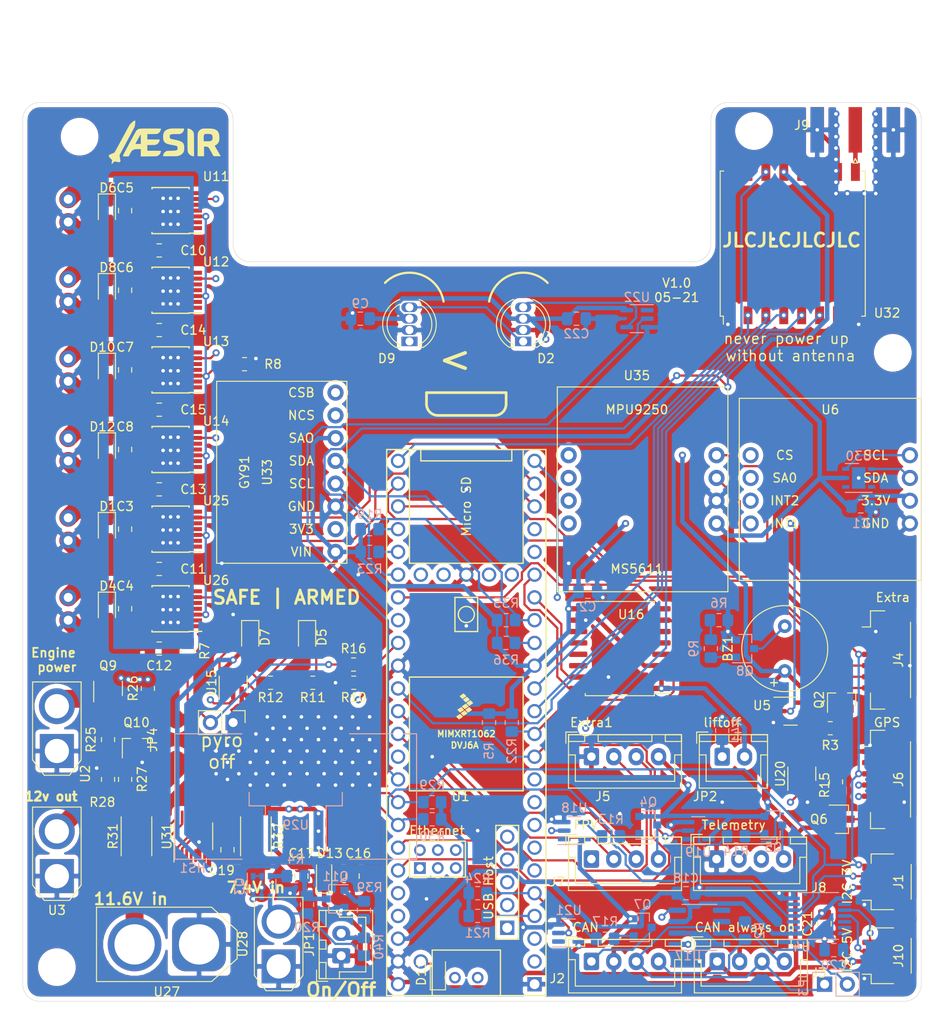
<source format=kicad_pcb>
(kicad_pcb (version 20171130) (host pcbnew 5.1.10)
  (layers (0 F.Cu signal) (1 In1.Cu signal) (2 In2.Cu signal) (31 B.Cu power) (34 B.Paste user) (35 F.Paste user) (36 B.SilkS user) (37 F.SilkS user) (38 B.Mask user) (39 F.Mask user) (44 Edge.Cuts user))
  (net 0 "")
  (net 1 "Net-(BZ1-Pad2)")
  (net 2 5V)
  (net 3 3V3)
  (net 4 GND)
  (net 5 "Net-(C3-Pad2)")
  (net 6 "Net-(C4-Pad2)")
  (net 7 "Net-(C5-Pad2)")
  (net 8 "Net-(C6-Pad2)")
  (net 9 "Net-(C7-Pad2)")
  (net 10 "Net-(C8-Pad2)")
  (net 11 12V)
  (net 12 "Net-(D2-Pad2)")
  (net 13 "Net-(D5-Pad2)")
  (net 14 "Net-(D5-Pad1)")
  (net 15 "Net-(D7-Pad1)")
  (net 16 "Net-(J2-Pad4)")
  (net 17 "Net-(J2-Pad3)")
  (net 18 "Net-(J4-Pad6)")
  (net 19 /EXT_RX)
  (net 20 /EXT_TX)
  (net 21 /EXT1_RX)
  (net 22 /EXT1_TX)
  (net 23 "Net-(J6-Pad6)")
  (net 24 /GPS_RX)
  (net 25 /GPS_TX)
  (net 26 "Net-(J7-Pad4)")
  (net 27 /FPV_RX)
  (net 28 "Net-(J8-Pad4)")
  (net 29 /TM_RX)
  (net 30 /TM_TX)
  (net 31 "Net-(Q2-Pad1)")
  (net 32 "Net-(Q3-Pad1)")
  (net 33 "Net-(Q4-Pad1)")
  (net 34 "Net-(Q5-Pad1)")
  (net 35 "Net-(Q6-Pad1)")
  (net 36 "Net-(Q7-Pad1)")
  (net 37 "Net-(Q8-Pad1)")
  (net 38 "Net-(R3-Pad1)")
  (net 39 /FLASH_CS)
  (net 40 /BUZZ)
  (net 41 /P_EN)
  (net 42 "Net-(R8-Pad2)")
  (net 43 /UNSAFE_P_EN)
  (net 44 "Net-(R13-Pad1)")
  (net 45 "Net-(R14-Pad1)")
  (net 46 "Net-(R15-Pad1)")
  (net 47 "Net-(R17-Pad1)")
  (net 48 /EXT_MOS)
  (net 49 /FPV_MOS)
  (net 50 /TM_MOS)
  (net 51 /GPS_MOS)
  (net 52 /CAN_MOS)
  (net 53 /CAN_RX)
  (net 54 /CAN_TX)
  (net 55 /FPV_TX)
  (net 56 /P_IN_1)
  (net 57 /P_IN_2)
  (net 58 /P_IN_3)
  (net 59 /P_IN_4)
  (net 60 /P_IN_5)
  (net 61 /P_IN_6)
  (net 62 "Net-(C17-Pad1)")
  (net 63 "Net-(D11-Pad2)")
  (net 64 /SCL0)
  (net 65 /SDA0)
  (net 66 /MOSI1)
  (net 67 /SCK1)
  (net 68 /MISO0)
  (net 69 /MISO1)
  (net 70 /MOSI0)
  (net 71 /SCK0)
  (net 72 "Net-(Q9-Pad3)")
  (net 73 "Net-(Q9-Pad1)")
  (net 74 "Net-(Q10-Pad3)")
  (net 75 "Net-(Q10-Pad1)")
  (net 76 /ENGINE_MOS)
  (net 77 "Net-(R31-Pad1)")
  (net 78 "Net-(J9-Pad1)")
  (net 79 /SCL2)
  (net 80 /SDA2)
  (net 81 /RF_INT)
  (net 82 /RF_RESET)
  (net 83 /RF_CS)
  (net 84 "Net-(Q3-Pad4)")
  (net 85 "Net-(Q3-Pad3)")
  (net 86 "Net-(Q11-Pad3)")
  (net 87 "Net-(Q11-Pad1)")
  (net 88 "Net-(JP1-Pad2)")
  (net 89 /LIFTOFF)
  (net 90 "Net-(J10-Pad3)")
  (net 91 "Net-(J10-Pad4)")
  (net 92 "Net-(R16-Pad2)")
  (net 93 7V)
  (net 94 "Net-(J2-Pad1)")
  (net 95 "Net-(JP3-Pad2)")
  (net 96 "Net-(D2-Pad4)")
  (net 97 /RGB_TX)
  (net 98 12V_LIMIT)
  (module custom:R_1812_4532Metric_Pad1.30x3.40mm_HandSolder_no_silk (layer F.Cu) (at 158.115 129.54 90)
    (fp_text reference JP4 (at 0 -2.65 90) (layer F.SilkS))
    (fp_text value Jumper_NO_Small)
    (pad 2 smd roundrect (at 2.225 0 90) (size 1.3 3.4) (layers F.Cu F.Paste F.Mask) (roundrect_rratio 0.1923076923076923) (net 98 12V_LIMIT))
    (pad 1 smd roundrect (at -2.225 0 90) (size 1.3 3.4) (layers F.Cu F.Paste F.Mask) (roundrect_rratio 0.1923076923076923) (net 11 12V))
  )
  (module custom:SC-74-a (layer B.Cu) (at 209.55 82.55 180)
    (fp_text reference U22 (at 0 2.4) (layer B.SilkS) (effects (justify mirror)))
    (fp_text value NL17SZ17)
    (pad 5 smd roundrect (at 1.1375 0.95 180) (size 1.425 0.5) (layers B.Cu B.Paste B.Mask) (net 2 5V))
    (pad 4 smd roundrect (at 1.1375 -0.95 180) (size 1.425 0.5) (layers B.Cu B.Paste B.Mask) (net 96 "Net-(D2-Pad4)"))
    (pad 3 smd roundrect (at -1.1375 -0.95 180) (size 1.425 0.5) (layers B.Cu B.Paste B.Mask) (net 4 GND))
    (pad 2 smd roundrect (at -1.1375 0 180) (size 1.425 0.5) (layers B.Cu B.Paste B.Mask) (net 97 /RGB_TX))
    (pad 1 smd roundrect (at -1.1375 0.95 180) (size 1.425 0.5) (layers B.Cu B.Paste B.Mask))
  )
  (module Diode_SMD:D_SOD-323_HandSoldering (layer F.Cu) (at 174.625 144.78 90)
    (fp_text reference D13 (at 2.54 0.635 180) (layer F.SilkS))
    (fp_text value D_Schottky)
    (pad 2 smd rect (at 1.25 0 90) (size 1 1) (layers F.Cu F.Paste F.Mask) (net 62 "Net-(C17-Pad1)"))
    (pad 1 smd rect (at -1.25 0 90) (size 1 1) (layers F.Cu F.Paste F.Mask) (net 2 5V))
  )
  (module Diode_SMD:D_SOD-323_HandSoldering (layer F.Cu) (at 187.325 155.575 90)
    (fp_text reference D11 (at 0 -1.85 90) (layer F.SilkS))
    (fp_text value D_Schottky)
    (pad 2 smd rect (at 1.25 0 90) (size 1 1) (layers F.Cu F.Paste F.Mask) (net 63 "Net-(D11-Pad2)"))
    (pad 1 smd rect (at -1.25 0 90) (size 1 1) (layers F.Cu F.Paste F.Mask) (net 2 5V))
  )
  (module custom:d2pak_heatsink (layer B.Cu) (at 171.45 135.89)
    (fp_text reference HS1 (at -11.5 8 -180) (layer B.SilkS) (effects (justify mirror)))
    (fp_text value Heatsink_Pad)
    (pad 1 smd rect (at -7.7 0 180) (size 3.25 13.2) (layers B.Cu B.Paste B.Mask) (net 4 GND))
    (pad 1 smd rect (at 7.7 0) (size 3.25 13.2) (layers B.Cu B.Paste B.Mask) (net 4 GND))
  )
  (module Connector_PinHeader_2.54mm:PinHeader_1x02_P2.54mm_Vertical (layer B.Cu) (at 230.505 156.845 270)
    (fp_text reference JP3 (at 0 2.33 90) (layer B.SilkS) (effects (justify mirror)))
    (fp_text value Jumper)
    (pad 2 thru_hole oval (at 0 -2.54 270) (size 1.7 1.7) (drill 1) (layers *.Cu *.Mask) (net 95 "Net-(JP3-Pad2)"))
    (pad 1 thru_hole rect (at 0 0 270) (size 1.7 1.7) (drill 1) (layers *.Cu *.Mask) (net 17 "Net-(J2-Pad3)"))
  )
  (module Capacitor_SMD:C_0805_2012Metric_Pad1.18x1.45mm_HandSolder (layer B.Cu) (at 202.7975 82.55)
    (fp_text reference C22 (at 0 1.68) (layer B.SilkS) (effects (justify mirror)))
    (fp_text value 100nf)
    (pad 2 smd roundrect (at 1.0375 0) (size 1.175 1.45) (layers B.Cu B.Paste B.Mask) (roundrect_rratio 0.2127659574468085) (net 4 GND))
    (pad 1 smd roundrect (at -1.0375 0) (size 1.175 1.45) (layers B.Cu B.Paste B.Mask) (roundrect_rratio 0.2127659574468085) (net 2 5V))
  )
  (module custom:sparkfun_H3LIS331DL (layer F.Cu) (at 227.33 101.6)
    (fp_text reference U6 (at 3.81 -8.89) (layer F.SilkS))
    (fp_text value sparkfun_H3LIS331DL)
    (fp_text user GND (at 8.89 3.81) (layer F.SilkS))
    (fp_text user 3.3V (at 8.89 1.27) (layer F.SilkS))
    (fp_text user SDA (at 8.89 -1.27) (layer F.SilkS))
    (fp_text user SCL (at 8.89 -3.81) (layer F.SilkS))
    (fp_text user INT1 (at -1.27 3.81) (layer F.SilkS))
    (fp_text user INT2 (at -1.27 1.27) (layer F.SilkS))
    (fp_text user SA0 (at -1.27 -1.27) (layer F.SilkS))
    (fp_text user CS (at -1.27 -3.81) (layer F.SilkS))
    (pad 5 thru_hole circle (at 12.7 -3.81) (size 1.8 1.8) (drill 1.1) (layers *.Cu *.Mask) (net 79 /SCL2))
    (pad 6 thru_hole circle (at 12.7 -1.27) (size 1.8 1.8) (drill 1.1) (layers *.Cu *.Mask) (net 80 /SDA2))
    (pad 7 thru_hole circle (at 12.7 1.27) (size 1.8 1.8) (drill 1.1) (layers *.Cu *.Mask) (net 3 3V3))
    (pad 8 thru_hole circle (at 12.7 3.81) (size 1.8 1.8) (drill 1.1) (layers *.Cu *.Mask) (net 4 GND))
    (pad 4 thru_hole circle (at -5.08 3.81) (size 1.8 1.8) (drill 1.1) (layers *.Cu *.Mask))
    (pad 1 thru_hole circle (at -5.08 -3.81) (size 1.8 1.8) (drill 1.1) (layers *.Cu *.Mask))
    (pad 2 thru_hole circle (at -5.08 -1.27) (size 1.8 1.8) (drill 1.1) (layers *.Cu *.Mask))
    (pad 3 thru_hole circle (at -5.08 1.27) (size 1.8 1.8) (drill 1.1) (layers *.Cu *.Mask))
  )
  (module Resistor_SMD:R_0805_2012Metric_Pad1.20x1.40mm_HandSolder (layer F.Cu) (at 177.911 121.158 180)
    (fp_text reference R16 (at 0 1.778) (layer F.SilkS))
    (fp_text value 1k)
    (pad 2 smd roundrect (at 1 0 180) (size 1.2 1.4) (layers F.Cu F.Paste F.Mask) (roundrect_rratio 0.2083325) (net 92 "Net-(R16-Pad2)"))
    (pad 1 smd roundrect (at -1 0 180) (size 1.2 1.4) (layers F.Cu F.Paste F.Mask) (roundrect_rratio 0.2083325) (net 43 /UNSAFE_P_EN))
  )
  (module Resistor_SMD:R_0805_2012Metric_Pad1.20x1.40mm_HandSolder (layer B.Cu) (at 186.69 136.525)
    (fp_text reference R30 (at 0 3.81) (layer B.SilkS) (effects (justify mirror)))
    (fp_text value 4.7k)
    (pad 2 smd roundrect (at 1 0) (size 1.2 1.4) (layers B.Cu B.Paste B.Mask) (roundrect_rratio 0.2083325) (net 3 3V3))
    (pad 1 smd roundrect (at -1 0) (size 1.2 1.4) (layers B.Cu B.Paste B.Mask) (roundrect_rratio 0.2083325) (net 65 /SDA0))
  )
  (module Resistor_SMD:R_0805_2012Metric_Pad1.20x1.40mm_HandSolder (layer B.Cu) (at 186.69 138.43 180)
    (fp_text reference R29 (at 0 3.81) (layer B.SilkS) (effects (justify mirror)))
    (fp_text value 4.7k)
    (pad 2 smd roundrect (at 1 0 180) (size 1.2 1.4) (layers B.Cu B.Paste B.Mask) (roundrect_rratio 0.2083325) (net 64 /SCL0))
    (pad 1 smd roundrect (at -1 0 180) (size 1.2 1.4) (layers B.Cu B.Paste B.Mask) (roundrect_rratio 0.2083325) (net 3 3V3))
  )
  (module custom:SC-74-a (layer F.Cu) (at 227.965 133.35 90)
    (fp_text reference U20 (at 0 -2.4 90) (layer F.SilkS))
    (fp_text value NL17SZ17)
    (pad 1 smd roundrect (at -1.1375 -0.95 90) (size 1.425 0.5) (layers F.Cu F.Paste F.Mask))
    (pad 2 smd roundrect (at -1.1375 0 90) (size 1.425 0.5) (layers F.Cu F.Paste F.Mask) (net 51 /GPS_MOS))
    (pad 3 smd roundrect (at -1.1375 0.95 90) (size 1.425 0.5) (layers F.Cu F.Paste F.Mask) (net 4 GND))
    (pad 4 smd roundrect (at 1.1375 0.95 90) (size 1.425 0.5) (layers F.Cu F.Paste F.Mask) (net 46 "Net-(R15-Pad1)"))
    (pad 5 smd roundrect (at 1.1375 -0.95 90) (size 1.425 0.5) (layers F.Cu F.Paste F.Mask) (net 2 5V))
  )
  (module custom:SC-74-a (layer F.Cu) (at 226.695 126.365)
    (fp_text reference U5 (at -3.175 -0.635) (layer F.SilkS))
    (fp_text value NL17SZ17)
    (pad 1 smd roundrect (at -1.1375 -0.95) (size 1.425 0.5) (layers F.Cu F.Paste F.Mask))
    (pad 2 smd roundrect (at -1.1375 0) (size 1.425 0.5) (layers F.Cu F.Paste F.Mask) (net 48 /EXT_MOS))
    (pad 3 smd roundrect (at -1.1375 0.95) (size 1.425 0.5) (layers F.Cu F.Paste F.Mask) (net 4 GND))
    (pad 4 smd roundrect (at 1.1375 0.95) (size 1.425 0.5) (layers F.Cu F.Paste F.Mask) (net 38 "Net-(R3-Pad1)"))
    (pad 5 smd roundrect (at 1.1375 -0.95) (size 1.425 0.5) (layers F.Cu F.Paste F.Mask) (net 2 5V))
  )
  (module Package_SO:TSSOP-14_4.4x5mm_P0.65mm (layer B.Cu) (at 229.87 149.225)
    (fp_text reference U4 (at -1.905 3.45) (layer B.SilkS) (effects (justify mirror)))
    (fp_text value TXS0104E)
    (pad 1 smd roundrect (at -2.8625 1.95) (size 1.475 0.4) (layers B.Cu B.Paste B.Mask) (net 3 3V3))
    (pad 2 smd roundrect (at -2.8625 1.3) (size 1.475 0.4) (layers B.Cu B.Paste B.Mask))
    (pad 3 smd roundrect (at -2.8625 0.65) (size 1.475 0.4) (layers B.Cu B.Paste B.Mask))
    (pad 4 smd roundrect (at -2.8625 0) (size 1.475 0.4) (layers B.Cu B.Paste B.Mask) (net 65 /SDA0))
    (pad 5 smd roundrect (at -2.8625 -0.65) (size 1.475 0.4) (layers B.Cu B.Paste B.Mask) (net 64 /SCL0))
    (pad 6 smd roundrect (at -2.8625 -1.3) (size 1.475 0.4) (layers B.Cu B.Paste B.Mask))
    (pad 7 smd roundrect (at -2.8625 -1.95) (size 1.475 0.4) (layers B.Cu B.Paste B.Mask) (net 4 GND))
    (pad 8 smd roundrect (at 2.8625 -1.95) (size 1.475 0.4) (layers B.Cu B.Paste B.Mask) (net 3 3V3))
    (pad 9 smd roundrect (at 2.8625 -1.3) (size 1.475 0.4) (layers B.Cu B.Paste B.Mask))
    (pad 10 smd roundrect (at 2.8625 -0.65) (size 1.475 0.4) (layers B.Cu B.Paste B.Mask) (net 91 "Net-(J10-Pad4)"))
    (pad 11 smd roundrect (at 2.8625 0) (size 1.475 0.4) (layers B.Cu B.Paste B.Mask) (net 90 "Net-(J10-Pad3)"))
    (pad 12 smd roundrect (at 2.8625 0.65) (size 1.475 0.4) (layers B.Cu B.Paste B.Mask))
    (pad 13 smd roundrect (at 2.8625 1.3) (size 1.475 0.4) (layers B.Cu B.Paste B.Mask))
    (pad 14 smd roundrect (at 2.8625 1.95) (size 1.475 0.4) (layers B.Cu B.Paste B.Mask) (net 2 5V))
  )
  (module Resistor_SMD:R_0805_2012Metric_Pad1.20x1.40mm_HandSolder (layer F.Cu) (at 231.775 134.255 270)
    (fp_text reference R15 (at 0.365 1.27 90) (layer F.SilkS))
    (fp_text value 1k)
    (pad 2 smd roundrect (at 1 0 270) (size 1.2 1.4) (layers F.Cu F.Paste F.Mask) (roundrect_rratio 0.2083325) (net 35 "Net-(Q6-Pad1)"))
    (pad 1 smd roundrect (at -1 0 270) (size 1.2 1.4) (layers F.Cu F.Paste F.Mask) (roundrect_rratio 0.2083325) (net 46 "Net-(R15-Pad1)"))
  )
  (module Resistor_SMD:R_0805_2012Metric_Pad1.20x1.40mm_HandSolder (layer F.Cu) (at 231.14 128.27)
    (fp_text reference R3 (at 0 1.905) (layer F.SilkS))
    (fp_text value 1k)
    (pad 2 smd roundrect (at 1 0) (size 1.2 1.4) (layers F.Cu F.Paste F.Mask) (roundrect_rratio 0.2083325) (net 31 "Net-(Q2-Pad1)"))
    (pad 1 smd roundrect (at -1 0) (size 1.2 1.4) (layers F.Cu F.Paste F.Mask) (roundrect_rratio 0.2083325) (net 38 "Net-(R3-Pad1)"))
  )
  (module Package_TO_SOT_SMD:SOT-23 (layer F.Cu) (at 232.41 138.43)
    (fp_text reference Q6 (at -2.54 0) (layer F.SilkS))
    (fp_text value DMG2301L)
    (pad 3 smd rect (at 1 0) (size 0.9 0.8) (layers F.Cu F.Paste F.Mask) (net 23 "Net-(J6-Pad6)"))
    (pad 2 smd rect (at -1 0.95) (size 0.9 0.8) (layers F.Cu F.Paste F.Mask) (net 2 5V))
    (pad 1 smd rect (at -1 -0.95) (size 0.9 0.8) (layers F.Cu F.Paste F.Mask) (net 35 "Net-(Q6-Pad1)"))
  )
  (module Package_TO_SOT_SMD:SOT-23 (layer F.Cu) (at 232.41 125.095 90)
    (fp_text reference Q2 (at 0 -2.5 90) (layer F.SilkS))
    (fp_text value DMG2301L)
    (pad 3 smd rect (at 1 0 90) (size 0.9 0.8) (layers F.Cu F.Paste F.Mask) (net 18 "Net-(J4-Pad6)"))
    (pad 2 smd rect (at -1 0.95 90) (size 0.9 0.8) (layers F.Cu F.Paste F.Mask) (net 2 5V))
    (pad 1 smd rect (at -1 -0.95 90) (size 0.9 0.8) (layers F.Cu F.Paste F.Mask) (net 31 "Net-(Q2-Pad1)"))
  )
  (module Connector_JST:JST_GH_BM06B-GHS-TBT_1x06-1MP_P1.25mm_Vertical (layer F.Cu) (at 237.49 133.985 270)
    (fp_text reference J6 (at 0 -1.27 270) (layer F.SilkS))
    (fp_text value JST_GH_6)
    (pad 1 smd roundrect (at -3.125 1.95 270) (size 0.6 1.7) (layers F.Cu F.Paste F.Mask) (net 4 GND))
    (pad 2 smd roundrect (at -1.875 1.95 270) (size 0.6 1.7) (layers F.Cu F.Paste F.Mask) (net 65 /SDA0))
    (pad 3 smd roundrect (at -0.625 1.95 270) (size 0.6 1.7) (layers F.Cu F.Paste F.Mask) (net 64 /SCL0))
    (pad 4 smd roundrect (at 0.625 1.95 270) (size 0.6 1.7) (layers F.Cu F.Paste F.Mask) (net 25 /GPS_TX))
    (pad 5 smd roundrect (at 1.875 1.95 270) (size 0.6 1.7) (layers F.Cu F.Paste F.Mask) (net 24 /GPS_RX))
    (pad 6 smd roundrect (at 3.125 1.95 270) (size 0.6 1.7) (layers F.Cu F.Paste F.Mask) (net 23 "Net-(J6-Pad6)"))
    (pad MP smd roundrect (at -4.975 -1.4 270) (size 1 2.8) (layers F.Cu F.Paste F.Mask))
    (pad MP smd roundrect (at 4.975 -1.4 270) (size 1 2.8) (layers F.Cu F.Paste F.Mask))
  )
  (module Connector_JST:JST_GH_BM06B-GHS-TBT_1x06-1MP_P1.25mm_Vertical (layer F.Cu) (at 237.49 120.65 270)
    (fp_text reference J4 (at 0 -1.27 270) (layer F.SilkS))
    (fp_text value JST_GH_6)
    (pad 1 smd roundrect (at -3.125 1.95 270) (size 0.6 1.7) (layers F.Cu F.Paste F.Mask) (net 4 GND))
    (pad 2 smd roundrect (at -1.875 1.95 270) (size 0.6 1.7) (layers F.Cu F.Paste F.Mask) (net 65 /SDA0))
    (pad 3 smd roundrect (at -0.625 1.95 270) (size 0.6 1.7) (layers F.Cu F.Paste F.Mask) (net 64 /SCL0))
    (pad 4 smd roundrect (at 0.625 1.95 270) (size 0.6 1.7) (layers F.Cu F.Paste F.Mask) (net 20 /EXT_TX))
    (pad 5 smd roundrect (at 1.875 1.95 270) (size 0.6 1.7) (layers F.Cu F.Paste F.Mask) (net 19 /EXT_RX))
    (pad 6 smd roundrect (at 3.125 1.95 270) (size 0.6 1.7) (layers F.Cu F.Paste F.Mask) (net 18 "Net-(J4-Pad6)"))
    (pad MP smd roundrect (at -4.975 -1.4 270) (size 1 2.8) (layers F.Cu F.Paste F.Mask))
    (pad MP smd roundrect (at 4.975 -1.4 270) (size 1 2.8) (layers F.Cu F.Paste F.Mask))
  )
  (module Connector_JST:JST_SH_SM04B-SRSS-TB_1x04-1MP_P1.00mm_Horizontal (layer F.Cu) (at 237.49 153.67 90)
    (fp_text reference J10 (at 0 1.27 90) (layer F.SilkS))
    (fp_text value JST_SH_4)
    (pad 1 smd roundrect (at -1.5 -2 90) (size 0.6 1.55) (layers F.Cu F.Paste F.Mask) (net 4 GND))
    (pad 2 smd roundrect (at -0.5 -2 90) (size 0.6 1.55) (layers F.Cu F.Paste F.Mask) (net 2 5V))
    (pad 3 smd roundrect (at 0.5 -2 90) (size 0.6 1.55) (layers F.Cu F.Paste F.Mask) (net 90 "Net-(J10-Pad3)"))
    (pad 4 smd roundrect (at 1.5 -2 90) (size 0.6 1.55) (layers F.Cu F.Paste F.Mask) (net 91 "Net-(J10-Pad4)"))
    (pad MP smd roundrect (at -2.8 1.875 90) (size 1.2 1.8) (layers F.Cu F.Paste F.Mask) (roundrect_rratio 0.2083325))
    (pad MP smd roundrect (at 2.8 1.875 90) (size 1.2 1.8) (layers F.Cu F.Paste F.Mask) (roundrect_rratio 0.2083325))
  )
  (module Connector_JST:JST_SH_SM04B-SRSS-TB_1x04-1MP_P1.00mm_Horizontal (layer F.Cu) (at 237.49 145.415 90)
    (fp_text reference J1 (at 0 1.27 90) (layer F.SilkS))
    (fp_text value JST_SH_4)
    (pad 1 smd roundrect (at -1.5 -2 90) (size 0.6 1.55) (layers F.Cu F.Paste F.Mask) (net 4 GND))
    (pad 2 smd roundrect (at -0.5 -2 90) (size 0.6 1.55) (layers F.Cu F.Paste F.Mask) (net 3 3V3))
    (pad 3 smd roundrect (at 0.5 -2 90) (size 0.6 1.55) (layers F.Cu F.Paste F.Mask) (net 65 /SDA0))
    (pad 4 smd roundrect (at 1.5 -2 90) (size 0.6 1.55) (layers F.Cu F.Paste F.Mask) (net 64 /SCL0))
    (pad MP smd roundrect (at -2.8 1.875 90) (size 1.2 1.8) (layers F.Cu F.Paste F.Mask) (roundrect_rratio 0.2083325))
    (pad MP smd roundrect (at 2.8 1.875 90) (size 1.2 1.8) (layers F.Cu F.Paste F.Mask) (roundrect_rratio 0.2083325))
  )
  (module Capacitor_SMD:C_0805_2012Metric_Pad1.18x1.45mm_HandSolder (layer F.Cu) (at 230.505 150.0925 270)
    (fp_text reference C21 (at 0 1.905 90) (layer F.SilkS))
    (fp_text value 100n)
    (pad 2 smd roundrect (at 1.0375 0 270) (size 1.175 1.45) (layers F.Cu F.Paste F.Mask) (roundrect_rratio 0.2127659574468085) (net 4 GND))
    (pad 1 smd roundrect (at -1.0375 0 270) (size 1.175 1.45) (layers F.Cu F.Paste F.Mask) (roundrect_rratio 0.2127659574468085) (net 3 3V3))
  )
  (module Capacitor_SMD:C_0805_2012Metric_Pad1.18x1.45mm_HandSolder (layer B.Cu) (at 231.5425 153.035)
    (fp_text reference C20 (at 0 1.68) (layer B.SilkS) (effects (justify mirror)))
    (fp_text value 100n)
    (pad 2 smd roundrect (at 1.0375 0) (size 1.175 1.45) (layers B.Cu B.Paste B.Mask) (roundrect_rratio 0.2127659574468085) (net 2 5V))
    (pad 1 smd roundrect (at -1.0375 0) (size 1.175 1.45) (layers B.Cu B.Paste B.Mask) (roundrect_rratio 0.2127659574468085) (net 4 GND))
  )
  (module Resistor_SMD:R_0805_2012Metric_Pad1.20x1.40mm_HandSolder (layer B.Cu) (at 219.075 128.54 90)
    (fp_text reference R41 (at 0 1.65 90) (layer B.SilkS) (effects (justify mirror)))
    (fp_text value 2k)
    (pad 2 smd roundrect (at 1 0 90) (size 1.2 1.4) (layers B.Cu B.Paste B.Mask) (roundrect_rratio 0.2083325) (net 4 GND))
    (pad 1 smd roundrect (at -1 0 90) (size 1.2 1.4) (layers B.Cu B.Paste B.Mask) (roundrect_rratio 0.2083325) (net 89 /LIFTOFF))
  )
  (module Connector_JST:JST_XH_B2B-XH-A_1x02_P2.50mm_Vertical (layer F.Cu) (at 219.075 131.445)
    (fp_text reference JP2 (at -1.905 4.445) (layer F.SilkS))
    (fp_text value Jumper)
    (pad 2 thru_hole oval (at 2.5 0) (size 1.7 2) (drill 1) (layers *.Cu *.Mask) (net 3 3V3))
    (pad 1 thru_hole roundrect (at 0 0) (size 1.7 2) (drill 1) (layers *.Cu *.Mask) (roundrect_rratio 0.1470588235294118) (net 89 /LIFTOFF))
  )
  (module Connector_JST:JST_XH_B4B-XH-A_1x04_P2.50mm_Vertical (layer F.Cu) (at 204.47 131.445)
    (fp_text reference J5 (at 1.27 4.445) (layer F.SilkS))
    (fp_text value JST_XH_4)
    (pad 1 thru_hole roundrect (at 0 0) (size 1.7 1.95) (drill 0.95) (layers *.Cu *.Mask) (roundrect_rratio 0.1470588235294118) (net 4 GND))
    (pad 2 thru_hole oval (at 2.5 0) (size 1.7 1.95) (drill 0.95) (layers *.Cu *.Mask) (net 22 /EXT1_TX))
    (pad 3 thru_hole oval (at 5 0) (size 1.7 1.95) (drill 0.95) (layers *.Cu *.Mask) (net 21 /EXT1_RX))
    (pad 4 thru_hole oval (at 7.5 0) (size 1.7 1.95) (drill 0.95) (layers *.Cu *.Mask) (net 2 5V))
  )
  (module Connector_JST:JST_XH_B2B-XH-A_1x02_P2.50mm_Vertical (layer F.Cu) (at 176.53 153.67 90)
    (fp_text reference JP1 (at 1.25 -3.55 90) (layer F.SilkS))
    (fp_text value Jumper)
    (pad 2 thru_hole oval (at 2.5 0 90) (size 1.7 2) (drill 1) (layers *.Cu *.Mask) (net 88 "Net-(JP1-Pad2)"))
    (pad 1 thru_hole roundrect (at 0 0 90) (size 1.7 2) (drill 1) (layers *.Cu *.Mask) (roundrect_rratio 0.1470588235294118) (net 4 GND))
  )
  (module Resistor_SMD:R_0805_2012Metric_Pad1.20x1.40mm_HandSolder (layer B.Cu) (at 179.07 152.67 90)
    (fp_text reference R40 (at 0 1.65 270) (layer B.SilkS) (effects (justify mirror)))
    (fp_text value 10k)
    (pad 2 smd roundrect (at 1 0 90) (size 1.2 1.4) (layers B.Cu B.Paste B.Mask) (roundrect_rratio 0.2083325) (net 88 "Net-(JP1-Pad2)"))
    (pad 1 smd roundrect (at -1 0 90) (size 1.2 1.4) (layers B.Cu B.Paste B.Mask) (roundrect_rratio 0.2083325) (net 84 "Net-(Q3-Pad4)"))
  )
  (module Resistor_SMD:R_0805_2012Metric_Pad1.20x1.40mm_HandSolder (layer B.Cu) (at 179.07 148.59 270)
    (fp_text reference R39 (at -2.54 -0.635) (layer B.SilkS) (effects (justify mirror)))
    (fp_text value 1k)
    (pad 2 smd roundrect (at 1 0 270) (size 1.2 1.4) (layers B.Cu B.Paste B.Mask) (roundrect_rratio 0.2083325) (net 88 "Net-(JP1-Pad2)"))
    (pad 1 smd roundrect (at -1 0 270) (size 1.2 1.4) (layers B.Cu B.Paste B.Mask) (roundrect_rratio 0.2083325) (net 87 "Net-(Q11-Pad1)"))
  )
  (module Resistor_SMD:R_0805_2012Metric_Pad1.20x1.40mm_HandSolder (layer B.Cu) (at 172.72 147.955 270)
    (fp_text reference R20 (at 2.54 0) (layer B.SilkS) (effects (justify mirror)))
    (fp_text value 10k)
    (pad 2 smd roundrect (at 1 0 270) (size 1.2 1.4) (layers B.Cu B.Paste B.Mask) (roundrect_rratio 0.2083325) (net 84 "Net-(Q3-Pad4)"))
    (pad 1 smd roundrect (at -1 0 270) (size 1.2 1.4) (layers B.Cu B.Paste B.Mask) (roundrect_rratio 0.2083325) (net 86 "Net-(Q11-Pad3)"))
  )
  (module Resistor_SMD:R_0805_2012Metric_Pad1.20x1.40mm_HandSolder (layer B.Cu) (at 171.45 144.78)
    (fp_text reference R4 (at 0 -1.905) (layer B.SilkS) (effects (justify mirror)))
    (fp_text value 1k)
    (pad 2 smd roundrect (at 1 0) (size 1.2 1.4) (layers B.Cu B.Paste B.Mask) (roundrect_rratio 0.2083325) (net 86 "Net-(Q11-Pad3)"))
    (pad 1 smd roundrect (at -1 0) (size 1.2 1.4) (layers B.Cu B.Paste B.Mask) (roundrect_rratio 0.2083325) (net 85 "Net-(Q3-Pad3)"))
  )
  (module Package_TO_SOT_SMD:SOT-23 (layer B.Cu) (at 175.895 147.32 180)
    (fp_text reference Q11 (at 0 2.5) (layer B.SilkS) (effects (justify mirror)))
    (fp_text value MMBT3904)
    (pad 3 smd rect (at 1 0 180) (size 0.9 0.8) (layers B.Cu B.Paste B.Mask) (net 86 "Net-(Q11-Pad3)"))
    (pad 2 smd rect (at -1 -0.95 180) (size 0.9 0.8) (layers B.Cu B.Paste B.Mask) (net 4 GND))
    (pad 1 smd rect (at -1 0.95 180) (size 0.9 0.8) (layers B.Cu B.Paste B.Mask) (net 87 "Net-(Q11-Pad1)"))
  )
  (module Package_SO:TSOP-6_1.65x3.05mm_P0.95mm (layer B.Cu) (at 167.64 145.94 270)
    (fp_text reference Q3 (at 0 2.45 90) (layer B.SilkS) (effects (justify mirror)))
    (fp_text value PMN48XP)
    (pad 6 smd rect (at 1.16 0.95 270) (size 0.7 0.51) (layers B.Cu B.Paste B.Mask) (net 32 "Net-(Q3-Pad1)"))
    (pad 5 smd rect (at 1.16 0 270) (size 0.7 0.51) (layers B.Cu B.Paste B.Mask) (net 32 "Net-(Q3-Pad1)"))
    (pad 4 smd rect (at 1.16 -0.95 270) (size 0.7 0.51) (layers B.Cu B.Paste B.Mask) (net 84 "Net-(Q3-Pad4)"))
    (pad 3 smd rect (at -1.16 -0.95 270) (size 0.7 0.51) (layers B.Cu B.Paste B.Mask) (net 85 "Net-(Q3-Pad3)"))
    (pad 2 smd rect (at -1.16 0 270) (size 0.7 0.51) (layers B.Cu B.Paste B.Mask) (net 32 "Net-(Q3-Pad1)"))
    (pad 1 smd rect (at -1.16 0.95 270) (size 0.7 0.51) (layers B.Cu B.Paste B.Mask) (net 32 "Net-(Q3-Pad1)"))
  )
  (module custom:drotek_10dof (layer F.Cu) (at 209.55 101.6)
    (fp_text reference U35 (at 0 -12.7) (layer F.SilkS))
    (fp_text value drotek_10dof)
    (fp_text user MS5611 (at 0 8.89) (layer F.SilkS))
    (fp_text user MPU9250 (at 0 -8.89) (layer F.SilkS))
    (pad 5 thru_hole circle (at 8.89 3.81 270) (size 1.8 1.8) (drill 1) (layers *.Cu *.Mask) (net 3 3V3))
    (pad 7 thru_hole circle (at 8.89 -1.27 270) (size 1.8 1.8) (drill 1) (layers *.Cu *.Mask) (net 64 /SCL0))
    (pad 8 thru_hole circle (at 8.89 -3.81 270) (size 1.8 1.8) (drill 1) (layers *.Cu *.Mask) (net 65 /SDA0))
    (pad 6 thru_hole circle (at 8.89 1.27 270) (size 1.8 1.8) (drill 1) (layers *.Cu *.Mask) (net 4 GND))
    (pad 3 thru_hole circle (at -7.62 1.27 270) (size 1.8 1.8) (drill 1) (layers *.Cu *.Mask))
    (pad 1 thru_hole circle (at -7.62 -3.81 270) (size 1.8 1.8) (drill 1) (layers *.Cu *.Mask))
    (pad 4 thru_hole circle (at -7.62 3.81 270) (size 1.8 1.8) (drill 1) (layers *.Cu *.Mask))
    (pad 2 thru_hole circle (at -7.62 -1.27 270) (size 1.8 1.8) (drill 1) (layers *.Cu *.Mask) (net 3 3V3))
  )
  (module RF_Module:HOPERF_RFM9XW_SMD (layer F.Cu) (at 226.949 74.168 90)
    (fp_text reference U32 (at -7.747 10.541 180) (layer F.SilkS))
    (fp_text value RFM98W-433S2)
    (pad 16 smd rect (at 8 -7 90) (size 2 1) (layers F.Cu F.Paste F.Mask))
    (pad 15 smd rect (at 8 -5 90) (size 2 1) (layers F.Cu F.Paste F.Mask))
    (pad 14 smd rect (at 8 -3 90) (size 2 1) (layers F.Cu F.Paste F.Mask) (net 81 /RF_INT))
    (pad 13 smd rect (at 8 -1 90) (size 2 1) (layers F.Cu F.Paste F.Mask) (net 3 3V3))
    (pad 12 smd rect (at 8 1 90) (size 2 1) (layers F.Cu F.Paste F.Mask))
    (pad 11 smd rect (at 8 3 90) (size 2 1) (layers F.Cu F.Paste F.Mask))
    (pad 10 smd rect (at 8 5 90) (size 2 1) (layers F.Cu F.Paste F.Mask) (net 4 GND))
    (pad 9 smd rect (at 8 7 90) (size 2 1) (layers F.Cu F.Paste F.Mask) (net 78 "Net-(J9-Pad1)"))
    (pad 8 smd rect (at -8 7 90) (size 2 1) (layers F.Cu F.Paste F.Mask) (net 4 GND))
    (pad 7 smd rect (at -8 5 90) (size 2 1) (layers F.Cu F.Paste F.Mask))
    (pad 6 smd rect (at -8 3 90) (size 2 1) (layers F.Cu F.Paste F.Mask) (net 82 /RF_RESET))
    (pad 5 smd rect (at -8 1 90) (size 2 1) (layers F.Cu F.Paste F.Mask) (net 83 /RF_CS))
    (pad 4 smd rect (at -8 -1 90) (size 2 1) (layers F.Cu F.Paste F.Mask) (net 71 /SCK0))
    (pad 3 smd rect (at -8 -3 90) (size 2 1) (layers F.Cu F.Paste F.Mask) (net 70 /MOSI0))
    (pad 2 smd rect (at -8 -5 90) (size 2 1) (layers F.Cu F.Paste F.Mask) (net 68 /MISO0))
    (pad 1 smd rect (at -8 -7 90) (size 2 1) (layers F.Cu F.Paste F.Mask) (net 4 GND))
  )
  (module Package_DFN_QFN:DFN-6-1EP_3x3mm_P1mm_EP1.5x2.4mm (layer B.Cu) (at 234.315 100.33 180)
    (fp_text reference U30 (at 0 2.45) (layer B.SilkS) (effects (justify mirror)))
    (fp_text value Si7021-A20)
    (pad 7 smd rect (at 0 0 180) (size 1.5 2.4) (layers B.Cu B.Mask) (net 4 GND))
    (pad 6 smd roundrect (at 1.45 1 180) (size 0.8 0.4) (layers B.Cu B.Paste B.Mask) (net 79 /SCL2))
    (pad 5 smd roundrect (at 1.45 0 180) (size 0.8 0.4) (layers B.Cu B.Paste B.Mask) (net 3 3V3))
    (pad 4 smd roundrect (at 1.45 -1 180) (size 0.8 0.4) (layers B.Cu B.Paste B.Mask))
    (pad 3 smd roundrect (at -1.45 -1 180) (size 0.8 0.4) (layers B.Cu B.Paste B.Mask))
    (pad 2 smd roundrect (at -1.45 0 180) (size 0.8 0.4) (layers B.Cu B.Paste B.Mask) (net 4 GND))
    (pad 1 smd roundrect (at -1.45 1 180) (size 0.8 0.4) (layers B.Cu B.Paste B.Mask) (net 80 /SDA2))
  )
  (module custom:SC-74-a (layer B.Cu) (at 201.93 151.13)
    (fp_text reference U21 (at 0 -2.54) (layer B.SilkS) (effects (justify mirror)))
    (fp_text value NL17SZ17)
    (pad 5 smd roundrect (at 1.1375 0.95) (size 1.425 0.5) (layers B.Cu B.Paste B.Mask) (net 2 5V))
    (pad 4 smd roundrect (at 1.1375 -0.95) (size 1.425 0.5) (layers B.Cu B.Paste B.Mask) (net 47 "Net-(R17-Pad1)"))
    (pad 3 smd roundrect (at -1.1375 -0.95) (size 1.425 0.5) (layers B.Cu B.Paste B.Mask) (net 4 GND))
    (pad 2 smd roundrect (at -1.1375 0) (size 1.425 0.5) (layers B.Cu B.Paste B.Mask) (net 52 /CAN_MOS))
    (pad 1 smd roundrect (at -1.1375 0.95) (size 1.425 0.5) (layers B.Cu B.Paste B.Mask))
  )
  (module custom:SC-74-a (layer B.Cu) (at 216.4025 139.7)
    (fp_text reference U19 (at 0 2.4) (layer B.SilkS) (effects (justify mirror)))
    (fp_text value NL17SZ17)
    (pad 5 smd roundrect (at 1.1375 0.95) (size 1.425 0.5) (layers B.Cu B.Paste B.Mask) (net 2 5V))
    (pad 4 smd roundrect (at 1.1375 -0.95) (size 1.425 0.5) (layers B.Cu B.Paste B.Mask) (net 45 "Net-(R14-Pad1)"))
    (pad 3 smd roundrect (at -1.1375 -0.95) (size 1.425 0.5) (layers B.Cu B.Paste B.Mask) (net 4 GND))
    (pad 2 smd roundrect (at -1.1375 0) (size 1.425 0.5) (layers B.Cu B.Paste B.Mask) (net 50 /TM_MOS))
    (pad 1 smd roundrect (at -1.1375 0.95) (size 1.425 0.5) (layers B.Cu B.Paste B.Mask))
  )
  (module custom:SC-74-a (layer B.Cu) (at 202.565 139.7)
    (fp_text reference U18 (at 0 -2.54) (layer B.SilkS) (effects (justify mirror)))
    (fp_text value NL17SZ17)
    (pad 5 smd roundrect (at 1.1375 0.95) (size 1.425 0.5) (layers B.Cu B.Paste B.Mask) (net 2 5V))
    (pad 4 smd roundrect (at 1.1375 -0.95) (size 1.425 0.5) (layers B.Cu B.Paste B.Mask) (net 44 "Net-(R13-Pad1)"))
    (pad 3 smd roundrect (at -1.1375 -0.95) (size 1.425 0.5) (layers B.Cu B.Paste B.Mask) (net 4 GND))
    (pad 2 smd roundrect (at -1.1375 0) (size 1.425 0.5) (layers B.Cu B.Paste B.Mask) (net 49 /FPV_MOS))
    (pad 1 smd roundrect (at -1.1375 0.95) (size 1.425 0.5) (layers B.Cu B.Paste B.Mask))
  )
  (module Package_SO:SOIC-8_3.9x4.9mm_P1.27mm (layer B.Cu) (at 216.535 150.495)
    (fp_text reference U17 (at -1.27 3.175) (layer B.SilkS) (effects (justify mirror)))
    (fp_text value SN65HVD230)
    (pad 8 smd roundrect (at 2.475 1.905) (size 1.95 0.6) (layers B.Cu B.Paste B.Mask) (net 4 GND))
    (pad 7 smd roundrect (at 2.475 0.635) (size 1.95 0.6) (layers B.Cu B.Paste B.Mask) (net 16 "Net-(J2-Pad4)"))
    (pad 6 smd roundrect (at 2.475 -0.635) (size 1.95 0.6) (layers B.Cu B.Paste B.Mask) (net 17 "Net-(J2-Pad3)"))
    (pad 5 smd roundrect (at 2.475 -1.905) (size 1.95 0.6) (layers B.Cu B.Paste B.Mask))
    (pad 4 smd roundrect (at -2.475 -1.905) (size 1.95 0.6) (layers B.Cu B.Paste B.Mask) (net 53 /CAN_RX))
    (pad 3 smd roundrect (at -2.475 -0.635) (size 1.95 0.6) (layers B.Cu B.Paste B.Mask) (net 3 3V3))
    (pad 2 smd roundrect (at -2.475 0.635) (size 1.95 0.6) (layers B.Cu B.Paste B.Mask) (net 4 GND))
    (pad 1 smd roundrect (at -2.475 1.905) (size 1.95 0.6) (layers B.Cu B.Paste B.Mask) (net 54 /CAN_TX))
  )
  (module Package_SO:SOIC-16W_7.5x10.3mm_P1.27mm (layer F.Cu) (at 207.645 119.38 180)
    (fp_text reference U16 (at -1.27 3.81) (layer F.SilkS))
    (fp_text value w25nxx)
    (pad 16 smd roundrect (at 4.65 -4.445 180) (size 2.05 0.6) (layers F.Cu F.Paste F.Mask) (net 67 /SCK1))
    (pad 15 smd roundrect (at 4.65 -3.175 180) (size 2.05 0.6) (layers F.Cu F.Paste F.Mask) (net 66 /MOSI1))
    (pad 14 smd roundrect (at 4.65 -1.905 180) (size 2.05 0.6) (layers F.Cu F.Paste F.Mask))
    (pad 13 smd roundrect (at 4.65 -0.635 180) (size 2.05 0.6) (layers F.Cu F.Paste F.Mask))
    (pad 12 smd roundrect (at 4.65 0.635 180) (size 2.05 0.6) (layers F.Cu F.Paste F.Mask))
    (pad 11 smd roundrect (at 4.65 1.905 180) (size 2.05 0.6) (layers F.Cu F.Paste F.Mask))
    (pad 10 smd roundrect (at 4.65 3.175 180) (size 2.05 0.6) (layers F.Cu F.Paste F.Mask) (net 4 GND))
    (pad 9 smd roundrect (at 4.65 4.445 180) (size 2.05 0.6) (layers F.Cu F.Paste F.Mask) (net 3 3V3))
    (pad 8 smd roundrect (at -4.65 4.445 180) (size 2.05 0.6) (layers F.Cu F.Paste F.Mask) (net 69 /MISO1))
    (pad 7 smd roundrect (at -4.65 3.175 180) (size 2.05 0.6) (layers F.Cu F.Paste F.Mask) (net 39 /FLASH_CS))
    (pad 6 smd roundrect (at -4.65 1.905 180) (size 2.05 0.6) (layers F.Cu F.Paste F.Mask))
    (pad 5 smd roundrect (at -4.65 0.635 180) (size 2.05 0.6) (layers F.Cu F.Paste F.Mask))
    (pad 4 smd roundrect (at -4.65 -0.635 180) (size 2.05 0.6) (layers F.Cu F.Paste F.Mask))
    (pad 3 smd roundrect (at -4.65 -1.905 180) (size 2.05 0.6) (layers F.Cu F.Paste F.Mask) (net 3 3V3))
    (pad 2 smd roundrect (at -4.65 -3.175 180) (size 2.05 0.6) (layers F.Cu F.Paste F.Mask) (net 3 3V3))
    (pad 1 smd roundrect (at -4.65 -4.445 180) (size 2.05 0.6) (layers F.Cu F.Paste F.Mask) (net 3 3V3))
  )
  (module Resistor_SMD:R_0805_2012Metric_Pad1.20x1.40mm_HandSolder (layer B.Cu) (at 191.77 146.685 180)
    (fp_text reference R24 (at 0 1.65) (layer B.SilkS) (effects (justify mirror)))
    (fp_text value 10k)
    (pad 2 smd roundrect (at 1 0 180) (size 1.2 1.4) (layers B.Cu B.Paste B.Mask) (roundrect_rratio 0.2083325) (net 3 3V3))
    (pad 1 smd roundrect (at -1 0 180) (size 1.2 1.4) (layers B.Cu B.Paste B.Mask) (roundrect_rratio 0.2083325) (net 52 /CAN_MOS))
  )
  (module Resistor_SMD:R_0805_2012Metric_Pad1.20x1.40mm_HandSolder (layer B.Cu) (at 193.04 127.635 90)
    (fp_text reference R22 (at -3.175 2.54 90) (layer B.SilkS) (effects (justify mirror)))
    (fp_text value 10k)
    (pad 2 smd roundrect (at 1 0 90) (size 1.2 1.4) (layers B.Cu B.Paste B.Mask) (roundrect_rratio 0.2083325) (net 3 3V3))
    (pad 1 smd roundrect (at -1 0 90) (size 1.2 1.4) (layers B.Cu B.Paste B.Mask) (roundrect_rratio 0.2083325) (net 50 /TM_MOS))
  )
  (module Resistor_SMD:R_0805_2012Metric_Pad1.20x1.40mm_HandSolder (layer B.Cu) (at 191.77 149.225 180)
    (fp_text reference R21 (at 0 -1.905) (layer B.SilkS) (effects (justify mirror)))
    (fp_text value 10k)
    (pad 2 smd roundrect (at 1 0 180) (size 1.2 1.4) (layers B.Cu B.Paste B.Mask) (roundrect_rratio 0.2083325) (net 3 3V3))
    (pad 1 smd roundrect (at -1 0 180) (size 1.2 1.4) (layers B.Cu B.Paste B.Mask) (roundrect_rratio 0.2083325) (net 49 /FPV_MOS))
  )
  (module Resistor_SMD:R_0805_2012Metric_Pad1.20x1.40mm_HandSolder (layer B.Cu) (at 206.01 151.765)
    (fp_text reference R17 (at 0 -1.905) (layer B.SilkS) (effects (justify mirror)))
    (fp_text value 1k)
    (pad 2 smd roundrect (at 1 0) (size 1.2 1.4) (layers B.Cu B.Paste B.Mask) (roundrect_rratio 0.2083325) (net 36 "Net-(Q7-Pad1)"))
    (pad 1 smd roundrect (at -1 0) (size 1.2 1.4) (layers B.Cu B.Paste B.Mask) (roundrect_rratio 0.2083325) (net 47 "Net-(R17-Pad1)"))
  )
  (module Resistor_SMD:R_0805_2012Metric_Pad1.20x1.40mm_HandSolder (layer B.Cu) (at 220.615 140.335)
    (fp_text reference R14 (at 0 1.65) (layer B.SilkS) (effects (justify mirror)))
    (fp_text value 1k)
    (pad 2 smd roundrect (at 1 0) (size 1.2 1.4) (layers B.Cu B.Paste B.Mask) (roundrect_rratio 0.2083325) (net 34 "Net-(Q5-Pad1)"))
    (pad 1 smd roundrect (at -1 0) (size 1.2 1.4) (layers B.Cu B.Paste B.Mask) (roundrect_rratio 0.2083325) (net 45 "Net-(R14-Pad1)"))
  )
  (module Resistor_SMD:R_0805_2012Metric_Pad1.20x1.40mm_HandSolder (layer B.Cu) (at 206.645 140.335)
    (fp_text reference R13 (at 0 -1.905) (layer B.SilkS) (effects (justify mirror)))
    (fp_text value 1k)
    (pad 2 smd roundrect (at 1 0) (size 1.2 1.4) (layers B.Cu B.Paste B.Mask) (roundrect_rratio 0.2083325) (net 33 "Net-(Q4-Pad1)"))
    (pad 1 smd roundrect (at -1 0) (size 1.2 1.4) (layers B.Cu B.Paste B.Mask) (roundrect_rratio 0.2083325) (net 44 "Net-(R13-Pad1)"))
  )
  (module Resistor_SMD:R_0805_2012Metric_Pad1.20x1.40mm_HandSolder (layer B.Cu) (at 195.58 127.635 270)
    (fp_text reference R5 (at 3.175 2.54 90) (layer B.SilkS) (effects (justify mirror)))
    (fp_text value 10k)
    (pad 2 smd roundrect (at 1 0 270) (size 1.2 1.4) (layers B.Cu B.Paste B.Mask) (roundrect_rratio 0.2083325) (net 39 /FLASH_CS))
    (pad 1 smd roundrect (at -1 0 270) (size 1.2 1.4) (layers B.Cu B.Paste B.Mask) (roundrect_rratio 0.2083325) (net 3 3V3))
  )
  (module Resistor_SMD:R_0805_2012Metric_Pad1.20x1.40mm_HandSolder (layer B.Cu) (at 221.615 150.86 90)
    (fp_text reference R2 (at 0 1.65 90) (layer B.SilkS) (effects (justify mirror)))
    (fp_text value 120)
    (pad 2 smd roundrect (at 1 0 90) (size 1.2 1.4) (layers B.Cu B.Paste B.Mask) (roundrect_rratio 0.2083325) (net 95 "Net-(JP3-Pad2)"))
    (pad 1 smd roundrect (at -1 0 90) (size 1.2 1.4) (layers B.Cu B.Paste B.Mask) (roundrect_rratio 0.2083325) (net 16 "Net-(J2-Pad4)"))
  )
  (module Package_TO_SOT_SMD:SOT-23 (layer B.Cu) (at 210.185 150.495)
    (fp_text reference Q7 (at 0 -2.54) (layer B.SilkS) (effects (justify mirror)))
    (fp_text value DMG2301L)
    (pad 3 smd rect (at 1 0) (size 0.9 0.8) (layers B.Cu B.Paste B.Mask) (net 94 "Net-(J2-Pad1)"))
    (pad 2 smd rect (at -1 -0.95) (size 0.9 0.8) (layers B.Cu B.Paste B.Mask) (net 2 5V))
    (pad 1 smd rect (at -1 0.95) (size 0.9 0.8) (layers B.Cu B.Paste B.Mask) (net 36 "Net-(Q7-Pad1)"))
  )
  (module Package_TO_SOT_SMD:SOT-23 (layer B.Cu) (at 224.79 139.065)
    (fp_text reference Q5 (at 0 2.5) (layer B.SilkS) (effects (justify mirror)))
    (fp_text value DMG2301L)
    (pad 3 smd rect (at 1 0) (size 0.9 0.8) (layers B.Cu B.Paste B.Mask) (net 28 "Net-(J8-Pad4)"))
    (pad 2 smd rect (at -1 -0.95) (size 0.9 0.8) (layers B.Cu B.Paste B.Mask) (net 2 5V))
    (pad 1 smd rect (at -1 0.95) (size 0.9 0.8) (layers B.Cu B.Paste B.Mask) (net 34 "Net-(Q5-Pad1)"))
  )
  (module Package_TO_SOT_SMD:SOT-23 (layer B.Cu) (at 210.82 139.065)
    (fp_text reference Q4 (at 0 -2.54) (layer B.SilkS) (effects (justify mirror)))
    (fp_text value DMG2301L)
    (pad 3 smd rect (at 1 0) (size 0.9 0.8) (layers B.Cu B.Paste B.Mask) (net 26 "Net-(J7-Pad4)"))
    (pad 2 smd rect (at -1 -0.95) (size 0.9 0.8) (layers B.Cu B.Paste B.Mask) (net 2 5V))
    (pad 1 smd rect (at -1 0.95) (size 0.9 0.8) (layers B.Cu B.Paste B.Mask) (net 33 "Net-(Q4-Pad1)"))
  )
  (module Connector_Coaxial:SMA_Amphenol_132289_EdgeMount (layer F.Cu) (at 233.934 61.468 90)
    (fp_text reference J9 (at 0.508 -5.969) (layer F.SilkS))
    (fp_text value Conn_Coaxial)
    (pad 1 smd rect (at 0 0 180) (size 1.5 5.08) (layers F.Cu F.Paste F.Mask) (net 78 "Net-(J9-Pad1)"))
    (pad 2 smd rect (at 0 -4.25 180) (size 1.5 5.08) (layers F.Cu F.Paste F.Mask) (net 4 GND))
    (pad 2 smd rect (at 0 4.25 180) (size 1.5 5.08) (layers F.Cu F.Paste F.Mask) (net 4 GND))
    (pad 2 smd rect (at 0 -4.25 180) (size 1.5 5.08) (layers B.Cu B.Paste B.Mask) (net 4 GND))
    (pad 2 smd rect (at 0 4.25 180) (size 1.5 5.08) (layers B.Cu B.Paste B.Mask) (net 4 GND))
  )
  (module Connector_JST:JST_XH_B4B-XH-A_1x04_P2.50mm_Vertical (layer F.Cu) (at 218.44 142.875)
    (fp_text reference J8 (at 11.43 3.175) (layer F.SilkS))
    (fp_text value JST_XH_4)
    (pad 4 thru_hole oval (at 7.5 0) (size 1.7 1.95) (drill 0.95) (layers *.Cu *.Mask) (net 28 "Net-(J8-Pad4)"))
    (pad 3 thru_hole oval (at 5 0) (size 1.7 1.95) (drill 0.95) (layers *.Cu *.Mask) (net 29 /TM_RX))
    (pad 2 thru_hole oval (at 2.5 0) (size 1.7 1.95) (drill 0.95) (layers *.Cu *.Mask) (net 30 /TM_TX))
    (pad 1 thru_hole roundrect (at 0 0) (size 1.7 1.95) (drill 0.95) (layers *.Cu *.Mask) (roundrect_rratio 0.1470588235294118) (net 4 GND))
  )
  (module Connector_JST:JST_XH_B4B-XH-A_1x04_P2.50mm_Vertical (layer F.Cu) (at 204.47 142.875)
    (fp_text reference J7 (at -3.81 2.54) (layer F.SilkS))
    (fp_text value JST_XH_4)
    (pad 4 thru_hole oval (at 7.5 0) (size 1.7 1.95) (drill 0.95) (layers *.Cu *.Mask) (net 26 "Net-(J7-Pad4)"))
    (pad 3 thru_hole oval (at 5 0) (size 1.7 1.95) (drill 0.95) (layers *.Cu *.Mask) (net 27 /FPV_RX))
    (pad 2 thru_hole oval (at 2.5 0) (size 1.7 1.95) (drill 0.95) (layers *.Cu *.Mask) (net 55 /FPV_TX))
    (pad 1 thru_hole roundrect (at 0 0) (size 1.7 1.95) (drill 0.95) (layers *.Cu *.Mask) (roundrect_rratio 0.1470588235294118) (net 4 GND))
  )
  (module Connector_JST:JST_XH_B4B-XH-A_1x04_P2.50mm_Vertical (layer F.Cu) (at 218.52 154.305)
    (fp_text reference J3 (at 11.35 1.27) (layer F.SilkS))
    (fp_text value JST_XH_4)
    (pad 4 thru_hole oval (at 7.5 0) (size 1.7 1.95) (drill 0.95) (layers *.Cu *.Mask) (net 16 "Net-(J2-Pad4)"))
    (pad 3 thru_hole oval (at 5 0) (size 1.7 1.95) (drill 0.95) (layers *.Cu *.Mask) (net 17 "Net-(J2-Pad3)"))
    (pad 2 thru_hole oval (at 2.5 0) (size 1.7 1.95) (drill 0.95) (layers *.Cu *.Mask) (net 4 GND))
    (pad 1 thru_hole roundrect (at 0 0) (size 1.7 1.95) (drill 0.95) (layers *.Cu *.Mask) (roundrect_rratio 0.1470588235294118) (net 2 5V))
  )
  (module Connector_JST:JST_XH_B4B-XH-A_1x04_P2.50mm_Vertical (layer F.Cu) (at 204.47 154.305)
    (fp_text reference J2 (at -3.81 1.905) (layer F.SilkS))
    (fp_text value JST_XH_4)
    (pad 4 thru_hole oval (at 7.5 0) (size 1.7 1.95) (drill 0.95) (layers *.Cu *.Mask) (net 16 "Net-(J2-Pad4)"))
    (pad 3 thru_hole oval (at 5 0) (size 1.7 1.95) (drill 0.95) (layers *.Cu *.Mask) (net 17 "Net-(J2-Pad3)"))
    (pad 2 thru_hole oval (at 2.5 0) (size 1.7 1.95) (drill 0.95) (layers *.Cu *.Mask) (net 4 GND))
    (pad 1 thru_hole roundrect (at 0 0) (size 1.7 1.95) (drill 0.95) (layers *.Cu *.Mask) (roundrect_rratio 0.1470588235294118) (net 94 "Net-(J2-Pad1)"))
  )
  (module MountingHole:MountingHole_3.2mm_M3_ISO14580 (layer F.Cu) (at 238.125 86.36)
    (fp_text reference H4 hide)
    (fp_text value MountingHole)
    (pad 1 np_thru_hole circle (at 0 0) (size 3.2 3.2) (drill 3.2) (layers *.Cu *.Mask))
  )
  (module MountingHole:MountingHole_3.2mm_M3_ISO14580 (layer F.Cu) (at 222.631 61.595)
    (fp_text reference H2 hide)
    (fp_text value MountingHole)
    (pad 1 np_thru_hole circle (at 0 0) (size 3.2 3.2) (drill 3.2) (layers *.Cu *.Mask))
  )
  (module Capacitor_SMD:C_0805_2012Metric_Pad1.18x1.45mm_HandSolder (layer B.Cu) (at 215.0325 146.685 180)
    (fp_text reference C18 (at 0 1.68) (layer B.SilkS) (effects (justify mirror)))
    (fp_text value 100n)
    (pad 2 smd roundrect (at 1.0375 0 180) (size 1.175 1.45) (layers B.Cu B.Paste B.Mask) (roundrect_rratio 0.2127659574468085) (net 3 3V3))
    (pad 1 smd roundrect (at -1.0375 0 180) (size 1.175 1.45) (layers B.Cu B.Paste B.Mask) (roundrect_rratio 0.2127659574468085) (net 4 GND))
  )
  (module Capacitor_SMD:C_0805_2012Metric_Pad1.18x1.45mm_HandSolder (layer B.Cu) (at 204.0675 113.03)
    (fp_text reference C2 (at 0 1.68) (layer B.SilkS) (effects (justify mirror)))
    (fp_text value 100pF)
    (pad 2 smd roundrect (at 1.0375 0) (size 1.175 1.45) (layers B.Cu B.Paste B.Mask) (roundrect_rratio 0.2127659574468085) (net 4 GND))
    (pad 1 smd roundrect (at -1.0375 0) (size 1.175 1.45) (layers B.Cu B.Paste B.Mask) (roundrect_rratio 0.2127659574468085) (net 3 3V3))
  )
  (module Capacitor_SMD:C_0805_2012Metric_Pad1.18x1.45mm_HandSolder (layer B.Cu) (at 234.5475 103.505 180)
    (fp_text reference C1 (at 0 -1.905) (layer B.SilkS) (effects (justify mirror)))
    (fp_text value 100n)
    (pad 2 smd roundrect (at 1.0375 0 180) (size 1.175 1.45) (layers B.Cu B.Paste B.Mask) (roundrect_rratio 0.2127659574468085) (net 3 3V3))
    (pad 1 smd roundrect (at -1.0375 0 180) (size 1.175 1.45) (layers B.Cu B.Paste B.Mask) (roundrect_rratio 0.2127659574468085) (net 4 GND))
  )
  (module Package_SO:TSOP-6_1.65x3.05mm_P0.95mm (layer F.Cu) (at 150.495 123.825 90)
    (fp_text reference Q9 (at 2.54 0 180) (layer F.SilkS))
    (fp_text value PMN48XP)
    (pad 6 smd rect (at 1.16 -0.95 90) (size 0.7 0.51) (layers F.Cu F.Paste F.Mask) (net 73 "Net-(Q9-Pad1)"))
    (pad 5 smd rect (at 1.16 0 90) (size 0.7 0.51) (layers F.Cu F.Paste F.Mask) (net 73 "Net-(Q9-Pad1)"))
    (pad 4 smd rect (at 1.16 0.95 90) (size 0.7 0.51) (layers F.Cu F.Paste F.Mask) (net 93 7V))
    (pad 3 smd rect (at -1.16 0.95 90) (size 0.7 0.51) (layers F.Cu F.Paste F.Mask) (net 72 "Net-(Q9-Pad3)"))
    (pad 2 smd rect (at -1.16 0 90) (size 0.7 0.51) (layers F.Cu F.Paste F.Mask) (net 73 "Net-(Q9-Pad1)"))
    (pad 1 smd rect (at -1.16 -0.95 90) (size 0.7 0.51) (layers F.Cu F.Paste F.Mask) (net 73 "Net-(Q9-Pad1)"))
  )
  (module Resistor_SMD:R_0805_2012Metric_Pad1.20x1.40mm_HandSolder (layer B.Cu) (at 194.945 116.205)
    (fp_text reference R36 (at 0 4.445) (layer B.SilkS) (effects (justify mirror)))
    (fp_text value 4.7k)
    (pad 2 smd roundrect (at 1 0) (size 1.2 1.4) (layers B.Cu B.Paste B.Mask) (roundrect_rratio 0.2083325) (net 80 /SDA2))
    (pad 1 smd roundrect (at -1 0) (size 1.2 1.4) (layers B.Cu B.Paste B.Mask) (roundrect_rratio 0.2083325) (net 3 3V3))
  )
  (module Resistor_SMD:R_0805_2012Metric_Pad1.20x1.40mm_HandSolder (layer B.Cu) (at 194.945 118.745 180)
    (fp_text reference R35 (at 0 4.445) (layer B.SilkS) (effects (justify mirror)))
    (fp_text value 4.7k)
    (pad 2 smd roundrect (at 1 0 180) (size 1.2 1.4) (layers B.Cu B.Paste B.Mask) (roundrect_rratio 0.2083325) (net 3 3V3))
    (pad 1 smd roundrect (at -1 0 180) (size 1.2 1.4) (layers B.Cu B.Paste B.Mask) (roundrect_rratio 0.2083325) (net 79 /SCL2))
  )
  (module custom:GY91 (layer F.Cu) (at 174.625 99.695 90)
    (fp_text reference U33 (at 0 -6.35 90) (layer F.SilkS))
    (fp_text value GY91 (at 0 -8.89 90) (layer F.SilkS))
    (fp_text user CSB (at 8.89 -2.54) (layer F.SilkS))
    (fp_text user NCS (at 6.35 -2.54) (layer F.SilkS))
    (fp_text user SAO (at 3.81 -2.54) (layer F.SilkS))
    (fp_text user SDA (at 1.27 -2.54) (layer F.SilkS))
    (fp_text user SCL (at -1.27 -2.54) (layer F.SilkS))
    (fp_text user GND (at -3.81 -2.54) (layer F.SilkS))
    (fp_text user 3V3 (at -6.35 -2.54) (layer F.SilkS))
    (fp_text user VIN (at -8.89 -2.54) (layer F.SilkS))
    (pad 8 thru_hole circle (at 8.89 1.27 90) (size 1.8 1.8) (drill 1) (layers *.Cu *.Mask))
    (pad 7 thru_hole circle (at 6.35 1.27 90) (size 1.8 1.8) (drill 1) (layers *.Cu *.Mask))
    (pad 6 thru_hole circle (at 3.81 1.27 90) (size 1.8 1.8) (drill 1) (layers *.Cu *.Mask) (net 3 3V3))
    (pad 5 thru_hole circle (at 1.27 1.27 90) (size 1.8 1.8) (drill 1) (layers *.Cu *.Mask) (net 80 /SDA2))
    (pad 4 thru_hole circle (at -1.27 1.27 90) (size 1.8 1.8) (drill 1) (layers *.Cu *.Mask) (net 79 /SCL2))
    (pad 3 thru_hole circle (at -3.81 1.27 90) (size 1.8 1.8) (drill 1) (layers *.Cu *.Mask) (net 4 GND))
    (pad 2 thru_hole circle (at -6.35 1.27 90) (size 1.8 1.8) (drill 1) (layers *.Cu *.Mask))
    (pad 1 thru_hole circle (at -8.89 1.27 90) (size 1.8 1.8) (drill 1) (layers *.Cu *.Mask) (net 3 3V3))
  )
  (module Capacitor_SMD:C_0805_2012Metric_Pad1.18x1.45mm_HandSolder (layer F.Cu) (at 163.83 141.8375 270)
    (fp_text reference C19 (at 2.3075 0.635 180) (layer F.SilkS))
    (fp_text value 100n)
    (pad 2 smd roundrect (at 1.0375 0 270) (size 1.175 1.45) (layers F.Cu F.Paste F.Mask) (roundrect_rratio 0.2127659574468085) (net 3 3V3))
    (pad 1 smd roundrect (at -1.0375 0 270) (size 1.175 1.45) (layers F.Cu F.Paste F.Mask) (roundrect_rratio 0.2127659574468085) (net 4 GND))
  )
  (module custom:terminal-small (layer F.Cu) (at 146.05 114.935 90)
    (fp_text reference U24)
    (fp_text value terminal-2)
    (pad 2 thru_hole circle (at 1.27 0 90) (size 1.8 1.8) (drill 1) (layers *.Cu *.Mask) (net 6 "Net-(C4-Pad2)"))
    (pad 1 thru_hole circle (at -1.27 0 90) (size 1.8 1.8) (drill 1) (layers *.Cu *.Mask) (net 4 GND))
  )
  (module custom:terminal-small (layer F.Cu) (at 146.05 106.045 90)
    (fp_text reference U23)
    (fp_text value terminal-2)
    (pad 2 thru_hole circle (at 1.27 0 90) (size 1.8 1.8) (drill 1) (layers *.Cu *.Mask) (net 5 "Net-(C3-Pad2)"))
    (pad 1 thru_hole circle (at -1.27 0 90) (size 1.8 1.8) (drill 1) (layers *.Cu *.Mask) (net 4 GND))
  )
  (module custom:terminal-small (layer F.Cu) (at 146.05 97.155 90)
    (fp_text reference U10)
    (fp_text value terminal-2)
    (pad 2 thru_hole circle (at 1.27 0 90) (size 1.8 1.8) (drill 1) (layers *.Cu *.Mask) (net 10 "Net-(C8-Pad2)"))
    (pad 1 thru_hole circle (at -1.27 0 90) (size 1.8 1.8) (drill 1) (layers *.Cu *.Mask) (net 4 GND))
  )
  (module custom:terminal-small (layer F.Cu) (at 146.05 88.265 90)
    (fp_text reference U9)
    (fp_text value terminal-2)
    (pad 2 thru_hole circle (at 1.27 0 90) (size 1.8 1.8) (drill 1) (layers *.Cu *.Mask) (net 9 "Net-(C7-Pad2)"))
    (pad 1 thru_hole circle (at -1.27 0 90) (size 1.8 1.8) (drill 1) (layers *.Cu *.Mask) (net 4 GND))
  )
  (module custom:terminal-small (layer F.Cu) (at 146.05 79.375 90)
    (fp_text reference U8)
    (fp_text value terminal-2)
    (pad 2 thru_hole circle (at 1.27 0 90) (size 1.8 1.8) (drill 1) (layers *.Cu *.Mask) (net 8 "Net-(C6-Pad2)"))
    (pad 1 thru_hole circle (at -1.27 0 90) (size 1.8 1.8) (drill 1) (layers *.Cu *.Mask) (net 4 GND))
  )
  (module custom:terminal-small (layer F.Cu) (at 146.05 70.485 90)
    (fp_text reference U7)
    (fp_text value terminal-2)
    (pad 2 thru_hole circle (at 1.27 0 90) (size 1.8 1.8) (drill 1) (layers *.Cu *.Mask) (net 7 "Net-(C5-Pad2)"))
    (pad 1 thru_hole circle (at -1.27 0 90) (size 1.8 1.8) (drill 1) (layers *.Cu *.Mask) (net 4 GND))
  )
  (module Package_SO:MSOP-16_3x4mm_P0.5mm (layer F.Cu) (at 160.02 140.335 90)
    (fp_text reference U31 (at 0 -2.95 90) (layer F.SilkS))
    (fp_text value ltc2992)
    (pad 16 smd roundrect (at 2.15 -1.75 90) (size 1.45 0.3) (layers F.Cu F.Paste F.Mask) (net 11 12V))
    (pad 15 smd roundrect (at 2.15 -1.25 90) (size 1.45 0.3) (layers F.Cu F.Paste F.Mask) (net 77 "Net-(R31-Pad1)"))
    (pad 14 smd roundrect (at 2.15 -0.75 90) (size 1.45 0.3) (layers F.Cu F.Paste F.Mask))
    (pad 13 smd roundrect (at 2.15 -0.25 90) (size 1.45 0.3) (layers F.Cu F.Paste F.Mask))
    (pad 12 smd roundrect (at 2.15 0.25 90) (size 1.45 0.3) (layers F.Cu F.Paste F.Mask))
    (pad 11 smd roundrect (at 2.15 0.75 90) (size 1.45 0.3) (layers F.Cu F.Paste F.Mask) (net 65 /SDA0))
    (pad 10 smd roundrect (at 2.15 1.25 90) (size 1.45 0.3) (layers F.Cu F.Paste F.Mask) (net 65 /SDA0))
    (pad 9 smd roundrect (at 2.15 1.75 90) (size 1.45 0.3) (layers F.Cu F.Paste F.Mask) (net 64 /SCL0))
    (pad 8 smd roundrect (at -2.15 1.75 90) (size 1.45 0.3) (layers F.Cu F.Paste F.Mask) (net 3 3V3))
    (pad 7 smd roundrect (at -2.15 1.25 90) (size 1.45 0.3) (layers F.Cu F.Paste F.Mask) (net 3 3V3))
    (pad 6 smd roundrect (at -2.15 0.75 90) (size 1.45 0.3) (layers F.Cu F.Paste F.Mask) (net 4 GND))
    (pad 5 smd roundrect (at -2.15 0.25 90) (size 1.45 0.3) (layers F.Cu F.Paste F.Mask) (net 4 GND))
    (pad 4 smd roundrect (at -2.15 -0.25 90) (size 1.45 0.3) (layers F.Cu F.Paste F.Mask))
    (pad 3 smd roundrect (at -2.15 -0.75 90) (size 1.45 0.3) (layers F.Cu F.Paste F.Mask))
    (pad 2 smd roundrect (at -2.15 -1.25 90) (size 1.45 0.3) (layers F.Cu F.Paste F.Mask) (net 32 "Net-(Q3-Pad1)"))
    (pad 1 smd roundrect (at -2.15 -1.75 90) (size 1.45 0.3) (layers F.Cu F.Paste F.Mask) (net 93 7V))
  )
  (module Resistor_SMD:R_2512_6332Metric_Pad1.40x3.35mm_HandSolder (layer F.Cu) (at 167.005 140.335 90)
    (fp_text reference R32 (at 0 2.54 90) (layer F.SilkS))
    (fp_text value 0.025)
    (pad 2 smd roundrect (at 3.05 0 90) (size 1.4 3.35) (layers F.Cu F.Paste F.Mask) (roundrect_rratio 0.1785707142857143) (net 93 7V))
    (pad 1 smd roundrect (at -3.05 0 90) (size 1.4 3.35) (layers F.Cu F.Paste F.Mask) (roundrect_rratio 0.1785707142857143) (net 32 "Net-(Q3-Pad1)"))
  )
  (module Resistor_SMD:R_2512_6332Metric_Pad1.40x3.35mm_HandSolder (layer F.Cu) (at 153.67 140.335 90)
    (fp_text reference R31 (at 0 -2.62 90) (layer F.SilkS))
    (fp_text value 0.0025)
    (pad 2 smd roundrect (at 3.05 0 90) (size 1.4 3.35) (layers F.Cu F.Paste F.Mask) (roundrect_rratio 0.1785707142857143) (net 11 12V))
    (pad 1 smd roundrect (at -3.05 0 90) (size 1.4 3.35) (layers F.Cu F.Paste F.Mask) (roundrect_rratio 0.1785707142857143) (net 77 "Net-(R31-Pad1)"))
  )
  (module Resistor_SMD:R_0805_2012Metric_Pad1.20x1.40mm_HandSolder (layer F.Cu) (at 150.495 133.985 270)
    (fp_text reference R28 (at 2.54 0.635 180) (layer F.SilkS))
    (fp_text value 10k)
    (pad 2 smd roundrect (at 1 0 270) (size 1.2 1.4) (layers F.Cu F.Paste F.Mask) (roundrect_rratio 0.2083325) (net 76 /ENGINE_MOS))
    (pad 1 smd roundrect (at -1 0 270) (size 1.2 1.4) (layers F.Cu F.Paste F.Mask) (roundrect_rratio 0.2083325) (net 4 GND))
  )
  (module Resistor_SMD:R_0805_2012Metric_Pad1.20x1.40mm_HandSolder (layer F.Cu) (at 152.4 133.985 270)
    (fp_text reference R27 (at 0 -1.905 270) (layer F.SilkS))
    (fp_text value 1k)
    (pad 2 smd roundrect (at 1 0 270) (size 1.2 1.4) (layers F.Cu F.Paste F.Mask) (roundrect_rratio 0.2083325) (net 76 /ENGINE_MOS))
    (pad 1 smd roundrect (at -1 0 270) (size 1.2 1.4) (layers F.Cu F.Paste F.Mask) (roundrect_rratio 0.2083325) (net 75 "Net-(Q10-Pad1)"))
  )
  (module Resistor_SMD:R_0805_2012Metric_Pad1.20x1.40mm_HandSolder (layer F.Cu) (at 154.94 123.825 90)
    (fp_text reference R26 (at 0 -1.65 90) (layer F.SilkS))
    (fp_text value 4.7k)
    (pad 2 smd roundrect (at 1 0 90) (size 1.2 1.4) (layers F.Cu F.Paste F.Mask) (roundrect_rratio 0.2083325) (net 93 7V))
    (pad 1 smd roundrect (at -1 0 90) (size 1.2 1.4) (layers F.Cu F.Paste F.Mask) (roundrect_rratio 0.2083325) (net 74 "Net-(Q10-Pad3)"))
  )
  (module Resistor_SMD:R_0805_2012Metric_Pad1.20x1.40mm_HandSolder (layer F.Cu) (at 150.495 129.54 270)
    (fp_text reference R25 (at 0 1.905 90) (layer F.SilkS))
    (fp_text value 1k)
    (pad 2 smd roundrect (at 1 0 270) (size 1.2 1.4) (layers F.Cu F.Paste F.Mask) (roundrect_rratio 0.2083325) (net 74 "Net-(Q10-Pad3)"))
    (pad 1 smd roundrect (at -1 0 270) (size 1.2 1.4) (layers F.Cu F.Paste F.Mask) (roundrect_rratio 0.2083325) (net 72 "Net-(Q9-Pad3)"))
  )
  (module Package_TO_SOT_SMD:SOT-23 (layer F.Cu) (at 153.67 130.175 90)
    (fp_text reference Q10 (at 2.54 0 180) (layer F.SilkS))
    (fp_text value MMBT3904)
    (pad 3 smd rect (at 1 0 90) (size 0.9 0.8) (layers F.Cu F.Paste F.Mask) (net 74 "Net-(Q10-Pad3)"))
    (pad 2 smd rect (at -1 0.95 90) (size 0.9 0.8) (layers F.Cu F.Paste F.Mask) (net 4 GND))
    (pad 1 smd rect (at -1 -0.95 90) (size 0.9 0.8) (layers F.Cu F.Paste F.Mask) (net 75 "Net-(Q10-Pad1)"))
  )
  (module MountingHole:MountingHole_3.2mm_M3_ISO14580 (layer F.Cu) (at 147.32 62.23)
    (fp_text reference H5 hide)
    (fp_text value MountingHole)
    (pad 1 np_thru_hole circle (at 0 0) (size 3.2 3.2) (drill 3.2) (layers *.Cu *.Mask))
  )
  (module MountingHole:MountingHole_3.2mm_M3_ISO14580 (layer F.Cu) (at 144.78 154.94)
    (fp_text reference H1 hide)
    (fp_text value MountingHole)
    (pad 1 np_thru_hole circle (at 0 0) (size 3.2 3.2) (drill 3.2) (layers *.Cu *.Mask))
  )
  (module Package_TO_SOT_SMD:TO-263-2 (layer B.Cu) (at 171.45 133.985 90)
    (fp_text reference U29 (at -5.08 0 180) (layer B.SilkS) (effects (justify mirror)))
    (fp_text value L7805)
    (pad 2 smd rect (at 3.375 0 90) (size 9.4 10.8) (layers B.Cu B.Mask) (net 4 GND))
    (pad 3 smd rect (at -5.775 -2.54 90) (size 4.6 1.1) (layers B.Cu B.Paste B.Mask) (net 62 "Net-(C17-Pad1)"))
    (pad 1 smd rect (at -5.775 2.54 90) (size 4.6 1.1) (layers B.Cu B.Paste B.Mask) (net 93 7V))
  )
  (module Connector_AMASS:AMASS_XT30U-M_1x02_P5.0mm_Vertical (layer F.Cu) (at 169.545 154.86 90)
    (fp_text reference U28 (at 2.5 -4 90) (layer F.SilkS))
    (fp_text value 7v-in)
    (pad 2 thru_hole circle (at 5 0 90) (size 3.8 3.8) (drill 2.7) (layers *.Cu *.Mask) (net 84 "Net-(Q3-Pad4)"))
    (pad 1 thru_hole rect (at 0 0 90) (size 3.8 3.8) (drill 2.7) (layers *.Cu *.Mask) (net 4 GND))
  )
  (module Connector_AMASS:AMASS_XT60-M_1x02_P7.20mm_Vertical (layer F.Cu) (at 160.655 152.4 180)
    (fp_text reference U27 (at 3.6 -5.3 180) (layer F.SilkS))
    (fp_text value 12v-in)
    (pad 1 thru_hole roundrect (at 0 0 180) (size 6 6) (drill 4.5) (layers *.Cu *.Mask) (net 4 GND))
    (pad 2 thru_hole circle (at 7.2 0 180) (size 6 6) (drill 4.5) (layers *.Cu *.Mask) (net 77 "Net-(R31-Pad1)"))
  )
  (module custom:Infineon_PG-TSDSO-14-22-bottom (layer F.Cu) (at 157.48 114.935 180)
    (fp_text reference U26 (at -5.08 3.175) (layer F.SilkS))
    (fp_text value BTN7030-1EPA)
    (fp_poly (pts (xy 1.3208 2.0066) (xy -1.3208 2.0066) (xy -1.3208 -2.0066) (xy 1.3208 -2.0066)) (layer B.Cu) (width 0.01))
    (pad 15 thru_hole circle (at 0.8382 1.3716 180) (size 0.8 0.8) (drill 0.4) (layers *.Cu *.Mask) (net 98 12V_LIMIT))
    (pad 15 thru_hole circle (at 0 1.3716 180) (size 0.8 0.8) (drill 0.4) (layers *.Cu *.Mask) (net 98 12V_LIMIT))
    (pad 15 thru_hole circle (at -0.8382 1.3716 180) (size 0.8 0.8) (drill 0.4) (layers *.Cu *.Mask) (net 98 12V_LIMIT))
    (pad 15 thru_hole circle (at 0.8382 -0.1016 180) (size 0.8 0.8) (drill 0.4) (layers *.Cu *.Mask) (net 98 12V_LIMIT))
    (pad 15 thru_hole circle (at 0 -0.1016 180) (size 0.8 0.8) (drill 0.4) (layers *.Cu *.Mask) (net 98 12V_LIMIT))
    (pad 15 thru_hole circle (at -0.8382 -0.1016 180) (size 0.8 0.8) (drill 0.4) (layers *.Cu *.Mask) (net 98 12V_LIMIT))
    (pad 15 thru_hole circle (at 0 -1.524 180) (size 0.8 0.8) (drill 0.4) (layers *.Cu *.Mask) (net 98 12V_LIMIT))
    (pad 15 thru_hole circle (at 0.8382 -1.524 180) (size 0.8 0.8) (drill 0.4) (layers *.Cu *.Mask) (net 98 12V_LIMIT))
    (pad 15 thru_hole circle (at -0.8382 -1.524 180) (size 0.8 0.8) (drill 0.4) (layers *.Cu *.Mask) (net 98 12V_LIMIT))
    (pad 15 smd rect (at 0 0 180) (size 2.65 4) (layers F.Cu F.Mask) (net 98 12V_LIMIT))
    (pad 14 smd rect (at 2.85 -1.95 180) (size 1.31 0.45) (layers F.Cu F.Paste F.Mask) (net 4 GND))
    (pad 13 smd rect (at 2.85 -1.3 180) (size 1.31 0.45) (layers F.Cu F.Paste F.Mask) (net 4 GND))
    (pad 12 smd rect (at 2.85 -0.65 180) (size 1.31 0.45) (layers F.Cu F.Paste F.Mask) (net 4 GND))
    (pad 11 smd rect (at 2.85 0 180) (size 1.31 0.45) (layers F.Cu F.Paste F.Mask))
    (pad 10 smd rect (at 2.85 0.65 180) (size 1.31 0.45) (layers F.Cu F.Paste F.Mask) (net 6 "Net-(C4-Pad2)"))
    (pad 9 smd rect (at 2.85 1.3 180) (size 1.31 0.45) (layers F.Cu F.Paste F.Mask) (net 6 "Net-(C4-Pad2)"))
    (pad 8 smd rect (at 2.85 1.95 180) (size 1.31 0.45) (layers F.Cu F.Paste F.Mask) (net 6 "Net-(C4-Pad2)"))
    (pad 7 smd rect (at -2.85 1.95 180) (size 1.31 0.45) (layers F.Cu F.Paste F.Mask))
    (pad 6 smd rect (at -2.85 1.3 180) (size 1.31 0.45) (layers F.Cu F.Paste F.Mask) (net 61 /P_IN_6))
    (pad 5 smd rect (at -2.85 0.65 180) (size 1.31 0.45) (layers F.Cu F.Paste F.Mask))
    (pad 4 smd rect (at -2.845 0 180) (size 1.31 0.45) (layers F.Cu F.Paste F.Mask))
    (pad 3 smd rect (at -2.85 -0.65 180) (size 1.31 0.45) (layers F.Cu F.Paste F.Mask) (net 42 "Net-(R8-Pad2)"))
    (pad 2 smd rect (at -2.85 -1.3 180) (size 1.31 0.45) (layers F.Cu F.Paste F.Mask) (net 41 /P_EN))
    (pad 1 smd rect (at -2.85 -1.95 180) (size 1.31 0.45) (layers F.Cu F.Paste F.Mask))
  )
  (module custom:Infineon_PG-TSDSO-14-22-bottom (layer F.Cu) (at 157.48 106.045 180)
    (fp_text reference U25 (at -5.08 3.175) (layer F.SilkS))
    (fp_text value BTN7030-1EPA)
    (fp_poly (pts (xy 1.3208 2.0066) (xy -1.3208 2.0066) (xy -1.3208 -2.0066) (xy 1.3208 -2.0066)) (layer B.Cu) (width 0.01))
    (pad 15 thru_hole circle (at 0.8382 1.3716 180) (size 0.8 0.8) (drill 0.4) (layers *.Cu *.Mask) (net 98 12V_LIMIT))
    (pad 15 thru_hole circle (at 0 1.3716 180) (size 0.8 0.8) (drill 0.4) (layers *.Cu *.Mask) (net 98 12V_LIMIT))
    (pad 15 thru_hole circle (at -0.8382 1.3716 180) (size 0.8 0.8) (drill 0.4) (layers *.Cu *.Mask) (net 98 12V_LIMIT))
    (pad 15 thru_hole circle (at 0.8382 -0.1016 180) (size 0.8 0.8) (drill 0.4) (layers *.Cu *.Mask) (net 98 12V_LIMIT))
    (pad 15 thru_hole circle (at 0 -0.1016 180) (size 0.8 0.8) (drill 0.4) (layers *.Cu *.Mask) (net 98 12V_LIMIT))
    (pad 15 thru_hole circle (at -0.8382 -0.1016 180) (size 0.8 0.8) (drill 0.4) (layers *.Cu *.Mask) (net 98 12V_LIMIT))
    (pad 15 thru_hole circle (at 0 -1.524 180) (size 0.8 0.8) (drill 0.4) (layers *.Cu *.Mask) (net 98 12V_LIMIT))
    (pad 15 thru_hole circle (at 0.8382 -1.524 180) (size 0.8 0.8) (drill 0.4) (layers *.Cu *.Mask) (net 98 12V_LIMIT))
    (pad 15 thru_hole circle (at -0.8382 -1.524 180) (size 0.8 0.8) (drill 0.4) (layers *.Cu *.Mask) (net 98 12V_LIMIT))
    (pad 15 smd rect (at 0 0 180) (size 2.65 4) (layers F.Cu F.Mask) (net 98 12V_LIMIT))
    (pad 14 smd rect (at 2.85 -1.95 180) (size 1.31 0.45) (layers F.Cu F.Paste F.Mask) (net 4 GND))
    (pad 13 smd rect (at 2.85 -1.3 180) (size 1.31 0.45) (layers F.Cu F.Paste F.Mask) (net 4 GND))
    (pad 12 smd rect (at 2.85 -0.65 180) (size 1.31 0.45) (layers F.Cu F.Paste F.Mask) (net 4 GND))
    (pad 11 smd rect (at 2.85 0 180) (size 1.31 0.45) (layers F.Cu F.Paste F.Mask))
    (pad 10 smd rect (at 2.85 0.65 180) (size 1.31 0.45) (layers F.Cu F.Paste F.Mask) (net 5 "Net-(C3-Pad2)"))
    (pad 9 smd rect (at 2.85 1.3 180) (size 1.31 0.45) (layers F.Cu F.Paste F.Mask) (net 5 "Net-(C3-Pad2)"))
    (pad 8 smd rect (at 2.85 1.95 180) (size 1.31 0.45) (layers F.Cu F.Paste F.Mask) (net 5 "Net-(C3-Pad2)"))
    (pad 7 smd rect (at -2.85 1.95 180) (size 1.31 0.45) (layers F.Cu F.Paste F.Mask))
    (pad 6 smd rect (at -2.85 1.3 180) (size 1.31 0.45) (layers F.Cu F.Paste F.Mask) (net 60 /P_IN_5))
    (pad 5 smd rect (at -2.85 0.65 180) (size 1.31 0.45) (layers F.Cu F.Paste F.Mask))
    (pad 4 smd rect (at -2.845 0 180) (size 1.31 0.45) (layers F.Cu F.Paste F.Mask))
    (pad 3 smd rect (at -2.85 -0.65 180) (size 1.31 0.45) (layers F.Cu F.Paste F.Mask) (net 42 "Net-(R8-Pad2)"))
    (pad 2 smd rect (at -2.85 -1.3 180) (size 1.31 0.45) (layers F.Cu F.Paste F.Mask) (net 41 /P_EN))
    (pad 1 smd rect (at -2.85 -1.95 180) (size 1.31 0.45) (layers F.Cu F.Paste F.Mask))
  )
  (module custom:SC-74-a (layer F.Cu) (at 164.465 123.19 90)
    (fp_text reference U15 (at 0 -2.4 90) (layer F.SilkS))
    (fp_text value NL17SZ17)
    (pad 5 smd roundrect (at 1.1375 -0.95 90) (size 1.425 0.5) (layers F.Cu F.Paste F.Mask) (net 3 3V3))
    (pad 4 smd roundrect (at 1.1375 0.95 90) (size 1.425 0.5) (layers F.Cu F.Paste F.Mask) (net 13 "Net-(D5-Pad2)"))
    (pad 3 smd roundrect (at -1.1375 0.95 90) (size 1.425 0.5) (layers F.Cu F.Paste F.Mask) (net 4 GND))
    (pad 2 smd roundrect (at -1.1375 0 90) (size 1.425 0.5) (layers F.Cu F.Paste F.Mask) (net 43 /UNSAFE_P_EN))
    (pad 1 smd roundrect (at -1.1375 -0.95 90) (size 1.425 0.5) (layers F.Cu F.Paste F.Mask))
  )
  (module custom:Infineon_PG-TSDSO-14-22-bottom (layer F.Cu) (at 157.48 97.155 180)
    (fp_text reference U14 (at -5.08 3.175) (layer F.SilkS))
    (fp_text value BTN7030-1EPA)
    (fp_poly (pts (xy 1.3208 2.0066) (xy -1.3208 2.0066) (xy -1.3208 -2.0066) (xy 1.3208 -2.0066)) (layer B.Cu) (width 0.01))
    (pad 15 thru_hole circle (at 0.8382 1.3716 180) (size 0.8 0.8) (drill 0.4) (layers *.Cu *.Mask) (net 98 12V_LIMIT))
    (pad 15 thru_hole circle (at 0 1.3716 180) (size 0.8 0.8) (drill 0.4) (layers *.Cu *.Mask) (net 98 12V_LIMIT))
    (pad 15 thru_hole circle (at -0.8382 1.3716 180) (size 0.8 0.8) (drill 0.4) (layers *.Cu *.Mask) (net 98 12V_LIMIT))
    (pad 15 thru_hole circle (at 0.8382 -0.1016 180) (size 0.8 0.8) (drill 0.4) (layers *.Cu *.Mask) (net 98 12V_LIMIT))
    (pad 15 thru_hole circle (at 0 -0.1016 180) (size 0.8 0.8) (drill 0.4) (layers *.Cu *.Mask) (net 98 12V_LIMIT))
    (pad 15 thru_hole circle (at -0.8382 -0.1016 180) (size 0.8 0.8) (drill 0.4) (layers *.Cu *.Mask) (net 98 12V_LIMIT))
    (pad 15 thru_hole circle (at 0 -1.524 180) (size 0.8 0.8) (drill 0.4) (layers *.Cu *.Mask) (net 98 12V_LIMIT))
    (pad 15 thru_hole circle (at 0.8382 -1.524 180) (size 0.8 0.8) (drill 0.4) (layers *.Cu *.Mask) (net 98 12V_LIMIT))
    (pad 15 thru_hole circle (at -0.8382 -1.524 180) (size 0.8 0.8) (drill 0.4) (layers *.Cu *.Mask) (net 98 12V_LIMIT))
    (pad 15 smd rect (at 0 0 180) (size 2.65 4) (layers F.Cu F.Mask) (net 98 12V_LIMIT))
    (pad 14 smd rect (at 2.85 -1.95 180) (size 1.31 0.45) (layers F.Cu F.Paste F.Mask) (net 4 GND))
    (pad 13 smd rect (at 2.85 -1.3 180) (size 1.31 0.45) (layers F.Cu F.Paste F.Mask) (net 4 GND))
    (pad 12 smd rect (at 2.85 -0.65 180) (size 1.31 0.45) (layers F.Cu F.Paste F.Mask) (net 4 GND))
    (pad 11 smd rect (at 2.85 0 180) (size 1.31 0.45) (layers F.Cu F.Paste F.Mask))
    (pad 10 smd rect (at 2.85 0.65 180) (size 1.31 0.45) (layers F.Cu F.Paste F.Mask) (net 10 "Net-(C8-Pad2)"))
    (pad 9 smd rect (at 2.85 1.3 180) (size 1.31 0.45) (layers F.Cu F.Paste F.Mask) (net 10 "Net-(C8-Pad2)"))
    (pad 8 smd rect (at 2.85 1.95 180) (size 1.31 0.45) (layers F.Cu F.Paste F.Mask) (net 10 "Net-(C8-Pad2)"))
    (pad 7 smd rect (at -2.85 1.95 180) (size 1.31 0.45) (layers F.Cu F.Paste F.Mask))
    (pad 6 smd rect (at -2.85 1.3 180) (size 1.31 0.45) (layers F.Cu F.Paste F.Mask) (net 59 /P_IN_4))
    (pad 5 smd rect (at -2.85 0.65 180) (size 1.31 0.45) (layers F.Cu F.Paste F.Mask))
    (pad 4 smd rect (at -2.845 0 180) (size 1.31 0.45) (layers F.Cu F.Paste F.Mask))
    (pad 3 smd rect (at -2.85 -0.65 180) (size 1.31 0.45) (layers F.Cu F.Paste F.Mask) (net 42 "Net-(R8-Pad2)"))
    (pad 2 smd rect (at -2.85 -1.3 180) (size 1.31 0.45) (layers F.Cu F.Paste F.Mask) (net 41 /P_EN))
    (pad 1 smd rect (at -2.85 -1.95 180) (size 1.31 0.45) (layers F.Cu F.Paste F.Mask))
  )
  (module custom:Infineon_PG-TSDSO-14-22-bottom (layer F.Cu) (at 157.48 88.265 180)
    (fp_text reference U13 (at -5.08 3.175) (layer F.SilkS))
    (fp_text value BTN7030-1EPA)
    (fp_poly (pts (xy 1.3208 2.0066) (xy -1.3208 2.0066) (xy -1.3208 -2.0066) (xy 1.3208 -2.0066)) (layer B.Cu) (width 0.01))
    (pad 15 thru_hole circle (at 0.8382 1.3716 180) (size 0.8 0.8) (drill 0.4) (layers *.Cu *.Mask) (net 98 12V_LIMIT))
    (pad 15 thru_hole circle (at 0 1.3716 180) (size 0.8 0.8) (drill 0.4) (layers *.Cu *.Mask) (net 98 12V_LIMIT))
    (pad 15 thru_hole circle (at -0.8382 1.3716 180) (size 0.8 0.8) (drill 0.4) (layers *.Cu *.Mask) (net 98 12V_LIMIT))
    (pad 15 thru_hole circle (at 0.8382 -0.1016 180) (size 0.8 0.8) (drill 0.4) (layers *.Cu *.Mask) (net 98 12V_LIMIT))
    (pad 15 thru_hole circle (at 0 -0.1016 180) (size 0.8 0.8) (drill 0.4) (layers *.Cu *.Mask) (net 98 12V_LIMIT))
    (pad 15 thru_hole circle (at -0.8382 -0.1016 180) (size 0.8 0.8) (drill 0.4) (layers *.Cu *.Mask) (net 98 12V_LIMIT))
    (pad 15 thru_hole circle (at 0 -1.524 180) (size 0.8 0.8) (drill 0.4) (layers *.Cu *.Mask) (net 98 12V_LIMIT))
    (pad 15 thru_hole circle (at 0.8382 -1.524 180) (size 0.8 0.8) (drill 0.4) (layers *.Cu *.Mask) (net 98 12V_LIMIT))
    (pad 15 thru_hole circle (at -0.8382 -1.524 180) (size 0.8 0.8) (drill 0.4) (layers *.Cu *.Mask) (net 98 12V_LIMIT))
    (pad 15 smd rect (at 0 0 180) (size 2.65 4) (layers F.Cu F.Mask) (net 98 12V_LIMIT))
    (pad 14 smd rect (at 2.85 -1.95 180) (size 1.31 0.45) (layers F.Cu F.Paste F.Mask) (net 4 GND))
    (pad 13 smd rect (at 2.85 -1.3 180) (size 1.31 0.45) (layers F.Cu F.Paste F.Mask) (net 4 GND))
    (pad 12 smd rect (at 2.85 -0.65 180) (size 1.31 0.45) (layers F.Cu F.Paste F.Mask) (net 4 GND))
    (pad 11 smd rect (at 2.85 0 180) (size 1.31 0.45) (layers F.Cu F.Paste F.Mask))
    (pad 10 smd rect (at 2.85 0.65 180) (size 1.31 0.45) (layers F.Cu F.Paste F.Mask) (net 9 "Net-(C7-Pad2)"))
    (pad 9 smd rect (at 2.85 1.3 180) (size 1.31 0.45) (layers F.Cu F.Paste F.Mask) (net 9 "Net-(C7-Pad2)"))
    (pad 8 smd rect (at 2.85 1.95 180) (size 1.31 0.45) (layers F.Cu F.Paste F.Mask) (net 9 "Net-(C7-Pad2)"))
    (pad 7 smd rect (at -2.85 1.95 180) (size 1.31 0.45) (layers F.Cu F.Paste F.Mask))
    (pad 6 smd rect (at -2.85 1.3 180) (size 1.31 0.45) (layers F.Cu F.Paste F.Mask) (net 58 /P_IN_3))
    (pad 5 smd rect (at -2.85 0.65 180) (size 1.31 0.45) (layers F.Cu F.Paste F.Mask))
    (pad 4 smd rect (at -2.845 0 180) (size 1.31 0.45) (layers F.Cu F.Paste F.Mask))
    (pad 3 smd rect (at -2.85 -0.65 180) (size 1.31 0.45) (layers F.Cu F.Paste F.Mask) (net 42 "Net-(R8-Pad2)"))
    (pad 2 smd rect (at -2.85 -1.3 180) (size 1.31 0.45) (layers F.Cu F.Paste F.Mask) (net 41 /P_EN))
    (pad 1 smd rect (at -2.85 -1.95 180) (size 1.31 0.45) (layers F.Cu F.Paste F.Mask))
  )
  (module custom:Infineon_PG-TSDSO-14-22-bottom (layer F.Cu) (at 157.48 79.375 180)
    (fp_text reference U12 (at -5.08 3.175) (layer F.SilkS))
    (fp_text value BTN7030-1EPA)
    (fp_poly (pts (xy 1.3208 2.0066) (xy -1.3208 2.0066) (xy -1.3208 -2.0066) (xy 1.3208 -2.0066)) (layer B.Cu) (width 0.01))
    (pad 15 thru_hole circle (at 0.8382 1.3716 180) (size 0.8 0.8) (drill 0.4) (layers *.Cu *.Mask) (net 98 12V_LIMIT))
    (pad 15 thru_hole circle (at 0 1.3716 180) (size 0.8 0.8) (drill 0.4) (layers *.Cu *.Mask) (net 98 12V_LIMIT))
    (pad 15 thru_hole circle (at -0.8382 1.3716 180) (size 0.8 0.8) (drill 0.4) (layers *.Cu *.Mask) (net 98 12V_LIMIT))
    (pad 15 thru_hole circle (at 0.8382 -0.1016 180) (size 0.8 0.8) (drill 0.4) (layers *.Cu *.Mask) (net 98 12V_LIMIT))
    (pad 15 thru_hole circle (at 0 -0.1016 180) (size 0.8 0.8) (drill 0.4) (layers *.Cu *.Mask) (net 98 12V_LIMIT))
    (pad 15 thru_hole circle (at -0.8382 -0.1016 180) (size 0.8 0.8) (drill 0.4) (layers *.Cu *.Mask) (net 98 12V_LIMIT))
    (pad 15 thru_hole circle (at 0 -1.524 180) (size 0.8 0.8) (drill 0.4) (layers *.Cu *.Mask) (net 98 12V_LIMIT))
    (pad 15 thru_hole circle (at 0.8382 -1.524 180) (size 0.8 0.8) (drill 0.4) (layers *.Cu *.Mask) (net 98 12V_LIMIT))
    (pad 15 thru_hole circle (at -0.8382 -1.524 180) (size 0.8 0.8) (drill 0.4) (layers *.Cu *.Mask) (net 98 12V_LIMIT))
    (pad 15 smd rect (at 0 0 180) (size 2.65 4) (layers F.Cu F.Mask) (net 98 12V_LIMIT))
    (pad 14 smd rect (at 2.85 -1.95 180) (size 1.31 0.45) (layers F.Cu F.Paste F.Mask) (net 4 GND))
    (pad 13 smd rect (at 2.85 -1.3 180) (size 1.31 0.45) (layers F.Cu F.Paste F.Mask) (net 4 GND))
    (pad 12 smd rect (at 2.85 -0.65 180) (size 1.31 0.45) (layers F.Cu F.Paste F.Mask) (net 4 GND))
    (pad 11 smd rect (at 2.85 0 180) (size 1.31 0.45) (layers F.Cu F.Paste F.Mask))
    (pad 10 smd rect (at 2.85 0.65 180) (size 1.31 0.45) (layers F.Cu F.Paste F.Mask) (net 8 "Net-(C6-Pad2)"))
    (pad 9 smd rect (at 2.85 1.3 180) (size 1.31 0.45) (layers F.Cu F.Paste F.Mask) (net 8 "Net-(C6-Pad2)"))
    (pad 8 smd rect (at 2.85 1.95 180) (size 1.31 0.45) (layers F.Cu F.Paste F.Mask) (net 8 "Net-(C6-Pad2)"))
    (pad 7 smd rect (at -2.85 1.95 180) (size 1.31 0.45) (layers F.Cu F.Paste F.Mask))
    (pad 6 smd rect (at -2.85 1.3 180) (size 1.31 0.45) (layers F.Cu F.Paste F.Mask) (net 57 /P_IN_2))
    (pad 5 smd rect (at -2.85 0.65 180) (size 1.31 0.45) (layers F.Cu F.Paste F.Mask))
    (pad 4 smd rect (at -2.845 0 180) (size 1.31 0.45) (layers F.Cu F.Paste F.Mask))
    (pad 3 smd rect (at -2.85 -0.65 180) (size 1.31 0.45) (layers F.Cu F.Paste F.Mask) (net 42 "Net-(R8-Pad2)"))
    (pad 2 smd rect (at -2.85 -1.3 180) (size 1.31 0.45) (layers F.Cu F.Paste F.Mask) (net 41 /P_EN))
    (pad 1 smd rect (at -2.85 -1.95 180) (size 1.31 0.45) (layers F.Cu F.Paste F.Mask))
  )
  (module custom:Infineon_PG-TSDSO-14-22-bottom (layer F.Cu) (at 157.48 70.485 180)
    (fp_text reference U11 (at -5.08 3.81) (layer F.SilkS))
    (fp_text value BTN7030-1EPA)
    (fp_poly (pts (xy 1.3208 2.0066) (xy -1.3208 2.0066) (xy -1.3208 -2.0066) (xy 1.3208 -2.0066)) (layer B.Cu) (width 0.01))
    (pad 15 thru_hole circle (at 0.8382 1.3716 180) (size 0.8 0.8) (drill 0.4) (layers *.Cu *.Mask) (net 98 12V_LIMIT))
    (pad 15 thru_hole circle (at 0 1.3716 180) (size 0.8 0.8) (drill 0.4) (layers *.Cu *.Mask) (net 98 12V_LIMIT))
    (pad 15 thru_hole circle (at -0.8382 1.3716 180) (size 0.8 0.8) (drill 0.4) (layers *.Cu *.Mask) (net 98 12V_LIMIT))
    (pad 15 thru_hole circle (at 0.8382 -0.1016 180) (size 0.8 0.8) (drill 0.4) (layers *.Cu *.Mask) (net 98 12V_LIMIT))
    (pad 15 thru_hole circle (at 0 -0.1016 180) (size 0.8 0.8) (drill 0.4) (layers *.Cu *.Mask) (net 98 12V_LIMIT))
    (pad 15 thru_hole circle (at -0.8382 -0.1016 180) (size 0.8 0.8) (drill 0.4) (layers *.Cu *.Mask) (net 98 12V_LIMIT))
    (pad 15 thru_hole circle (at 0 -1.524 180) (size 0.8 0.8) (drill 0.4) (layers *.Cu *.Mask) (net 98 12V_LIMIT))
    (pad 15 thru_hole circle (at 0.8382 -1.524 180) (size 0.8 0.8) (drill 0.4) (layers *.Cu *.Mask) (net 98 12V_LIMIT))
    (pad 15 thru_hole circle (at -0.8382 -1.524 180) (size 0.8 0.8) (drill 0.4) (layers *.Cu *.Mask) (net 98 12V_LIMIT))
    (pad 15 smd rect (at 0 0 180) (size 2.65 4) (layers F.Cu F.Mask) (net 98 12V_LIMIT))
    (pad 14 smd rect (at 2.85 -1.95 180) (size 1.31 0.45) (layers F.Cu F.Paste F.Mask) (net 4 GND))
    (pad 13 smd rect (at 2.85 -1.3 180) (size 1.31 0.45) (layers F.Cu F.Paste F.Mask) (net 4 GND))
    (pad 12 smd rect (at 2.85 -0.65 180) (size 1.31 0.45) (layers F.Cu F.Paste F.Mask) (net 4 GND))
    (pad 11 smd rect (at 2.85 0 180) (size 1.31 0.45) (layers F.Cu F.Paste F.Mask))
    (pad 10 smd rect (at 2.85 0.65 180) (size 1.31 0.45) (layers F.Cu F.Paste F.Mask) (net 7 "Net-(C5-Pad2)"))
    (pad 9 smd rect (at 2.85 1.3 180) (size 1.31 0.45) (layers F.Cu F.Paste F.Mask) (net 7 "Net-(C5-Pad2)"))
    (pad 8 smd rect (at 2.85 1.95 180) (size 1.31 0.45) (layers F.Cu F.Paste F.Mask) (net 7 "Net-(C5-Pad2)"))
    (pad 7 smd rect (at -2.85 1.95 180) (size 1.31 0.45) (layers F.Cu F.Paste F.Mask))
    (pad 6 smd rect (at -2.85 1.3 180) (size 1.31 0.45) (layers F.Cu F.Paste F.Mask) (net 56 /P_IN_1))
    (pad 5 smd rect (at -2.85 0.65 180) (size 1.31 0.45) (layers F.Cu F.Paste F.Mask))
    (pad 4 smd rect (at -2.845 0 180) (size 1.31 0.45) (layers F.Cu F.Paste F.Mask))
    (pad 3 smd rect (at -2.85 -0.65 180) (size 1.31 0.45) (layers F.Cu F.Paste F.Mask) (net 42 "Net-(R8-Pad2)"))
    (pad 2 smd rect (at -2.85 -1.3 180) (size 1.31 0.45) (layers F.Cu F.Paste F.Mask) (net 41 /P_EN))
    (pad 1 smd rect (at -2.85 -1.95 180) (size 1.31 0.45) (layers F.Cu F.Paste F.Mask))
  )
  (module Connector_AMASS:AMASS_XT30U-F_1x02_P5.0mm_Vertical (layer F.Cu) (at 144.78 144.78 90)
    (fp_text reference U3 (at -3.81 0 180) (layer F.SilkS))
    (fp_text value 12v-out)
    (pad 2 thru_hole circle (at 5 0 90) (size 4 4) (drill 2.7) (layers *.Cu *.Mask) (net 11 12V))
    (pad 1 thru_hole rect (at 0 0 90) (size 3.8 3.8) (drill 2.7) (layers *.Cu *.Mask) (net 4 GND))
  )
  (module Connector_AMASS:AMASS_XT30U-F_1x02_P5.0mm_Vertical (layer F.Cu) (at 144.78 130.81 90)
    (fp_text reference U2 (at -2.54 3.175 90) (layer F.SilkS))
    (fp_text value 12v-engine)
    (pad 2 thru_hole circle (at 5 0 90) (size 4 4) (drill 2.7) (layers *.Cu *.Mask) (net 73 "Net-(Q9-Pad1)"))
    (pad 1 thru_hole rect (at 0 0 90) (size 3.8 3.8) (drill 2.7) (layers *.Cu *.Mask) (net 4 GND))
  )
  (module Connector_PinHeader_2.54mm:PinHeader_1x02_P2.54mm_Vertical (layer F.Cu) (at 164.465 127.635 270)
    (fp_text reference SW1 hide)
    (fp_text value SW_DPST_x2)
    (pad 2 thru_hole oval (at 0 2.54 270) (size 1.7 1.7) (drill 1) (layers *.Cu *.Mask) (net 92 "Net-(R16-Pad2)"))
    (pad 1 thru_hole rect (at 0 0 270) (size 1.7 1.7) (drill 1) (layers *.Cu *.Mask) (net 4 GND))
  )
  (module Resistor_SMD:R_0805_2012Metric_Pad1.20x1.40mm_HandSolder (layer B.Cu) (at 179.705 108.585 180)
    (fp_text reference R23 (at 0 -1.905) (layer B.SilkS) (effects (justify mirror)))
    (fp_text value 10k)
    (pad 2 smd roundrect (at 1 0 180) (size 1.2 1.4) (layers B.Cu B.Paste B.Mask) (roundrect_rratio 0.2083325) (net 3 3V3))
    (pad 1 smd roundrect (at -1 0 180) (size 1.2 1.4) (layers B.Cu B.Paste B.Mask) (roundrect_rratio 0.2083325) (net 51 /GPS_MOS))
  )
  (module Resistor_SMD:R_0805_2012Metric_Pad1.20x1.40mm_HandSolder (layer B.Cu) (at 179.705 106.045 180)
    (fp_text reference R19 (at 0 1.65) (layer B.SilkS) (effects (justify mirror)))
    (fp_text value 10k)
    (pad 2 smd roundrect (at 1 0 180) (size 1.2 1.4) (layers B.Cu B.Paste B.Mask) (roundrect_rratio 0.2083325) (net 3 3V3))
    (pad 1 smd roundrect (at -1 0 180) (size 1.2 1.4) (layers B.Cu B.Paste B.Mask) (roundrect_rratio 0.2083325) (net 48 /EXT_MOS))
  )
  (module Resistor_SMD:R_0805_2012Metric_Pad1.20x1.40mm_HandSolder (layer F.Cu) (at 168.64 123.19 180)
    (fp_text reference R12 (at 0 -1.65) (layer F.SilkS))
    (fp_text value 400)
    (pad 2 smd roundrect (at 1 0 180) (size 1.2 1.4) (layers F.Cu F.Paste F.Mask) (roundrect_rratio 0.2083325) (net 13 "Net-(D5-Pad2)"))
    (pad 1 smd roundrect (at -1 0 180) (size 1.2 1.4) (layers F.Cu F.Paste F.Mask) (roundrect_rratio 0.2083325) (net 15 "Net-(D7-Pad1)"))
  )
  (module Resistor_SMD:R_0805_2012Metric_Pad1.20x1.40mm_HandSolder (layer F.Cu) (at 173.355 123.19 180)
    (fp_text reference R11 (at 0 -1.65) (layer F.SilkS))
    (fp_text value 400)
    (pad 2 smd roundrect (at 1 0 180) (size 1.2 1.4) (layers F.Cu F.Paste F.Mask) (roundrect_rratio 0.2083325) (net 14 "Net-(D5-Pad1)"))
    (pad 1 smd roundrect (at -1 0 180) (size 1.2 1.4) (layers F.Cu F.Paste F.Mask) (roundrect_rratio 0.2083325) (net 4 GND))
  )
  (module Resistor_SMD:R_0805_2012Metric_Pad1.20x1.40mm_HandSolder (layer F.Cu) (at 177.927 123.19 180)
    (fp_text reference R10 (at 0 -1.65) (layer F.SilkS))
    (fp_text value 4.7k)
    (pad 2 smd roundrect (at 1 0 180) (size 1.2 1.4) (layers F.Cu F.Paste F.Mask) (roundrect_rratio 0.2083325) (net 4 GND))
    (pad 1 smd roundrect (at -1 0 180) (size 1.2 1.4) (layers F.Cu F.Paste F.Mask) (roundrect_rratio 0.2083325) (net 43 /UNSAFE_P_EN))
  )
  (module Resistor_SMD:R_0805_2012Metric_Pad1.20x1.40mm_HandSolder (layer B.Cu) (at 217.805 119.38 90)
    (fp_text reference R9 (at 0 -1.905 90) (layer B.SilkS) (effects (justify mirror)))
    (fp_text value 1k)
    (pad 2 smd roundrect (at 1 0 90) (size 1.2 1.4) (layers B.Cu B.Paste B.Mask) (roundrect_rratio 0.2083325) (net 40 /BUZZ))
    (pad 1 smd roundrect (at -1 0 90) (size 1.2 1.4) (layers B.Cu B.Paste B.Mask) (roundrect_rratio 0.2083325) (net 37 "Net-(Q8-Pad1)"))
  )
  (module Resistor_SMD:R_0805_2012Metric_Pad1.20x1.40mm_HandSolder (layer F.Cu) (at 165.735 87.63 180)
    (fp_text reference R8 (at -3.175 0) (layer F.SilkS))
    (fp_text value 10k)
    (pad 2 smd roundrect (at 1 0 180) (size 1.2 1.4) (layers F.Cu F.Paste F.Mask) (roundrect_rratio 0.2083325) (net 42 "Net-(R8-Pad2)"))
    (pad 1 smd roundrect (at -1 0 180) (size 1.2 1.4) (layers F.Cu F.Paste F.Mask) (roundrect_rratio 0.2083325) (net 4 GND))
  )
  (module Resistor_SMD:R_0805_2012Metric_Pad1.20x1.40mm_HandSolder (layer F.Cu) (at 159.385 119.65 90)
    (fp_text reference R7 (at 0 1.905 270) (layer F.SilkS))
    (fp_text value 1k)
    (pad 2 smd roundrect (at 1 0 90) (size 1.2 1.4) (layers F.Cu F.Paste F.Mask) (roundrect_rratio 0.2083325) (net 41 /P_EN))
    (pad 1 smd roundrect (at -1 0 90) (size 1.2 1.4) (layers F.Cu F.Paste F.Mask) (roundrect_rratio 0.2083325) (net 92 "Net-(R16-Pad2)"))
  )
  (module Resistor_SMD:R_0805_2012Metric_Pad1.20x1.40mm_HandSolder (layer B.Cu) (at 218.71 116.205)
    (fp_text reference R6 (at 0 -1.905 180) (layer B.SilkS) (effects (justify mirror)))
    (fp_text value 10k)
    (pad 2 smd roundrect (at 1 0) (size 1.2 1.4) (layers B.Cu B.Paste B.Mask) (roundrect_rratio 0.2083325) (net 4 GND))
    (pad 1 smd roundrect (at -1 0) (size 1.2 1.4) (layers B.Cu B.Paste B.Mask) (roundrect_rratio 0.2083325) (net 40 /BUZZ))
  )
  (module Package_TO_SOT_SMD:SOT-23 (layer B.Cu) (at 221.615 119.38)
    (fp_text reference Q8 (at 0 2.5 180) (layer B.SilkS) (effects (justify mirror)))
    (fp_text value MMBT3904)
    (pad 3 smd rect (at 1 0) (size 0.9 0.8) (layers B.Cu B.Paste B.Mask) (net 1 "Net-(BZ1-Pad2)"))
    (pad 2 smd rect (at -1 -0.95) (size 0.9 0.8) (layers B.Cu B.Paste B.Mask) (net 4 GND))
    (pad 1 smd rect (at -1 0.95) (size 0.9 0.8) (layers B.Cu B.Paste B.Mask) (net 37 "Net-(Q8-Pad1)"))
  )
  (module custom:aesir (layer F.Cu) (at 156.845 62.865)
    (fp_text reference H6 hide)
    (fp_text value Aesir hide)
  )
  (module Diode_SMD:D_0805_2012Metric_Pad1.15x1.40mm_HandSolder (layer F.Cu) (at 150.368 97.155 270)
    (fp_text reference D12 (at -2.54 0.508 180) (layer F.SilkS))
    (fp_text value D_TVS)
    (pad 2 smd roundrect (at 1.025 0 270) (size 1.15 1.4) (layers F.Cu F.Paste F.Mask) (roundrect_rratio 0.2173904347826087) (net 4 GND))
    (pad 1 smd roundrect (at -1.025 0 270) (size 1.15 1.4) (layers F.Cu F.Paste F.Mask) (roundrect_rratio 0.2173904347826087) (net 10 "Net-(C8-Pad2)"))
  )
  (module Diode_SMD:D_0805_2012Metric_Pad1.15x1.40mm_HandSolder (layer F.Cu) (at 150.368 88.265 270)
    (fp_text reference D10 (at -2.54 0.508 180) (layer F.SilkS))
    (fp_text value D_TVS)
    (pad 2 smd roundrect (at 1.025 0 270) (size 1.15 1.4) (layers F.Cu F.Paste F.Mask) (roundrect_rratio 0.2173904347826087) (net 4 GND))
    (pad 1 smd roundrect (at -1.025 0 270) (size 1.15 1.4) (layers F.Cu F.Paste F.Mask) (roundrect_rratio 0.2173904347826087) (net 9 "Net-(C7-Pad2)"))
  )
  (module custom:ws2812-through-hole-5mm (layer F.Cu) (at 184.15 85.09 90)
    (fp_text reference D9 (at -1.905 -2.54 180) (layer F.SilkS))
    (fp_text value WS2812B)
    (pad 4 thru_hole oval (at 3.81 0 90) (size 1.07 1.8) (drill 0.9) (layers *.Cu *.Mask) (net 12 "Net-(D2-Pad2)"))
    (pad 3 thru_hole oval (at 2.54 0 90) (size 1.07 1.8) (drill 0.9) (layers *.Cu *.Mask) (net 2 5V))
    (pad 1 thru_hole oval (at 1.27 0 90) (size 1.07 1.8) (drill 0.9) (layers *.Cu *.Mask) (net 4 GND))
    (pad 2 thru_hole rect (at 0 0 90) (size 1.07 1.8) (drill 0.9) (layers *.Cu *.Mask))
  )
  (module Diode_SMD:D_0805_2012Metric_Pad1.15x1.40mm_HandSolder (layer F.Cu) (at 150.368 79.375 270)
    (fp_text reference D8 (at -2.54 -0.127 180) (layer F.SilkS))
    (fp_text value D_TVS)
    (pad 2 smd roundrect (at 1.025 0 270) (size 1.15 1.4) (layers F.Cu F.Paste F.Mask) (roundrect_rratio 0.2173904347826087) (net 4 GND))
    (pad 1 smd roundrect (at -1.025 0 270) (size 1.15 1.4) (layers F.Cu F.Paste F.Mask) (roundrect_rratio 0.2173904347826087) (net 8 "Net-(C6-Pad2)"))
  )
  (module LED_SMD:LED_0805_2012Metric_Pad1.15x1.40mm_HandSolder (layer F.Cu) (at 166.37 118.11 270)
    (fp_text reference D7 (at 0 -1.65 90) (layer F.SilkS))
    (fp_text value SAFE)
    (pad 2 smd roundrect (at 1.025 0 270) (size 1.15 1.4) (layers F.Cu F.Paste F.Mask) (roundrect_rratio 0.2173904347826087) (net 3 3V3))
    (pad 1 smd roundrect (at -1.025 0 270) (size 1.15 1.4) (layers F.Cu F.Paste F.Mask) (roundrect_rratio 0.2173904347826087) (net 15 "Net-(D7-Pad1)"))
  )
  (module Diode_SMD:D_0805_2012Metric_Pad1.15x1.40mm_HandSolder (layer F.Cu) (at 150.368 70.485 270)
    (fp_text reference D6 (at -2.54 -0.127 180) (layer F.SilkS))
    (fp_text value D_TVS)
    (pad 2 smd roundrect (at 1.025 0 270) (size 1.15 1.4) (layers F.Cu F.Paste F.Mask) (roundrect_rratio 0.2173904347826087) (net 4 GND))
    (pad 1 smd roundrect (at -1.025 0 270) (size 1.15 1.4) (layers F.Cu F.Paste F.Mask) (roundrect_rratio 0.2173904347826087) (net 7 "Net-(C5-Pad2)"))
  )
  (module LED_SMD:LED_0805_2012Metric_Pad1.15x1.40mm_HandSolder (layer F.Cu) (at 172.72 118.11 270)
    (fp_text reference D5 (at 0 -1.65 90) (layer F.SilkS))
    (fp_text value ARMED)
    (pad 2 smd roundrect (at 1.025 0 270) (size 1.15 1.4) (layers F.Cu F.Paste F.Mask) (roundrect_rratio 0.2173904347826087) (net 13 "Net-(D5-Pad2)"))
    (pad 1 smd roundrect (at -1.025 0 270) (size 1.15 1.4) (layers F.Cu F.Paste F.Mask) (roundrect_rratio 0.2173904347826087) (net 14 "Net-(D5-Pad1)"))
  )
  (module Diode_SMD:D_0805_2012Metric_Pad1.15x1.40mm_HandSolder (layer F.Cu) (at 150.368 114.935 270)
    (fp_text reference D4 (at -2.54 -0.127 180) (layer F.SilkS))
    (fp_text value D_TVS)
    (pad 2 smd roundrect (at 1.025 0 270) (size 1.15 1.4) (layers F.Cu F.Paste F.Mask) (roundrect_rratio 0.2173904347826087) (net 4 GND))
    (pad 1 smd roundrect (at -1.025 0 270) (size 1.15 1.4) (layers F.Cu F.Paste F.Mask) (roundrect_rratio 0.2173904347826087) (net 6 "Net-(C4-Pad2)"))
  )
  (module custom:ws2812-through-hole-5mm (layer F.Cu) (at 196.85 85.09 90)
    (fp_text reference D2 (at -1.905 2.54 180) (layer F.SilkS))
    (fp_text value WS2812B)
    (pad 4 thru_hole oval (at 3.81 0 90) (size 1.07 1.8) (drill 0.9) (layers *.Cu *.Mask) (net 96 "Net-(D2-Pad4)"))
    (pad 3 thru_hole oval (at 2.54 0 90) (size 1.07 1.8) (drill 0.9) (layers *.Cu *.Mask) (net 2 5V))
    (pad 1 thru_hole oval (at 1.27 0 90) (size 1.07 1.8) (drill 0.9) (layers *.Cu *.Mask) (net 4 GND))
    (pad 2 thru_hole rect (at 0 0 90) (size 1.07 1.8) (drill 0.9) (layers *.Cu *.Mask) (net 12 "Net-(D2-Pad2)"))
  )
  (module Diode_SMD:D_0805_2012Metric_Pad1.15x1.40mm_HandSolder (layer F.Cu) (at 150.368 106.045 270)
    (fp_text reference D1 (at -2.54 -0.127 180) (layer F.SilkS))
    (fp_text value D_TVS)
    (pad 2 smd roundrect (at 1.025 0 270) (size 1.15 1.4) (layers F.Cu F.Paste F.Mask) (roundrect_rratio 0.2173904347826087) (net 4 GND))
    (pad 1 smd roundrect (at -1.025 0 270) (size 1.15 1.4) (layers F.Cu F.Paste F.Mask) (roundrect_rratio 0.2173904347826087) (net 5 "Net-(C3-Pad2)"))
  )
  (module Capacitor_SMD:C_0805_2012Metric_Pad1.18x1.45mm_HandSolder (layer F.Cu) (at 172.085 144.78 270)
    (fp_text reference C17 (at -2.54 0 180) (layer F.SilkS))
    (fp_text value 100nF)
    (pad 2 smd roundrect (at 1.0375 0 270) (size 1.175 1.45) (layers F.Cu F.Paste F.Mask) (roundrect_rratio 0.2127659574468085) (net 4 GND))
    (pad 1 smd roundrect (at -1.0375 0 270) (size 1.175 1.45) (layers F.Cu F.Paste F.Mask) (roundrect_rratio 0.2127659574468085) (net 62 "Net-(C17-Pad1)"))
  )
  (module Capacitor_SMD:C_0805_2012Metric_Pad1.18x1.45mm_HandSolder (layer F.Cu) (at 177.8 144.78 270)
    (fp_text reference C16 (at -2.54 -0.635 180) (layer F.SilkS))
    (fp_text value 330nF)
    (pad 2 smd roundrect (at 1.0375 0 270) (size 1.175 1.45) (layers F.Cu F.Paste F.Mask) (roundrect_rratio 0.2127659574468085) (net 4 GND))
    (pad 1 smd roundrect (at -1.0375 0 270) (size 1.175 1.45) (layers F.Cu F.Paste F.Mask) (roundrect_rratio 0.2127659574468085) (net 93 7V))
  )
  (module Capacitor_SMD:C_0805_2012Metric_Pad1.18x1.45mm_HandSolder (layer F.Cu) (at 156.21 92.71)
    (fp_text reference C15 (at 3.81 0) (layer F.SilkS))
    (fp_text value 100n)
    (pad 2 smd roundrect (at 1.0375 0) (size 1.175 1.45) (layers F.Cu F.Paste F.Mask) (roundrect_rratio 0.2127659574468085) (net 98 12V_LIMIT))
    (pad 1 smd roundrect (at -1.0375 0) (size 1.175 1.45) (layers F.Cu F.Paste F.Mask) (roundrect_rratio 0.2127659574468085) (net 4 GND))
  )
  (module Capacitor_SMD:C_0805_2012Metric_Pad1.18x1.45mm_HandSolder (layer F.Cu) (at 156.21 83.82)
    (fp_text reference C14 (at 3.81 0) (layer F.SilkS))
    (fp_text value 100n)
    (pad 2 smd roundrect (at 1.0375 0) (size 1.175 1.45) (layers F.Cu F.Paste F.Mask) (roundrect_rratio 0.2127659574468085) (net 98 12V_LIMIT))
    (pad 1 smd roundrect (at -1.0375 0) (size 1.175 1.45) (layers F.Cu F.Paste F.Mask) (roundrect_rratio 0.2127659574468085) (net 4 GND))
  )
  (module Capacitor_SMD:C_0805_2012Metric_Pad1.18x1.45mm_HandSolder (layer F.Cu) (at 156.21 101.6)
    (fp_text reference C13 (at 3.81 0) (layer F.SilkS))
    (fp_text value 100n)
    (pad 2 smd roundrect (at 1.0375 0) (size 1.175 1.45) (layers F.Cu F.Paste F.Mask) (roundrect_rratio 0.2127659574468085) (net 98 12V_LIMIT))
    (pad 1 smd roundrect (at -1.0375 0) (size 1.175 1.45) (layers F.Cu F.Paste F.Mask) (roundrect_rratio 0.2127659574468085) (net 4 GND))
  )
  (module Capacitor_SMD:C_0805_2012Metric_Pad1.18x1.45mm_HandSolder (layer F.Cu) (at 156.21 119.38)
    (fp_text reference C12 (at 0 1.905) (layer F.SilkS))
    (fp_text value 100n)
    (pad 2 smd roundrect (at 1.0375 0) (size 1.175 1.45) (layers F.Cu F.Paste F.Mask) (roundrect_rratio 0.2127659574468085) (net 98 12V_LIMIT))
    (pad 1 smd roundrect (at -1.0375 0) (size 1.175 1.45) (layers F.Cu F.Paste F.Mask) (roundrect_rratio 0.2127659574468085) (net 4 GND))
  )
  (module Capacitor_SMD:C_0805_2012Metric_Pad1.18x1.45mm_HandSolder (layer F.Cu) (at 156.21 110.49)
    (fp_text reference C11 (at 3.81 0) (layer F.SilkS))
    (fp_text value 100n)
    (pad 2 smd roundrect (at 1.0375 0) (size 1.175 1.45) (layers F.Cu F.Paste F.Mask) (roundrect_rratio 0.2127659574468085) (net 98 12V_LIMIT))
    (pad 1 smd roundrect (at -1.0375 0) (size 1.175 1.45) (layers F.Cu F.Paste F.Mask) (roundrect_rratio 0.2127659574468085) (net 4 GND))
  )
  (module Capacitor_SMD:C_0805_2012Metric_Pad1.18x1.45mm_HandSolder (layer F.Cu) (at 156.21 74.93)
    (fp_text reference C10 (at 3.81 0) (layer F.SilkS))
    (fp_text value 100n)
    (pad 2 smd roundrect (at 1.0375 0) (size 1.175 1.45) (layers F.Cu F.Paste F.Mask) (roundrect_rratio 0.2127659574468085) (net 98 12V_LIMIT))
    (pad 1 smd roundrect (at -1.0375 0) (size 1.175 1.45) (layers F.Cu F.Paste F.Mask) (roundrect_rratio 0.2127659574468085) (net 4 GND))
  )
  (module Capacitor_SMD:C_0805_2012Metric_Pad1.18x1.45mm_HandSolder (layer B.Cu) (at 178.6675 82.55 180)
    (fp_text reference C9 (at 0 1.68) (layer B.SilkS) (effects (justify mirror)))
    (fp_text value 100nf)
    (pad 2 smd roundrect (at 1.0375 0 180) (size 1.175 1.45) (layers B.Cu B.Paste B.Mask) (roundrect_rratio 0.2127659574468085) (net 4 GND))
    (pad 1 smd roundrect (at -1.0375 0 180) (size 1.175 1.45) (layers B.Cu B.Paste B.Mask) (roundrect_rratio 0.2127659574468085) (net 2 5V))
  )
  (module Capacitor_SMD:C_0805_2012Metric_Pad1.18x1.45mm_HandSolder (layer F.Cu) (at 152.4 97.155 90)
    (fp_text reference C8 (at 2.54 0 180) (layer F.SilkS))
    (fp_text value 100n)
    (pad 2 smd roundrect (at 1.0375 0 90) (size 1.175 1.45) (layers F.Cu F.Paste F.Mask) (roundrect_rratio 0.2127659574468085) (net 10 "Net-(C8-Pad2)"))
    (pad 1 smd roundrect (at -1.0375 0 90) (size 1.175 1.45) (layers F.Cu F.Paste F.Mask) (roundrect_rratio 0.2127659574468085) (net 4 GND))
  )
  (module Capacitor_SMD:C_0805_2012Metric_Pad1.18x1.45mm_HandSolder (layer F.Cu) (at 152.4 88.265 90)
    (fp_text reference C7 (at 2.54 0 180) (layer F.SilkS))
    (fp_text value 100n)
    (pad 2 smd roundrect (at 1.0375 0 90) (size 1.175 1.45) (layers F.Cu F.Paste F.Mask) (roundrect_rratio 0.2127659574468085) (net 9 "Net-(C7-Pad2)"))
    (pad 1 smd roundrect (at -1.0375 0 90) (size 1.175 1.45) (layers F.Cu F.Paste F.Mask) (roundrect_rratio 0.2127659574468085) (net 4 GND))
  )
  (module Capacitor_SMD:C_0805_2012Metric_Pad1.18x1.45mm_HandSolder (layer F.Cu) (at 152.4 79.375 90)
    (fp_text reference C6 (at 2.54 0 180) (layer F.SilkS))
    (fp_text value 100n)
    (pad 2 smd roundrect (at 1.0375 0 90) (size 1.175 1.45) (layers F.Cu F.Paste F.Mask) (roundrect_rratio 0.2127659574468085) (net 8 "Net-(C6-Pad2)"))
    (pad 1 smd roundrect (at -1.0375 0 90) (size 1.175 1.45) (layers F.Cu F.Paste F.Mask) (roundrect_rratio 0.2127659574468085) (net 4 GND))
  )
  (module Capacitor_SMD:C_0805_2012Metric_Pad1.18x1.45mm_HandSolder (layer F.Cu) (at 152.4 70.485 90)
    (fp_text reference C5 (at 2.54 0 180) (layer F.SilkS))
    (fp_text value 100n)
    (pad 2 smd roundrect (at 1.0375 0 90) (size 1.175 1.45) (layers F.Cu F.Paste F.Mask) (roundrect_rratio 0.2127659574468085) (net 7 "Net-(C5-Pad2)"))
    (pad 1 smd roundrect (at -1.0375 0 90) (size 1.175 1.45) (layers F.Cu F.Paste F.Mask) (roundrect_rratio 0.2127659574468085) (net 4 GND))
  )
  (module Capacitor_SMD:C_0805_2012Metric_Pad1.18x1.45mm_HandSolder (layer F.Cu) (at 152.4 114.935 90)
    (fp_text reference C4 (at 2.54 0 180) (layer F.SilkS))
    (fp_text value 100n)
    (pad 2 smd roundrect (at 1.0375 0 90) (size 1.175 1.45) (layers F.Cu F.Paste F.Mask) (roundrect_rratio 0.2127659574468085) (net 6 "Net-(C4-Pad2)"))
    (pad 1 smd roundrect (at -1.0375 0 90) (size 1.175 1.45) (layers F.Cu F.Paste F.Mask) (roundrect_rratio 0.2127659574468085) (net 4 GND))
  )
  (module Capacitor_SMD:C_0805_2012Metric_Pad1.18x1.45mm_HandSolder (layer F.Cu) (at 152.4 106.045 90)
    (fp_text reference C3 (at 2.54 0 180) (layer F.SilkS))
    (fp_text value 100n)
    (pad 2 smd roundrect (at 1.0375 0 90) (size 1.175 1.45) (layers F.Cu F.Paste F.Mask) (roundrect_rratio 0.2127659574468085) (net 5 "Net-(C3-Pad2)"))
    (pad 1 smd roundrect (at -1.0375 0 90) (size 1.175 1.45) (layers F.Cu F.Paste F.Mask) (roundrect_rratio 0.2127659574468085) (net 4 GND))
  )
  (module custom:CX-0905C (layer F.Cu) (at 226.06 119.38 90)
    (fp_text reference BZ1 (at 0 -6.35 90) (layer F.SilkS))
    (fp_text value Buzzer)
    (fp_text user + (at -3.81 -1.27 90) (layer F.SilkS))
    (pad 2 thru_hole circle (at 2.5 0 90) (size 1.524 1.524) (drill 0.762) (layers *.Cu *.Mask) (net 1 "Net-(BZ1-Pad2)"))
    (pad 1 thru_hole circle (at -2.5 0 90) (size 1.524 1.524) (drill 0.762) (layers *.Cu *.Mask) (net 2 5V))
  )
  (module custom:Teensy41 (layer F.Cu) (at 190.5 127.635 90)
    (fp_text reference U1 (at -8.255 -0.635 180) (layer F.SilkS))
    (fp_text value Teensy4.1)
    (fp_text user "USB Host" (at -18.4658 2.4892 90) (layer F.SilkS))
    (fp_text user Ethernet (at -12.065 -3.2766) (layer F.SilkS))
    (fp_text user "Micro SD" (at 24.13 0 90) (layer F.SilkS))
    (fp_text user MIMXRT1062 (at -1.27 0 180) (layer F.SilkS) (effects (font (size 0.7 0.7))))
    (fp_text user DVJ6A (at -2.54 -0.18 180) (layer F.SilkS) (effects (font (size 0.7 0.7))))
    (pad 66 thru_hole circle (at -28.48 -1.27 90) (size 1.3 1.3) (drill 0.8) (layers *.Cu *.Mask))
    (pad 67 thru_hole circle (at -28.48 1.27 90) (size 1.3 1.3) (drill 0.8) (layers *.Cu *.Mask))
    (pad 54 thru_hole circle (at 16.51 -5.08 90) (size 1.6 1.6) (drill 1.1) (layers *.Cu *.Mask))
    (pad 53 thru_hole circle (at 16.51 -2.54 90) (size 1.6 1.6) (drill 1.1) (layers *.Cu *.Mask))
    (pad 52 thru_hole circle (at 16.51 0 90) (size 1.6 1.6) (drill 1.1) (layers *.Cu *.Mask) (net 4 GND))
    (pad 51 thru_hole circle (at 16.51 2.54 90) (size 1.6 1.6) (drill 1.1) (layers *.Cu *.Mask))
    (pad 50 thru_hole circle (at 16.51 5.08 90) (size 1.6 1.6) (drill 1.1) (layers *.Cu *.Mask))
    (pad 62 thru_hole circle (at -16.24 -1.1816 90) (size 1.3 1.3) (drill 0.8) (layers *.Cu *.Mask))
    (pad 63 thru_hole circle (at -14.24 -1.1816 90) (size 1.3 1.3) (drill 0.8) (layers *.Cu *.Mask))
    (pad 64 thru_hole circle (at -14.24 -3.1816 90) (size 1.3 1.3) (drill 0.8) (layers *.Cu *.Mask))
    (pad 61 thru_hole circle (at -16.24 -3.1816 90) (size 1.3 1.3) (drill 0.8) (layers *.Cu *.Mask))
    (pad 65 thru_hole circle (at -14.24 -5.1816 90) (size 1.3 1.3) (drill 0.8) (layers *.Cu *.Mask))
    (pad 60 thru_hole rect (at -16.24 -5.1816 90) (size 1.3 1.3) (drill 0.8) (layers *.Cu *.Mask))
    (pad 17 thru_hole circle (at 11.43 7.62 90) (size 1.6 1.6) (drill 1.1) (layers *.Cu *.Mask) (net 80 /SDA2))
    (pad 18 thru_hole circle (at 13.97 7.62 90) (size 1.6 1.6) (drill 1.1) (layers *.Cu *.Mask) (net 66 /MOSI1))
    (pad 19 thru_hole circle (at 16.51 7.62 90) (size 1.6 1.6) (drill 1.1) (layers *.Cu *.Mask) (net 67 /SCK1))
    (pad 20 thru_hole circle (at 19.05 7.62 90) (size 1.6 1.6) (drill 1.1) (layers *.Cu *.Mask) (net 24 /GPS_RX))
    (pad 16 thru_hole circle (at 8.89 7.62 90) (size 1.6 1.6) (drill 1.1) (layers *.Cu *.Mask) (net 79 /SCL2))
    (pad 15 thru_hole circle (at 6.35 7.62 90) (size 1.6 1.6) (drill 1.1) (layers *.Cu *.Mask) (net 3 3V3))
    (pad 14 thru_hole circle (at 3.81 7.62 90) (size 1.6 1.6) (drill 1.1) (layers *.Cu *.Mask) (net 68 /MISO0))
    (pad 21 thru_hole circle (at 21.59 7.62 90) (size 1.6 1.6) (drill 1.1) (layers *.Cu *.Mask) (net 25 /GPS_TX))
    (pad 22 thru_hole circle (at 24.13 7.62 90) (size 1.6 1.6) (drill 1.1) (layers *.Cu *.Mask) (net 61 /P_IN_6))
    (pad 23 thru_hole circle (at 26.67 7.62 90) (size 1.6 1.6) (drill 1.1) (layers *.Cu *.Mask) (net 60 /P_IN_5))
    (pad 24 thru_hole circle (at 29.21 7.62 90) (size 1.6 1.6) (drill 1.1) (layers *.Cu *.Mask) (net 89 /LIFTOFF))
    (pad 25 thru_hole circle (at 29.21 -7.62 90) (size 1.6 1.6) (drill 1.1) (layers *.Cu *.Mask) (net 81 /RF_INT))
    (pad 26 thru_hole circle (at 26.67 -7.62 90) (size 1.6 1.6) (drill 1.1) (layers *.Cu *.Mask) (net 19 /EXT_RX))
    (pad 27 thru_hole circle (at 24.13 -7.62 90) (size 1.6 1.6) (drill 1.1) (layers *.Cu *.Mask) (net 20 /EXT_TX))
    (pad 28 thru_hole circle (at 21.59 -7.62 90) (size 1.6 1.6) (drill 1.1) (layers *.Cu *.Mask) (net 48 /EXT_MOS))
    (pad 29 thru_hole circle (at 19.05 -7.62 90) (size 1.6 1.6) (drill 1.1) (layers *.Cu *.Mask) (net 51 /GPS_MOS))
    (pad 30 thru_hole circle (at 16.51 -7.62 90) (size 1.6 1.6) (drill 1.1) (layers *.Cu *.Mask) (net 82 /RF_RESET))
    (pad 31 thru_hole circle (at 13.97 -7.62 90) (size 1.6 1.6) (drill 1.1) (layers *.Cu *.Mask) (net 69 /MISO1))
    (pad 32 thru_hole circle (at 11.43 -7.62 90) (size 1.6 1.6) (drill 1.1) (layers *.Cu *.Mask) (net 83 /RF_CS))
    (pad 33 thru_hole circle (at 8.89 -7.62 90) (size 1.6 1.6) (drill 1.1) (layers *.Cu *.Mask) (net 43 /UNSAFE_P_EN))
    (pad 34 thru_hole circle (at 6.35 -7.62 90) (size 1.6 1.6) (drill 1.1) (layers *.Cu *.Mask) (net 4 GND))
    (pad 13 thru_hole circle (at 1.27 7.62 90) (size 1.6 1.6) (drill 1.1) (layers *.Cu *.Mask) (net 70 /MOSI0))
    (pad 12 thru_hole circle (at -1.27 7.62 90) (size 1.6 1.6) (drill 1.1) (layers *.Cu *.Mask) (net 39 /FLASH_CS))
    (pad 11 thru_hole circle (at -3.81 7.62 90) (size 1.6 1.6) (drill 1.1) (layers *.Cu *.Mask) (net 50 /TM_MOS))
    (pad 10 thru_hole circle (at -6.35 7.62 90) (size 1.6 1.6) (drill 1.1) (layers *.Cu *.Mask) (net 30 /TM_TX))
    (pad 9 thru_hole circle (at -8.89 7.62 90) (size 1.6 1.6) (drill 1.1) (layers *.Cu *.Mask) (net 29 /TM_RX))
    (pad 8 thru_hole circle (at -11.43 7.62 90) (size 1.6 1.6) (drill 1.1) (layers *.Cu *.Mask) (net 59 /P_IN_4))
    (pad 7 thru_hole circle (at -13.97 7.62 90) (size 1.6 1.6) (drill 1.1) (layers *.Cu *.Mask) (net 58 /P_IN_3))
    (pad 6 thru_hole circle (at -16.51 7.62 90) (size 1.6 1.6) (drill 1.1) (layers *.Cu *.Mask) (net 57 /P_IN_2))
    (pad 5 thru_hole circle (at -19.05 7.62 90) (size 1.6 1.6) (drill 1.1) (layers *.Cu *.Mask) (net 52 /CAN_MOS))
    (pad 4 thru_hole circle (at -21.59 7.62 90) (size 1.6 1.6) (drill 1.1) (layers *.Cu *.Mask) (net 49 /FPV_MOS))
    (pad 3 thru_hole circle (at -24.13 7.62 90) (size 1.6 1.6) (drill 1.1) (layers *.Cu *.Mask) (net 54 /CAN_TX))
    (pad 2 thru_hole circle (at -26.67 7.62 90) (size 1.6 1.6) (drill 1.1) (layers *.Cu *.Mask) (net 53 /CAN_RX))
    (pad 1 thru_hole rect (at -29.21 7.62 90) (size 1.6 1.6) (drill 1.1) (layers *.Cu *.Mask) (net 4 GND))
    (pad 35 thru_hole circle (at 3.81 -7.62 90) (size 1.6 1.6) (drill 1.1) (layers *.Cu *.Mask) (net 71 /SCK0))
    (pad 36 thru_hole circle (at 1.27 -7.62 90) (size 1.6 1.6) (drill 1.1) (layers *.Cu *.Mask) (net 27 /FPV_RX))
    (pad 37 thru_hole circle (at -1.27 -7.62 90) (size 1.6 1.6) (drill 1.1) (layers *.Cu *.Mask) (net 55 /FPV_TX))
    (pad 38 thru_hole circle (at -3.81 -7.62 90) (size 1.6 1.6) (drill 1.1) (layers *.Cu *.Mask))
    (pad 39 thru_hole circle (at -6.35 -7.62 90) (size 1.6 1.6) (drill 1.1) (layers *.Cu *.Mask) (net 97 /RGB_TX))
    (pad 40 thru_hole circle (at -8.89 -7.62 90) (size 1.6 1.6) (drill 1.1) (layers *.Cu *.Mask) (net 65 /SDA0))
    (pad 41 thru_hole circle (at -11.43 -7.62 90) (size 1.6 1.6) (drill 1.1) (layers *.Cu *.Mask) (net 64 /SCL0))
    (pad 42 thru_hole circle (at -13.97 -7.62 90) (size 1.6 1.6) (drill 1.1) (layers *.Cu *.Mask) (net 22 /EXT1_TX))
    (pad 43 thru_hole circle (at -16.51 -7.62 90) (size 1.6 1.6) (drill 1.1) (layers *.Cu *.Mask) (net 21 /EXT1_RX))
    (pad 44 thru_hole circle (at -19.05 -7.62 90) (size 1.6 1.6) (drill 1.1) (layers *.Cu *.Mask) (net 56 /P_IN_1))
    (pad 45 thru_hole circle (at -21.59 -7.62 90) (size 1.6 1.6) (drill 1.1) (layers *.Cu *.Mask))
    (pad 46 thru_hole circle (at -24.13 -7.62 90) (size 1.6 1.6) (drill 1.1) (layers *.Cu *.Mask) (net 3 3V3))
    (pad 47 thru_hole circle (at -26.67 -7.62 90) (size 1.6 1.6) (drill 1.1) (layers *.Cu *.Mask) (net 4 GND))
    (pad 48 thru_hole circle (at -29.21 -7.62 90) (size 1.6 1.6) (drill 1.1) (layers *.Cu *.Mask) (net 2 5V))
    (pad 55 thru_hole rect (at -22.9108 4.5692 90) (size 1.6 1.6) (drill 1.1) (layers *.Cu *.Mask))
    (pad 56 thru_hole circle (at -20.3708 4.5692 90) (size 1.6 1.6) (drill 1.1) (layers *.Cu *.Mask))
    (pad 57 thru_hole circle (at -17.8308 4.5692 90) (size 1.6 1.6) (drill 1.1) (layers *.Cu *.Mask))
    (pad 58 thru_hole circle (at -15.2908 4.5692 90) (size 1.6 1.6) (drill 1.1) (layers *.Cu *.Mask))
    (pad 59 thru_hole circle (at -12.7508 4.5692 90) (size 1.6 1.6) (drill 1.1) (layers *.Cu *.Mask))
    (pad 49 thru_hole circle (at -26.67 -5.08 90) (size 1.6 1.6) (drill 1.1) (layers *.Cu *.Mask) (net 63 "Net-(D11-Pad2)"))
  )
  (gr_text "never power up \nwithout antenna" (at 226.695 85.725) (layer F.SilkS) (effects (font (size 1.2 1.2))))
  (gr_poly (pts (xy 160.02 119.38) (xy 151.13 119.38) (xy 151.13 66.675) (xy 160.02 66.675)) (layer B.Cu) (width 0.1))
  (gr_text Extra (at 238.125 113.665) (layer F.SilkS) (effects (font (size 1 1))))
  (gr_text GPS (at 237.49 127.635) (layer F.SilkS) (effects (font (size 1 1))))
  (gr_text "I2C 3V" (at 233.045 145.415 90) (layer F.SilkS) (effects (font (size 1 1))))
  (gr_text "I2C 5V" (at 233.045 153.035 90) (layer F.SilkS) (effects (font (size 1 1))))
  (gr_text Extra1 (at 204.47 127.635) (layer F.SilkS) (effects (font (size 1 1))))
  (gr_text liftoff (at 219.075 127.635) (layer F.SilkS) (effects (font (size 1 1))))
  (gr_text Telemetry (at 220.345 139.065) (layer F.SilkS) (effects (font (size 1 1))))
  (gr_text FPV (at 203.835 139.065) (layer F.SilkS) (effects (font (size 1 1))))
  (gr_text "CAN always on" (at 221.615 150.495) (layer F.SilkS) (effects (font (size 1 1))))
  (gr_text CAN (at 203.835 150.495) (layer F.SilkS) (effects (font (size 1 1))))
  (gr_text "V1.0\n05-21" (at 213.995 79.375) (layer F.SilkS) (effects (font (size 1 1))))
  (gr_arc (start 219.71 60.325) (end 219.71 58.42) (angle -90) (layer Edge.Cuts) (width 0.05))
  (gr_arc (start 239.395 60.325) (end 241.3 60.325) (angle -90) (layer Edge.Cuts) (width 0.05))
  (gr_arc (start 239.395 156.845) (end 239.395 158.75) (angle -90) (layer Edge.Cuts) (width 0.05))
  (gr_arc (start 142.875 60.325) (end 142.875 58.42) (angle -90) (layer Edge.Cuts) (width 0.05))
  (gr_arc (start 162.56 60.325) (end 164.465 60.325) (angle -90) (layer Edge.Cuts) (width 0.05))
  (gr_arc (start 166.37 74.295) (end 164.465 74.295) (angle -90) (layer Edge.Cuts) (width 0.05))
  (gr_arc (start 142.875 156.845) (end 140.97 156.845) (angle -90) (layer Edge.Cuts) (width 0.05))
  (gr_arc (start 215.9 74.295) (end 215.9 76.2) (angle -90) (layer Edge.Cuts) (width 0.05))
  (gr_arc (start 196.85 81.28) (end 199.581234 78.548765) (angle -125.5) (layer F.SilkS) (width 0.25))
  (gr_arc (start 184.15 81.28) (end 187.959999 80.645001) (angle -125.5) (layer F.SilkS) (width 0.25))
  (gr_text JLCJLCJLCJLC (at 226.822 73.787) (layer F.SilkS) (effects (font (size 1.5 1.5) (thickness 0.3))))
  (gr_text "SAFE | ARMED" (at 170.434 113.665) (layer F.SilkS) (effects (font (size 1.5 1.5) (thickness 0.3))))
  (gr_text < (at 189.23 86.995) (layer F.SilkS) (effects (font (size 3 3) (thickness 0.4))))
  (gr_line (start 194.945 92.075) (end 194.945 90.805) (layer F.SilkS) (width 0.3))
  (gr_line (start 186.055 92.075) (end 186.055 90.805) (layer F.SilkS) (width 0.3))
  (gr_line (start 186.055 90.805) (end 194.945 90.805) (layer F.SilkS) (width 0.3))
  (gr_arc (start 193.675 92.075) (end 193.675 93.345) (angle -90) (layer F.SilkS) (width 0.3))
  (gr_arc (start 187.325 92.075) (end 186.055 92.075) (angle -90) (layer F.SilkS) (width 0.3))
  (gr_line (start 187.325 93.345) (end 193.675 93.345) (layer F.SilkS) (width 0.3))
  (gr_line (start 162.56 58.42) (end 142.875 58.42) (layer Edge.Cuts) (width 0.05))
  (gr_line (start 164.465 74.295) (end 164.465 60.325) (layer Edge.Cuts) (width 0.05))
  (gr_line (start 215.9 76.2) (end 166.37 76.2) (layer Edge.Cuts) (width 0.05))
  (gr_line (start 219.71 58.42) (end 239.395 58.42) (layer Edge.Cuts) (width 0.05))
  (gr_line (start 217.805 60.325) (end 217.805 74.295) (layer Edge.Cuts) (width 0.05))
  (gr_line (start 241.3 156.845) (end 241.3 60.325) (layer Edge.Cuts) (width 0.05))
  (gr_text On/Off (at 176.53 157.48) (layer F.SilkS) (effects (font (size 1.5 1.5) (thickness 0.3))))
  (gr_line (start 142.875 158.75) (end 239.395 158.75) (layer Edge.Cuts) (width 0.05))
  (gr_text "Engine \npower" (at 144.78 120.65) (layer F.SilkS) (effects (font (size 1 1) (thickness 0.2))))
  (gr_text "12v out" (at 144.145 135.89) (layer F.SilkS) (effects (font (size 1 1) (thickness 0.25))))
  (gr_text "7.4V in" (at 167.005 146.05) (layer F.SilkS) (effects (font (size 1.2 1.2) (thickness 0.25))))
  (gr_text "11.6V in" (at 153.035 147.32) (layer F.SilkS) (effects (font (size 1.3 1.3) (thickness 0.25))))
  (gr_text "pyro\noff\n" (at 163.195 130.81) (layer F.SilkS) (effects (font (size 1.5 1.5) (thickness 0.2))))
  (gr_line (start 140.97 156.845) (end 140.97 60.325) (layer Edge.Cuts) (width 0.05))
  (segment (start 225.624998 137.795) (end 225.861592 137.795) (width 0.25) (layer B.Cu) (net 0))
  (segment (start 225.014999 138.404999) (end 225.624998 137.795) (width 0.25) (layer B.Cu) (net 0))
  (segment (start 225.014999 140.225003) (end 225.014999 138.404999) (width 0.25) (layer B.Cu) (net 0))
  (segment (start 224.270002 140.97) (end 225.014999 140.225003) (width 0.25) (layer B.Cu) (net 0))
  (segment (start 223.52 140.97) (end 224.270002 140.97) (width 0.25) (layer B.Cu) (net 0))
  (segment (start 222.885 119.38) (end 222.615 119.38) (width 0.25) (layer B.Cu) (net 1))
  (segment (start 223.56 119.38) (end 226.06 116.88) (width 0.25) (layer B.Cu) (net 1))
  (segment (start 222.615 119.38) (end 223.56 119.38) (width 0.25) (layer B.Cu) (net 1))
  (segment (start 179.705 153.67) (end 182.88 156.845) (width 0.5) (layer F.Cu) (net 2))
  (segment (start 183.125 156.6) (end 182.88 156.845) (width 0.5) (layer F.Cu) (net 2))
  (segment (start 187.325 156.6) (end 183.125 156.6) (width 0.5) (layer F.Cu) (net 2))
  (segment (start 195.339997 157.215001) (end 196.959999 155.594999) (width 0.5) (layer F.Cu) (net 2))
  (segment (start 187.940001 157.215001) (end 195.339997 157.215001) (width 0.5) (layer F.Cu) (net 2))
  (segment (start 187.325 156.6) (end 187.940001 157.215001) (width 0.5) (layer F.Cu) (net 2))
  (segment (start 217.54 140.620034) (end 217.54 140.65) (width 0.5) (layer B.Cu) (net 2))
  (segment (start 219.96499 138.04999) (end 220.037517 138.122517) (width 0.5) (layer B.Cu) (net 2))
  (segment (start 212.595012 138.04999) (end 219.96499 138.04999) (width 0.5) (layer B.Cu) (net 2))
  (segment (start 212.530002 138.115) (end 212.595012 138.04999) (width 0.5) (layer B.Cu) (net 2))
  (segment (start 209.82 138.115) (end 212.530002 138.115) (width 0.5) (layer B.Cu) (net 2))
  (segment (start 220.037517 138.122517) (end 217.54 140.620034) (width 0.5) (layer B.Cu) (net 2))
  (segment (start 220.045034 138.115) (end 220.037517 138.122517) (width 0.5) (layer B.Cu) (net 2))
  (segment (start 203.16999 143.889956) (end 208.825034 149.545) (width 0.5) (layer B.Cu) (net 2))
  (segment (start 203.16999 141.18251) (end 203.16999 143.889956) (width 0.5) (layer B.Cu) (net 2))
  (segment (start 208.825034 149.545) (end 209.185 149.545) (width 0.5) (layer B.Cu) (net 2))
  (segment (start 203.7025 140.65) (end 203.16999 141.18251) (width 0.5) (layer B.Cu) (net 2))
  (segment (start 203.0675 152.08) (end 203.0675 152.5325) (width 0.5) (layer B.Cu) (net 2))
  (via (at 203.0675 152.5325) (size 0.8) (drill 0.4) (layers F.Cu B.Cu) (net 2))
  (via (at 208.825034 149.545) (size 0.8) (drill 0.4) (layers F.Cu B.Cu) (net 2))
  (segment (start 205.837534 152.5325) (end 208.825034 149.545) (width 0.5) (layer F.Cu) (net 2))
  (segment (start 203.0675 152.5325) (end 205.837534 152.5325) (width 0.5) (layer F.Cu) (net 2))
  (segment (start 200.005001 155.594999) (end 203.0675 152.5325) (width 0.5) (layer F.Cu) (net 2))
  (segment (start 196.959999 155.594999) (end 200.005001 155.594999) (width 0.5) (layer F.Cu) (net 2))
  (segment (start 223.79 138.115) (end 221.935 138.115) (width 0.5) (layer B.Cu) (net 2))
  (segment (start 221.935 138.115) (end 220.045034 138.115) (width 0.5) (layer B.Cu) (net 2))
  (via (at 224.155 136.525) (size 0.8) (drill 0.4) (layers F.Cu B.Cu) (net 2))
  (segment (start 227.24001 139.61001) (end 224.155 136.525) (width 0.5) (layer F.Cu) (net 2))
  (segment (start 224.155 137.75) (end 223.79 138.115) (width 0.5) (layer B.Cu) (net 2))
  (segment (start 224.155 136.525) (end 224.155 137.75) (width 0.5) (layer B.Cu) (net 2))
  (via (at 233.68 154.305) (size 0.8) (drill 0.4) (layers F.Cu B.Cu) (net 2))
  (segment (start 232.7325 153.3575) (end 233.68 154.305) (width 0.5) (layer B.Cu) (net 2))
  (segment (start 232.7325 151.175) (end 232.7325 153.3575) (width 0.5) (layer B.Cu) (net 2))
  (segment (start 235.355 154.305) (end 235.49 154.17) (width 0.5) (layer F.Cu) (net 2))
  (segment (start 233.68 154.305) (end 235.355 154.305) (width 0.5) (layer F.Cu) (net 2))
  (segment (start 229.175001 124.995001) (end 226.06 121.88) (width 0.5) (layer F.Cu) (net 2))
  (segment (start 233.36 126.095) (end 232.260001 124.995001) (width 0.5) (layer F.Cu) (net 2))
  (segment (start 228.915 125.415) (end 229.334999 124.995001) (width 0.5) (layer F.Cu) (net 2))
  (segment (start 227.8325 125.415) (end 228.915 125.415) (width 0.5) (layer F.Cu) (net 2))
  (segment (start 229.334999 124.995001) (end 229.175001 124.995001) (width 0.5) (layer F.Cu) (net 2))
  (segment (start 232.260001 124.995001) (end 229.334999 124.995001) (width 0.5) (layer F.Cu) (net 2))
  (segment (start 223.755001 124.184999) (end 226.06 121.88) (width 0.5) (layer F.Cu) (net 2))
  (segment (start 223.755001 136.125001) (end 223.755001 124.184999) (width 0.5) (layer F.Cu) (net 2))
  (segment (start 224.155 136.525) (end 223.755001 136.125001) (width 0.5) (layer F.Cu) (net 2))
  (segment (start 231.41 139.38) (end 228.10502 139.38) (width 0.5) (layer F.Cu) (net 2))
  (segment (start 227.24001 140.24501) (end 227.24001 139.61001) (width 0.5) (layer F.Cu) (net 2))
  (segment (start 228.10502 139.38) (end 227.24001 140.24501) (width 0.5) (layer F.Cu) (net 2))
  (segment (start 227.24001 153.08499) (end 227.24001 140.24501) (width 0.5) (layer F.Cu) (net 2))
  (segment (start 224.155 135.0725) (end 224.155 136.525) (width 0.5) (layer F.Cu) (net 2))
  (segment (start 227.015 132.2125) (end 224.155 135.0725) (width 0.5) (layer F.Cu) (net 2))
  (segment (start 212.595012 138.04999) (end 212.595012 137.924988) (width 0.5) (layer B.Cu) (net 2))
  (via (at 215.265 134.62) (size 0.8) (drill 0.4) (layers F.Cu B.Cu) (net 2))
  (segment (start 215.265 135.255) (end 215.265 134.62) (width 0.5) (layer B.Cu) (net 2))
  (segment (start 212.595012 137.924988) (end 215.265 135.255) (width 0.5) (layer B.Cu) (net 2))
  (segment (start 215.145 134.62) (end 211.97 131.445) (width 0.5) (layer F.Cu) (net 2))
  (segment (start 215.265 134.62) (end 215.145 134.62) (width 0.5) (layer F.Cu) (net 2))
  (segment (start 226.06 121.88) (end 223.454998 121.88) (width 0.5) (layer B.Cu) (net 2))
  (segment (start 223.454998 121.88) (end 221.714999 120.140001) (width 0.5) (layer B.Cu) (net 2))
  (via (at 199.39 84.845) (size 0.8) (drill 0.4) (layers F.Cu B.Cu) (net 2))
  (via (at 214.63 97.79) (size 0.8) (drill 0.4) (layers F.Cu B.Cu) (net 2))
  (segment (start 174.625 147.943002) (end 174.625 145.805) (width 0.5) (layer F.Cu) (net 2))
  (segment (start 176.121999 149.440001) (end 174.625 147.943002) (width 0.5) (layer F.Cu) (net 2))
  (segment (start 177.380001 149.440001) (end 176.121999 149.440001) (width 0.5) (layer F.Cu) (net 2))
  (segment (start 179.705 151.765) (end 177.380001 149.440001) (width 0.5) (layer F.Cu) (net 2))
  (segment (start 179.705 153.67) (end 179.705 151.765) (width 0.5) (layer F.Cu) (net 2))
  (segment (start 214.63 105.210002) (end 214.63 102.235) (width 0.5) (layer B.Cu) (net 2))
  (segment (start 221.714999 112.295001) (end 214.63 105.210002) (width 0.5) (layer B.Cu) (net 2))
  (segment (start 214.63 102.235) (end 214.63 97.79) (width 0.5) (layer B.Cu) (net 2))
  (segment (start 221.714999 120.140001) (end 221.714999 112.295001) (width 0.5) (layer B.Cu) (net 2))
  (segment (start 227.32001 153.16499) (end 227.24001 153.08499) (width 0.5) (layer F.Cu) (net 2))
  (segment (start 227.32001 154.968481) (end 227.32001 153.16499) (width 0.5) (layer F.Cu) (net 2))
  (segment (start 226.558481 155.73001) (end 227.32001 154.968481) (width 0.5) (layer F.Cu) (net 2))
  (segment (start 219.94501 155.73001) (end 226.558481 155.73001) (width 0.5) (layer F.Cu) (net 2))
  (segment (start 218.52 154.305) (end 219.94501 155.73001) (width 0.5) (layer F.Cu) (net 2))
  (segment (start 233.016519 154.968481) (end 233.68 154.305) (width 0.5) (layer F.Cu) (net 2))
  (segment (start 227.32001 154.968481) (end 233.016519 154.968481) (width 0.5) (layer F.Cu) (net 2))
  (segment (start 217.09499 155.73001) (end 218.52 154.305) (width 0.5) (layer F.Cu) (net 2))
  (segment (start 200.140012 155.73001) (end 217.09499 155.73001) (width 0.5) (layer F.Cu) (net 2))
  (segment (start 200.005001 155.594999) (end 200.140012 155.73001) (width 0.5) (layer F.Cu) (net 2))
  (segment (start 202.96 81.35) (end 201.76 82.55) (width 0.5) (layer B.Cu) (net 2))
  (segment (start 208.1625 81.35) (end 202.96 81.35) (width 0.5) (layer B.Cu) (net 2))
  (segment (start 208.4125 81.6) (end 208.1625 81.35) (width 0.5) (layer B.Cu) (net 2))
  (segment (start 197.660685 82.55) (end 196.85 82.55) (width 0.5) (layer B.Cu) (net 2))
  (segment (start 199.39 84.279315) (end 197.660685 82.55) (width 0.5) (layer B.Cu) (net 2))
  (segment (start 199.39 84.845) (end 199.39 84.279315) (width 0.5) (layer B.Cu) (net 2))
  (segment (start 201.76 82.55) (end 196.85 82.55) (width 0.5) (layer B.Cu) (net 2))
  (segment (start 179.705 82.55) (end 184.15 82.55) (width 0.5) (layer B.Cu) (net 2))
  (segment (start 193.19499 80.29499) (end 195.45 82.55) (width 0.5) (layer B.Cu) (net 2))
  (segment (start 195.45 82.55) (end 196.85 82.55) (width 0.5) (layer B.Cu) (net 2))
  (segment (start 183.376996 80.29499) (end 193.19499 80.29499) (width 0.5) (layer B.Cu) (net 2))
  (segment (start 182.79999 80.871996) (end 183.376996 80.29499) (width 0.5) (layer B.Cu) (net 2))
  (segment (start 182.79999 81.688004) (end 182.79999 80.871996) (width 0.5) (layer B.Cu) (net 2))
  (segment (start 183.661986 82.55) (end 182.79999 81.688004) (width 0.5) (layer B.Cu) (net 2))
  (segment (start 184.15 82.55) (end 183.661986 82.55) (width 0.5) (layer B.Cu) (net 2))
  (segment (start 161.77 142.485) (end 161.77 143.99) (width 0.5) (layer F.Cu) (net 3))
  (via (at 161.77 143.99) (size 0.8) (drill 0.4) (layers F.Cu B.Cu) (net 3))
  (segment (start 161.77 142.485) (end 161.37001 142.485) (width 0.5) (layer F.Cu) (net 3))
  (segment (start 187.69 136.525) (end 187.69 138.43) (width 0.5) (layer B.Cu) (net 3))
  (segment (start 163.83 142.875) (end 161.925 142.875) (width 0.5) (layer F.Cu) (net 3))
  (segment (start 161.925 142.64) (end 161.77 142.485) (width 0.5) (layer F.Cu) (net 3))
  (segment (start 161.925 142.875) (end 161.925 142.64) (width 0.5) (layer F.Cu) (net 3))
  (segment (start 178.705 108.585) (end 175.895 108.585) (width 0.5) (layer B.Cu) (net 3))
  (segment (start 196.215 121.285) (end 198.12 121.285) (width 0.5) (layer B.Cu) (net 3))
  (segment (start 193.675 118.745) (end 196.215 121.285) (width 0.5) (layer B.Cu) (net 3))
  (segment (start 190.418401 145.357969) (end 190.418401 141.158401) (width 0.5) (layer B.Cu) (net 3))
  (segment (start 184.01137 151.765) (end 190.418401 145.357969) (width 0.5) (layer B.Cu) (net 3))
  (segment (start 182.88 151.765) (end 184.01137 151.765) (width 0.5) (layer B.Cu) (net 3))
  (segment (start 178.705 106.045) (end 178.705 108.585) (width 0.5) (layer B.Cu) (net 3))
  (segment (start 166.37 119.135) (end 165.98 119.135) (width 0.5) (layer F.Cu) (net 3))
  (segment (start 163.515 121.6) (end 163.515 122.0525) (width 0.5) (layer F.Cu) (net 3))
  (segment (start 175.895 109.61) (end 166.37 119.135) (width 0.5) (layer F.Cu) (net 3))
  (segment (start 175.895 108.585) (end 175.895 109.61) (width 0.5) (layer F.Cu) (net 3))
  (segment (start 193.945 116.205) (end 193.945 118.745) (width 0.25) (layer B.Cu) (net 3))
  (segment (start 181.834999 112.414999) (end 178.705 109.285) (width 0.5) (layer B.Cu) (net 3))
  (segment (start 190.154999 112.414999) (end 181.834999 112.414999) (width 0.5) (layer B.Cu) (net 3))
  (segment (start 178.705 109.285) (end 178.705 108.585) (width 0.5) (layer B.Cu) (net 3))
  (segment (start 193.945 116.205) (end 190.154999 112.414999) (width 0.5) (layer B.Cu) (net 3))
  (segment (start 158.23499 140.45499) (end 158.23499 125.21499) (width 0.5) (layer B.Cu) (net 3))
  (segment (start 161.77 143.99) (end 158.23499 140.45499) (width 0.5) (layer B.Cu) (net 3))
  (via (at 164.465 120.65) (size 0.8) (drill 0.4) (layers F.Cu B.Cu) (net 3))
  (segment (start 162.79998 120.65) (end 164.465 120.65) (width 0.5) (layer B.Cu) (net 3))
  (segment (start 158.23499 125.21499) (end 162.79998 120.65) (width 0.5) (layer B.Cu) (net 3))
  (segment (start 164.465 120.65) (end 163.515 121.6) (width 0.5) (layer F.Cu) (net 3))
  (segment (start 165.98 119.135) (end 164.465 120.65) (width 0.5) (layer F.Cu) (net 3))
  (segment (start 210.37 121.285) (end 212.295 121.285) (width 0.5) (layer F.Cu) (net 3))
  (segment (start 204.02 114.935) (end 210.37 121.285) (width 0.5) (layer F.Cu) (net 3))
  (segment (start 202.995 114.935) (end 204.02 114.935) (width 0.5) (layer F.Cu) (net 3))
  (segment (start 212.295 123.825) (end 212.295 123.825) (width 0.5) (layer F.Cu) (net 3))
  (via (at 201.93 114.935) (size 0.8) (drill 0.4) (layers F.Cu B.Cu) (net 3))
  (segment (start 202.995 114.935) (end 201.93 114.935) (width 0.5) (layer F.Cu) (net 3))
  (segment (start 201.93 114.13) (end 203.03 113.03) (width 0.5) (layer B.Cu) (net 3))
  (segment (start 201.93 114.935) (end 201.93 114.13) (width 0.5) (layer B.Cu) (net 3))
  (segment (start 215.035 149.86) (end 214.06 149.86) (width 0.5) (layer B.Cu) (net 3))
  (segment (start 215.48501 149.40999) (end 215.035 149.86) (width 0.5) (layer B.Cu) (net 3))
  (segment (start 215.48501 148.17501) (end 215.48501 149.40999) (width 0.5) (layer B.Cu) (net 3))
  (segment (start 213.995 146.685) (end 215.48501 148.17501) (width 0.5) (layer B.Cu) (net 3))
  (segment (start 190.77 149.225) (end 190.77 146.685) (width 0.5) (layer B.Cu) (net 3))
  (segment (start 190.77 145.709568) (end 190.418401 145.357969) (width 0.5) (layer B.Cu) (net 3))
  (segment (start 190.77 146.685) (end 190.77 145.709568) (width 0.5) (layer B.Cu) (net 3))
  (segment (start 201.93 117.475) (end 201.93 114.935) (width 0.5) (layer B.Cu) (net 3))
  (segment (start 198.12 121.285) (end 201.93 117.475) (width 0.5) (layer B.Cu) (net 3))
  (segment (start 195.58 123.825) (end 198.12 121.285) (width 0.5) (layer B.Cu) (net 3))
  (segment (start 195.58 126.635) (end 195.58 123.825) (width 0.5) (layer B.Cu) (net 3))
  (segment (start 174.544999 107.234999) (end 175.895 108.585) (width 0.5) (layer B.Cu) (net 3))
  (segment (start 173.355 106.045) (end 174.544999 107.234999) (width 0.5) (layer B.Cu) (net 3))
  (segment (start 173.355 96.52) (end 173.355 106.045) (width 0.5) (layer B.Cu) (net 3))
  (segment (start 173.99 95.885) (end 173.355 96.52) (width 0.5) (layer B.Cu) (net 3))
  (segment (start 175.895 95.885) (end 173.99 95.885) (width 0.5) (layer B.Cu) (net 3))
  (segment (start 191.560571 144.215799) (end 190.418401 145.357969) (width 0.5) (layer B.Cu) (net 3))
  (segment (start 195.669201 144.215799) (end 191.560571 144.215799) (width 0.5) (layer B.Cu) (net 3))
  (segment (start 199.828188 145.415) (end 196.868402 145.415) (width 0.5) (layer B.Cu) (net 3))
  (segment (start 196.868402 145.415) (end 195.669201 144.215799) (width 0.5) (layer B.Cu) (net 3))
  (segment (start 204.808189 150.395001) (end 199.828188 145.415) (width 0.5) (layer B.Cu) (net 3))
  (segment (start 209.995001 150.395001) (end 204.808189 150.395001) (width 0.5) (layer B.Cu) (net 3))
  (segment (start 210.085001 150.305001) (end 209.995001 150.395001) (width 0.5) (layer B.Cu) (net 3))
  (segment (start 210.085001 148.784999) (end 210.085001 150.305001) (width 0.5) (layer B.Cu) (net 3))
  (segment (start 212.185 146.685) (end 210.085001 148.784999) (width 0.5) (layer B.Cu) (net 3))
  (segment (start 213.995 146.685) (end 212.185 146.685) (width 0.5) (layer B.Cu) (net 3))
  (via (at 208.28 105.41) (size 0.8) (drill 0.4) (layers F.Cu B.Cu) (net 3))
  (segment (start 203.03 110.66) (end 208.28 105.41) (width 0.5) (layer B.Cu) (net 3))
  (segment (start 203.03 113.03) (end 203.03 110.66) (width 0.5) (layer B.Cu) (net 3))
  (segment (start 212.295 123.825) (end 212.295 121.285) (width 0.5) (layer F.Cu) (net 3))
  (via (at 212.295 123.825) (size 0.8) (drill 0.4) (layers F.Cu B.Cu) (net 3))
  (segment (start 221.575 128.250034) (end 221.575 131.445) (width 0.5) (layer B.Cu) (net 3))
  (segment (start 217.149966 123.825) (end 221.575 128.250034) (width 0.5) (layer B.Cu) (net 3))
  (segment (start 212.295 123.825) (end 217.149966 123.825) (width 0.5) (layer B.Cu) (net 3))
  (segment (start 232.865 100.33) (end 229.963002 100.33) (width 0.5) (layer B.Cu) (net 3))
  (segment (start 233.51 103.97) (end 233.51 103.505) (width 0.5) (layer B.Cu) (net 3))
  (segment (start 233.138002 103.505) (end 229.963002 100.33) (width 0.5) (layer B.Cu) (net 3))
  (segment (start 233.51 103.505) (end 233.138002 103.505) (width 0.5) (layer B.Cu) (net 3))
  (via (at 233.68 146.05) (size 0.8) (drill 0.4) (layers F.Cu B.Cu) (net 3))
  (segment (start 232.7325 146.9975) (end 233.68 146.05) (width 0.5) (layer B.Cu) (net 3))
  (segment (start 232.7325 147.275) (end 232.7325 146.9975) (width 0.5) (layer B.Cu) (net 3))
  (segment (start 235.355 146.05) (end 235.49 145.915) (width 0.5) (layer F.Cu) (net 3))
  (segment (start 233.68 146.05) (end 235.355 146.05) (width 0.5) (layer F.Cu) (net 3))
  (segment (start 231.867166 147.275) (end 232.7325 147.275) (width 0.5) (layer B.Cu) (net 3))
  (segment (start 227.967166 151.175) (end 230.211083 148.931083) (width 0.5) (layer B.Cu) (net 3))
  (segment (start 227.0075 151.175) (end 227.967166 151.175) (width 0.5) (layer B.Cu) (net 3))
  (segment (start 216.382456 148.17501) (end 215.48501 148.17501) (width 0.5) (layer B.Cu) (net 3))
  (segment (start 221.384956 147.83999) (end 216.717476 147.83999) (width 0.5) (layer B.Cu) (net 3))
  (segment (start 224.719966 151.175) (end 221.384956 147.83999) (width 0.5) (layer B.Cu) (net 3))
  (segment (start 216.717476 147.83999) (end 216.382456 148.17501) (width 0.5) (layer B.Cu) (net 3))
  (segment (start 227.0075 151.175) (end 224.719966 151.175) (width 0.5) (layer B.Cu) (net 3))
  (segment (start 193.04 126.635) (end 190.5 126.635) (width 0.5) (layer B.Cu) (net 3))
  (segment (start 195.58 126.635) (end 193.04 126.635) (width 0.5) (layer B.Cu) (net 3))
  (segment (start 230.211083 148.931083) (end 231.867166 147.275) (width 0.5) (layer B.Cu) (net 3))
  (via (at 230.211083 148.931083) (size 0.8) (drill 0.4) (layers F.Cu B.Cu) (net 3))
  (segment (start 219.790001 106.760001) (end 218.44 105.41) (width 0.5) (layer B.Cu) (net 3))
  (segment (start 223.533001 106.760001) (end 219.790001 106.760001) (width 0.5) (layer B.Cu) (net 3))
  (segment (start 229.963002 100.33) (end 223.533001 106.760001) (width 0.5) (layer B.Cu) (net 3))
  (segment (start 239.48999 102.32999) (end 240.03 102.87) (width 0.5) (layer B.Cu) (net 3))
  (segment (start 234.68501 102.32999) (end 239.48999 102.32999) (width 0.5) (layer B.Cu) (net 3))
  (segment (start 233.51 103.505) (end 234.68501 102.32999) (width 0.5) (layer B.Cu) (net 3))
  (segment (start 189.5 140.24) (end 190.418401 141.158401) (width 0.5) (layer B.Cu) (net 3))
  (segment (start 189.5 140.24) (end 187.69 138.43) (width 0.5) (layer B.Cu) (net 3))
  (segment (start 229.963002 100.33) (end 229.963002 94.073002) (width 0.5) (layer B.Cu) (net 3))
  (segment (start 228.529985 84.845017) (end 230.799001 82.576001) (width 0.5) (layer B.Cu) (net 3))
  (segment (start 229.963002 94.073002) (end 223.52 87.63) (width 0.5) (layer B.Cu) (net 3))
  (segment (start 223.52 85.908826) (end 224.583808 84.845018) (width 0.5) (layer B.Cu) (net 3))
  (segment (start 223.52 87.63) (end 223.52 85.908826) (width 0.5) (layer B.Cu) (net 3))
  (segment (start 224.583808 84.845018) (end 228.529985 84.845017) (width 0.5) (layer B.Cu) (net 3))
  (segment (start 230.799001 82.576001) (end 230.799001 71.018001) (width 0.5) (layer B.Cu) (net 3))
  (segment (start 230.799001 71.018001) (end 225.949 66.168) (width 0.5) (layer B.Cu) (net 3))
  (via (at 225.949 66.168) (size 0.8) (drill 0.4) (layers F.Cu B.Cu) (net 3))
  (via (at 168.91 128.27) (size 0.8) (drill 0.4) (layers F.Cu B.Cu) (net 4))
  (via (at 174.625 130.81) (size 0.8) (drill 0.4) (layers F.Cu B.Cu) (net 4))
  (via (at 179.705 127) (size 0.8) (drill 0.4) (layers F.Cu B.Cu) (net 4))
  (via (at 179.705 129.54) (size 0.8) (drill 0.4) (layers F.Cu B.Cu) (net 4))
  (via (at 179.705 132.08) (size 0.8) (drill 0.4) (layers F.Cu B.Cu) (net 4))
  (via (at 179.705 134.62) (size 0.8) (drill 0.4) (layers F.Cu B.Cu) (net 4))
  (via (at 236.22 117.475) (size 0.8) (drill 0.4) (layers F.Cu B.Cu) (net 4))
  (via (at 231.775 62.23) (size 0.8) (drill 0.4) (layers F.Cu B.Cu) (net 4))
  (via (at 231.775 60.96) (size 0.8) (drill 0.4) (layers F.Cu B.Cu) (net 4))
  (via (at 231.775 59.69) (size 0.8) (drill 0.4) (layers F.Cu B.Cu) (net 4))
  (via (at 236.22 62.23) (size 0.8) (drill 0.4) (layers F.Cu B.Cu) (net 4))
  (via (at 236.22 60.96) (size 0.8) (drill 0.4) (layers F.Cu B.Cu) (net 4))
  (via (at 236.22 59.69) (size 0.8) (drill 0.4) (layers F.Cu B.Cu) (net 4))
  (via (at 231.775 63.5) (size 0.8) (drill 0.4) (layers F.Cu B.Cu) (net 4))
  (via (at 231.775 64.77) (size 0.8) (drill 0.4) (layers F.Cu B.Cu) (net 4))
  (via (at 231.775 66.04) (size 0.8) (drill 0.4) (layers F.Cu B.Cu) (net 4))
  (via (at 216.535 146.05) (size 0.8) (drill 0.4) (layers F.Cu B.Cu) (net 4))
  (via (at 203.835 116.205) (size 0.8) (drill 0.4) (layers F.Cu B.Cu) (net 4))
  (via (at 219.075 127) (size 0.8) (drill 0.4) (layers F.Cu B.Cu) (net 4))
  (via (at 177.8 81.915) (size 0.8) (drill 0.4) (layers F.Cu B.Cu) (net 4))
  (via (at 167.005 86.995) (size 0.8) (drill 0.4) (layers F.Cu B.Cu) (net 4))
  (via (at 177.8 134.62) (size 0.8) (drill 0.4) (layers F.Cu B.Cu) (net 4))
  (via (at 175.895 134.62) (size 0.8) (drill 0.4) (layers F.Cu B.Cu) (net 4))
  (via (at 173.99 134.62) (size 0.8) (drill 0.4) (layers F.Cu B.Cu) (net 4))
  (via (at 170.18 134.62) (size 0.8) (drill 0.4) (layers F.Cu B.Cu) (net 4))
  (via (at 170.815 133.35) (size 0.8) (drill 0.4) (layers F.Cu B.Cu) (net 4))
  (via (at 172.72 133.35) (size 0.8) (drill 0.4) (layers F.Cu B.Cu) (net 4))
  (via (at 174.625 133.35) (size 0.8) (drill 0.4) (layers F.Cu B.Cu) (net 4))
  (via (at 176.53 133.35) (size 0.8) (drill 0.4) (layers F.Cu B.Cu) (net 4))
  (via (at 178.435 133.35) (size 0.8) (drill 0.4) (layers F.Cu B.Cu) (net 4))
  (via (at 177.8 132.08) (size 0.8) (drill 0.4) (layers F.Cu B.Cu) (net 4))
  (via (at 175.895 132.08) (size 0.8) (drill 0.4) (layers F.Cu B.Cu) (net 4))
  (via (at 173.99 132.08) (size 0.8) (drill 0.4) (layers F.Cu B.Cu) (net 4))
  (via (at 172.085 132.08) (size 0.8) (drill 0.4) (layers F.Cu B.Cu) (net 4))
  (via (at 170.18 132.08) (size 0.8) (drill 0.4) (layers F.Cu B.Cu) (net 4))
  (via (at 170.815 130.81) (size 0.8) (drill 0.4) (layers F.Cu B.Cu) (net 4))
  (via (at 172.72 130.81) (size 0.8) (drill 0.4) (layers F.Cu B.Cu) (net 4))
  (via (at 176.53 130.81) (size 0.8) (drill 0.4) (layers F.Cu B.Cu) (net 4))
  (via (at 178.435 130.81) (size 0.8) (drill 0.4) (layers F.Cu B.Cu) (net 4))
  (via (at 177.8 129.54) (size 0.8) (drill 0.4) (layers F.Cu B.Cu) (net 4))
  (via (at 175.895 129.54) (size 0.8) (drill 0.4) (layers F.Cu B.Cu) (net 4))
  (via (at 173.99 129.54) (size 0.8) (drill 0.4) (layers F.Cu B.Cu) (net 4))
  (via (at 172.085 129.54) (size 0.8) (drill 0.4) (layers F.Cu B.Cu) (net 4))
  (via (at 170.18 129.54) (size 0.8) (drill 0.4) (layers F.Cu B.Cu) (net 4))
  (via (at 170.815 128.27) (size 0.8) (drill 0.4) (layers F.Cu B.Cu) (net 4))
  (via (at 172.72 128.27) (size 0.8) (drill 0.4) (layers F.Cu B.Cu) (net 4))
  (via (at 174.625 128.27) (size 0.8) (drill 0.4) (layers F.Cu B.Cu) (net 4))
  (via (at 176.53 128.27) (size 0.8) (drill 0.4) (layers F.Cu B.Cu) (net 4))
  (via (at 178.435 128.27) (size 0.8) (drill 0.4) (layers F.Cu B.Cu) (net 4))
  (via (at 177.8 127) (size 0.8) (drill 0.4) (layers F.Cu B.Cu) (net 4))
  (via (at 175.895 127) (size 0.8) (drill 0.4) (layers F.Cu B.Cu) (net 4))
  (via (at 173.99 127) (size 0.8) (drill 0.4) (layers F.Cu B.Cu) (net 4))
  (via (at 172.085 127) (size 0.8) (drill 0.4) (layers F.Cu B.Cu) (net 4))
  (via (at 170.18 127) (size 0.8) (drill 0.4) (layers F.Cu B.Cu) (net 4))
  (segment (start 160.27 142.485) (end 160.655 142.1) (width 0.25) (layer F.Cu) (net 4))
  (segment (start 153.514999 80.800001) (end 154.63 80.800001) (width 2) (layer F.Cu) (net 4))
  (segment (start 152.770001 81.544999) (end 153.514999 80.800001) (width 2) (layer F.Cu) (net 4))
  (segment (start 146.05 80.645) (end 146.949999 81.544999) (width 2) (layer F.Cu) (net 4))
  (segment (start 153.514999 71.910001) (end 154.63 71.910001) (width 2) (layer F.Cu) (net 4))
  (segment (start 152.770001 72.654999) (end 153.514999 71.910001) (width 2) (layer F.Cu) (net 4))
  (segment (start 146.05 71.755) (end 146.949999 72.654999) (width 2) (layer F.Cu) (net 4))
  (segment (start 154.504999 89.690001) (end 154.63 89.690001) (width 2) (layer F.Cu) (net 4))
  (segment (start 153.760001 90.434999) (end 154.504999 89.690001) (width 2) (layer F.Cu) (net 4))
  (segment (start 146.05 89.535) (end 146.949999 90.434999) (width 2) (layer F.Cu) (net 4))
  (segment (start 153.514999 98.580001) (end 154.63 98.580001) (width 2) (layer F.Cu) (net 4))
  (segment (start 152.770001 99.324999) (end 153.514999 98.580001) (width 2) (layer F.Cu) (net 4))
  (segment (start 146.05 98.425) (end 146.949999 99.324999) (width 2) (layer F.Cu) (net 4))
  (segment (start 153.514999 107.470001) (end 154.63 107.470001) (width 2) (layer F.Cu) (net 4))
  (segment (start 152.770001 108.214999) (end 153.514999 107.470001) (width 2) (layer F.Cu) (net 4))
  (segment (start 146.05 107.315) (end 146.949999 108.214999) (width 2) (layer F.Cu) (net 4))
  (segment (start 154.149999 116.360001) (end 154.63 116.360001) (width 2) (layer F.Cu) (net 4))
  (segment (start 153.405001 117.104999) (end 154.149999 116.360001) (width 2) (layer F.Cu) (net 4))
  (segment (start 146.05 116.205) (end 146.949999 117.104999) (width 2) (layer F.Cu) (net 4))
  (via (at 149.225 132.715) (size 0.8) (drill 0.4) (layers F.Cu B.Cu) (net 4))
  (via (at 154.305 132.08) (size 0.8) (drill 0.4) (layers F.Cu B.Cu) (net 4))
  (segment (start 154.62 131.765) (end 154.305 132.08) (width 0.5) (layer F.Cu) (net 4))
  (segment (start 154.62 131.175) (end 154.62 131.765) (width 0.5) (layer F.Cu) (net 4))
  (segment (start 149.495 132.985) (end 149.225 132.715) (width 0.5) (layer F.Cu) (net 4))
  (segment (start 150.495 132.985) (end 149.495 132.985) (width 0.5) (layer F.Cu) (net 4))
  (via (at 160.655 140.97) (size 0.8) (drill 0.4) (layers F.Cu B.Cu) (net 4))
  (segment (start 160.655 140.97) (end 160.655 142.47001) (width 0.5) (layer F.Cu) (net 4))
  (segment (start 160.655 142.47001) (end 160.66999 142.485) (width 0.5) (layer F.Cu) (net 4))
  (segment (start 219.71 117.525) (end 220.615 118.43) (width 0.5) (layer B.Cu) (net 4))
  (segment (start 219.71 116.205) (end 219.71 117.475) (width 0.5) (layer B.Cu) (net 4))
  (segment (start 150.495 107.95) (end 150.759999 108.214999) (width 0.5) (layer F.Cu) (net 4))
  (segment (start 150.495 107.07) (end 150.495 107.95) (width 0.5) (layer F.Cu) (net 4))
  (segment (start 150.759999 108.214999) (end 152.770001 108.214999) (width 2) (layer F.Cu) (net 4))
  (segment (start 146.949999 108.214999) (end 150.759999 108.214999) (width 2) (layer F.Cu) (net 4))
  (segment (start 160.825 140.8) (end 160.655 140.97) (width 0.5) (layer F.Cu) (net 4))
  (segment (start 163.83 140.8) (end 160.825 140.8) (width 0.5) (layer F.Cu) (net 4))
  (segment (start 150.495 116.734998) (end 150.865001 117.104999) (width 0.5) (layer F.Cu) (net 4))
  (segment (start 150.495 115.96) (end 150.495 116.734998) (width 0.5) (layer F.Cu) (net 4))
  (segment (start 150.865001 117.104999) (end 153.405001 117.104999) (width 2) (layer F.Cu) (net 4))
  (segment (start 146.949999 117.104999) (end 150.865001 117.104999) (width 2) (layer F.Cu) (net 4))
  (segment (start 150.495 72.39) (end 150.759999 72.654999) (width 0.5) (layer F.Cu) (net 4))
  (segment (start 150.495 71.51) (end 150.495 72.39) (width 0.5) (layer F.Cu) (net 4))
  (segment (start 150.759999 72.654999) (end 152.770001 72.654999) (width 2) (layer F.Cu) (net 4))
  (segment (start 146.949999 72.654999) (end 150.759999 72.654999) (width 2) (layer F.Cu) (net 4))
  (segment (start 150.495 98.954998) (end 150.865001 99.324999) (width 0.5) (layer F.Cu) (net 4))
  (segment (start 150.495 98.18) (end 150.495 98.954998) (width 0.5) (layer F.Cu) (net 4))
  (segment (start 150.865001 99.324999) (end 152.770001 99.324999) (width 2) (layer F.Cu) (net 4))
  (segment (start 146.949999 99.324999) (end 150.865001 99.324999) (width 2) (layer F.Cu) (net 4))
  (segment (start 150.495 81.28) (end 150.230001 81.544999) (width 0.5) (layer F.Cu) (net 4))
  (segment (start 150.495 80.4) (end 150.495 81.28) (width 0.5) (layer F.Cu) (net 4))
  (segment (start 150.230001 81.544999) (end 152.770001 81.544999) (width 2) (layer F.Cu) (net 4))
  (segment (start 146.949999 81.544999) (end 150.230001 81.544999) (width 2) (layer F.Cu) (net 4))
  (segment (start 150.495 90.17) (end 150.759999 90.434999) (width 0.5) (layer F.Cu) (net 4))
  (segment (start 150.495 89.29) (end 150.495 90.17) (width 0.5) (layer F.Cu) (net 4))
  (segment (start 150.759999 90.434999) (end 153.760001 90.434999) (width 2) (layer F.Cu) (net 4))
  (segment (start 146.949999 90.434999) (end 150.759999 90.434999) (width 2) (layer F.Cu) (net 4))
  (segment (start 152.4 72.284998) (end 152.770001 72.654999) (width 0.25) (layer F.Cu) (net 4))
  (segment (start 152.4 71.5225) (end 152.4 72.284998) (width 0.25) (layer F.Cu) (net 4))
  (segment (start 152.770001 80.782501) (end 152.4 80.4125) (width 0.25) (layer F.Cu) (net 4))
  (segment (start 152.770001 81.544999) (end 152.770001 80.782501) (width 0.25) (layer F.Cu) (net 4))
  (segment (start 155.1725 72.452501) (end 154.63 71.910001) (width 0.25) (layer F.Cu) (net 4))
  (segment (start 155.1725 74.93) (end 155.1725 72.452501) (width 0.25) (layer F.Cu) (net 4))
  (segment (start 155.1725 81.2175) (end 154.63 80.675) (width 0.25) (layer F.Cu) (net 4))
  (segment (start 155.1725 83.82) (end 155.1725 81.2175) (width 0.25) (layer F.Cu) (net 4))
  (segment (start 155.1725 90.1075) (end 154.63 89.565) (width 0.25) (layer F.Cu) (net 4))
  (segment (start 155.1725 92.71) (end 155.1725 90.1075) (width 0.25) (layer F.Cu) (net 4))
  (segment (start 153.532499 90.434999) (end 152.4 89.3025) (width 0.25) (layer F.Cu) (net 4))
  (segment (start 153.760001 90.434999) (end 153.532499 90.434999) (width 0.25) (layer F.Cu) (net 4))
  (segment (start 155.1725 99.122501) (end 154.63 98.580001) (width 0.25) (layer F.Cu) (net 4))
  (segment (start 155.1725 101.6) (end 155.1725 99.122501) (width 0.25) (layer F.Cu) (net 4))
  (segment (start 152.787501 98.580001) (end 152.4 98.1925) (width 0.25) (layer F.Cu) (net 4))
  (segment (start 153.514999 98.580001) (end 152.787501 98.580001) (width 0.25) (layer F.Cu) (net 4))
  (segment (start 152.4 107.844998) (end 152.770001 108.214999) (width 0.25) (layer F.Cu) (net 4))
  (segment (start 152.4 107.0825) (end 152.4 107.844998) (width 0.25) (layer F.Cu) (net 4))
  (segment (start 155.1725 107.8875) (end 154.63 107.345) (width 0.25) (layer F.Cu) (net 4))
  (segment (start 155.1725 110.49) (end 155.1725 107.8875) (width 0.25) (layer F.Cu) (net 4))
  (segment (start 152.4 116.099998) (end 153.405001 117.104999) (width 0.25) (layer F.Cu) (net 4))
  (segment (start 152.4 115.9725) (end 152.4 116.099998) (width 0.25) (layer F.Cu) (net 4))
  (segment (start 155.1725 116.7775) (end 154.63 116.235) (width 0.25) (layer F.Cu) (net 4))
  (segment (start 219.71 117.475) (end 219.71 117.525) (width 0.5) (layer B.Cu) (net 4))
  (via (at 219.71 117.475) (size 0.8) (drill 0.4) (layers F.Cu B.Cu) (net 4))
  (segment (start 155.1725 119.38) (end 155.1725 116.7775) (width 0.25) (layer F.Cu) (net 4))
  (segment (start 218.456456 152.4) (end 219.01 152.4) (width 0.5) (layer B.Cu) (net 4))
  (segment (start 217.186456 151.13) (end 218.456456 152.4) (width 0.5) (layer B.Cu) (net 4))
  (segment (start 214.06 151.13) (end 217.186456 151.13) (width 0.5) (layer B.Cu) (net 4))
  (via (at 213.36 139.065) (size 0.8) (drill 0.4) (layers F.Cu B.Cu) (net 4))
  (via (at 200.025 138.43) (size 0.8) (drill 0.4) (layers F.Cu B.Cu) (net 4))
  (segment (start 200.345 138.75) (end 200.025 138.43) (width 0.5) (layer B.Cu) (net 4))
  (segment (start 201.4275 138.75) (end 200.345 138.75) (width 0.5) (layer B.Cu) (net 4))
  (segment (start 213.675 138.75) (end 213.36 139.065) (width 0.5) (layer B.Cu) (net 4))
  (segment (start 215.265 138.75) (end 213.675 138.75) (width 0.5) (layer B.Cu) (net 4))
  (via (at 205.74 113.665) (size 0.8) (drill 0.4) (layers F.Cu B.Cu) (net 4))
  (segment (start 205.105 113.03) (end 205.74 113.665) (width 0.5) (layer B.Cu) (net 4))
  (segment (start 202.995 116.205) (end 203.835 116.205) (width 0.5) (layer F.Cu) (net 4))
  (via (at 219.71 83.185) (size 0.8) (drill 0.4) (layers F.Cu B.Cu) (net 4))
  (via (at 234.315 83.185) (size 0.8) (drill 0.4) (layers F.Cu B.Cu) (net 4))
  (via (at 196.85 150.495) (size 0.8) (drill 0.4) (layers F.Cu B.Cu) (net 4))
  (segment (start 200.216812 150.18) (end 200.7925 150.18) (width 0.5) (layer B.Cu) (net 4))
  (segment (start 199.901812 150.495) (end 200.216812 150.18) (width 0.5) (layer B.Cu) (net 4))
  (segment (start 196.85 150.495) (end 199.901812 150.495) (width 0.5) (layer B.Cu) (net 4))
  (via (at 236.22 104.14) (size 0.8) (drill 0.4) (layers F.Cu B.Cu) (net 4))
  (segment (start 235.765 100.33) (end 234.315 100.33) (width 0.5) (layer B.Cu) (net 4))
  (segment (start 236.22 104.14) (end 235.585 103.505) (width 0.5) (layer B.Cu) (net 4))
  (via (at 229.684 61.468) (size 0.8) (drill 0.4) (layers F.Cu B.Cu) (net 4))
  (via (at 238.184 61.468) (size 0.8) (drill 0.4) (layers F.Cu B.Cu) (net 4))
  (segment (start 231.949 63.733) (end 231.949 66.168) (width 0.5) (layer F.Cu) (net 4))
  (segment (start 229.684 61.468) (end 231.949 63.733) (width 0.5) (layer F.Cu) (net 4))
  (via (at 236.22 63.5) (size 0.8) (drill 0.4) (layers F.Cu B.Cu) (net 4))
  (via (at 236.22 64.77) (size 0.8) (drill 0.4) (layers F.Cu B.Cu) (net 4))
  (via (at 236.22 66.04) (size 0.8) (drill 0.4) (layers F.Cu B.Cu) (net 4))
  (via (at 236.22 67.31) (size 0.8) (drill 0.4) (layers F.Cu B.Cu) (net 4))
  (via (at 236.22 68.58) (size 0.8) (drill 0.4) (layers F.Cu B.Cu) (net 4))
  (via (at 234.95 68.58) (size 0.8) (drill 0.4) (layers F.Cu B.Cu) (net 4))
  (via (at 233.045 68.58) (size 0.8) (drill 0.4) (layers F.Cu B.Cu) (net 4))
  (via (at 231.775 68.58) (size 0.8) (drill 0.4) (layers F.Cu B.Cu) (net 4))
  (via (at 231.775 67.31) (size 0.8) (drill 0.4) (layers F.Cu B.Cu) (net 4))
  (segment (start 236.22 59.69) (end 236.22 68.58) (width 0.5) (layer B.Cu) (net 4))
  (segment (start 236.22 68.58) (end 231.775 68.58) (width 0.5) (layer B.Cu) (net 4))
  (segment (start 231.775 68.58) (end 231.775 59.69) (width 0.5) (layer B.Cu) (net 4))
  (via (at 234.95 147.955) (size 0.8) (drill 0.4) (layers F.Cu B.Cu) (net 4))
  (segment (start 234.95 147.455) (end 235.49 146.915) (width 0.5) (layer F.Cu) (net 4))
  (segment (start 234.95 147.955) (end 234.95 147.455) (width 0.5) (layer F.Cu) (net 4))
  (via (at 234.95 156.21) (size 0.8) (drill 0.4) (layers F.Cu B.Cu) (net 4))
  (segment (start 235.49 155.67) (end 234.95 156.21) (width 0.5) (layer F.Cu) (net 4))
  (segment (start 235.49 155.17) (end 235.49 155.67) (width 0.5) (layer F.Cu) (net 4))
  (via (at 225.425 146.685) (size 0.8) (drill 0.4) (layers F.Cu B.Cu) (net 4))
  (segment (start 226.015 147.275) (end 225.425 146.685) (width 0.5) (layer B.Cu) (net 4))
  (segment (start 227.0075 147.275) (end 226.015 147.275) (width 0.5) (layer B.Cu) (net 4))
  (via (at 224.79 127.635) (size 0.8) (drill 0.4) (layers F.Cu B.Cu) (net 4))
  (segment (start 225.11 127.315) (end 224.79 127.635) (width 0.5) (layer F.Cu) (net 4))
  (segment (start 225.5575 127.315) (end 225.11 127.315) (width 0.5) (layer F.Cu) (net 4))
  (via (at 235.585 130.175) (size 0.8) (drill 0.4) (layers F.Cu B.Cu) (net 4))
  (segment (start 235.54 130.22) (end 235.585 130.175) (width 0.5) (layer F.Cu) (net 4))
  (segment (start 235.54 130.86) (end 235.54 130.22) (width 0.5) (layer F.Cu) (net 4))
  (via (at 228.6 136.525) (size 0.8) (drill 0.4) (layers F.Cu B.Cu) (net 4))
  (segment (start 228.915 136.21) (end 228.6 136.525) (width 0.5) (layer F.Cu) (net 4))
  (segment (start 228.915 134.4875) (end 228.915 136.21) (width 0.5) (layer F.Cu) (net 4))
  (via (at 230.505 151.765) (size 0.8) (drill 0.4) (layers F.Cu B.Cu) (net 4))
  (segment (start 230.505 151.765) (end 230.505 151.13) (width 0.5) (layer F.Cu) (net 4))
  (segment (start 230.505 153.035) (end 230.505 151.765) (width 0.5) (layer B.Cu) (net 4))
  (segment (start 219.949 82.946) (end 219.71 83.185) (width 0.5) (layer F.Cu) (net 4))
  (segment (start 219.949 82.168) (end 219.949 82.946) (width 0.5) (layer F.Cu) (net 4))
  (segment (start 234.315 82.534) (end 233.949 82.168) (width 0.5) (layer F.Cu) (net 4))
  (segment (start 234.315 83.185) (end 234.315 82.534) (width 0.5) (layer F.Cu) (net 4))
  (segment (start 176.927 123.19) (end 175.895 123.19) (width 0.25) (layer F.Cu) (net 4))
  (via (at 190.5 116.84) (size 0.8) (drill 0.4) (layers F.Cu B.Cu) (net 4))
  (via (at 190.5 101.6) (size 0.8) (drill 0.4) (layers F.Cu B.Cu) (net 4))
  (via (at 178.435 111.125) (size 0.8) (drill 0.4) (layers F.Cu B.Cu) (net 4))
  (via (at 164.465 115.57) (size 0.8) (drill 0.4) (layers F.Cu B.Cu) (net 4))
  (via (at 206.375 122.555) (size 0.8) (drill 0.4) (layers F.Cu B.Cu) (net 4))
  (via (at 191.77 139.7) (size 0.8) (drill 0.4) (layers F.Cu B.Cu) (net 4))
  (via (at 201.93 109.855) (size 0.8) (drill 0.4) (layers F.Cu B.Cu) (net 4))
  (via (at 207.645 137.795) (size 0.8) (drill 0.4) (layers F.Cu B.Cu) (net 4))
  (via (at 224.79 73.66) (size 0.8) (drill 0.4) (layers F.Cu B.Cu) (net 4))
  (via (at 163.195 109.855) (size 0.8) (drill 0.4) (layers F.Cu B.Cu) (net 4))
  (via (at 180.34 130.81) (size 0.8) (drill 0.4) (layers F.Cu B.Cu) (net 4))
  (via (at 180.34 133.35) (size 0.8) (drill 0.4) (layers F.Cu B.Cu) (net 4))
  (via (at 168.91 133.35) (size 0.8) (drill 0.4) (layers F.Cu B.Cu) (net 4))
  (via (at 168.275 134.62) (size 0.8) (drill 0.4) (layers F.Cu B.Cu) (net 4))
  (via (at 168.275 132.08) (size 0.8) (drill 0.4) (layers F.Cu B.Cu) (net 4))
  (via (at 168.275 129.54) (size 0.8) (drill 0.4) (layers F.Cu B.Cu) (net 4))
  (via (at 168.91 130.81) (size 0.8) (drill 0.4) (layers F.Cu B.Cu) (net 4))
  (via (at 176.53 148.59) (size 0.8) (drill 0.4) (layers F.Cu B.Cu) (net 4))
  (segment (start 176.53 148.59) (end 177.165 148.59) (width 0.5) (layer F.Cu) (net 4))
  (segment (start 177.8 147.955) (end 177.8 145.8175) (width 0.5) (layer F.Cu) (net 4))
  (segment (start 177.165 148.59) (end 177.8 147.955) (width 0.5) (layer F.Cu) (net 4))
  (via (at 170.815 146.685) (size 0.8) (drill 0.4) (layers F.Cu B.Cu) (net 4))
  (segment (start 171.2175 146.685) (end 172.085 145.8175) (width 0.5) (layer F.Cu) (net 4))
  (segment (start 170.815 146.685) (end 171.2175 146.685) (width 0.5) (layer F.Cu) (net 4))
  (via (at 167.005 128.905) (size 0.8) (drill 0.4) (layers F.Cu B.Cu) (net 4))
  (via (at 168.275 127) (size 0.8) (drill 0.4) (layers F.Cu B.Cu) (net 4))
  (segment (start 175.895 123.19) (end 174.355 123.19) (width 0.25) (layer F.Cu) (net 4))
  (via (at 175.895 123.19) (size 0.8) (drill 0.4) (layers F.Cu B.Cu) (net 4))
  (segment (start 165.6025 124.3275) (end 168.275 127) (width 0.5) (layer F.Cu) (net 4))
  (segment (start 165.415 124.3275) (end 165.6025 124.3275) (width 0.5) (layer F.Cu) (net 4))
  (via (at 234.315 100.33) (size 0.8) (drill 0.4) (layers F.Cu B.Cu) (net 4))
  (via (at 167.005 130.81) (size 0.8) (drill 0.4) (layers F.Cu B.Cu) (net 4))
  (via (at 167.005 133.35) (size 0.8) (drill 0.4) (layers F.Cu B.Cu) (net 4))
  (via (at 163.83 130.175) (size 0.8) (drill 0.4) (layers F.Cu B.Cu) (net 4))
  (via (at 163.83 133.985) (size 0.8) (drill 0.4) (layers F.Cu B.Cu) (net 4))
  (via (at 162.56 133.35) (size 0.8) (drill 0.4) (layers F.Cu B.Cu) (net 4))
  (via (at 162.56 130.81) (size 0.8) (drill 0.4) (layers F.Cu B.Cu) (net 4))
  (via (at 163.83 132.08) (size 0.8) (drill 0.4) (layers F.Cu B.Cu) (net 4))
  (via (at 165.1 130.81) (size 0.8) (drill 0.4) (layers F.Cu B.Cu) (net 4))
  (via (at 165.1 133.35) (size 0.8) (drill 0.4) (layers F.Cu B.Cu) (net 4))
  (via (at 166.37 134.62) (size 0.8) (drill 0.4) (layers F.Cu B.Cu) (net 4))
  (via (at 166.37 132.08) (size 0.8) (drill 0.4) (layers F.Cu B.Cu) (net 4))
  (via (at 216.535 154.305) (size 0.8) (drill 0.4) (layers F.Cu B.Cu) (net 4))
  (segment (start 217.874315 152.4) (end 219.01 152.4) (width 0.5) (layer B.Cu) (net 4))
  (segment (start 216.535 153.739315) (end 217.874315 152.4) (width 0.5) (layer B.Cu) (net 4))
  (segment (start 216.535 154.305) (end 216.535 153.739315) (width 0.5) (layer B.Cu) (net 4))
  (via (at 239.395 136.525) (size 0.8) (drill 0.4) (layers F.Cu B.Cu) (net 4))
  (via (at 240.03 121.285) (size 0.8) (drill 0.4) (layers F.Cu B.Cu) (net 4))
  (via (at 186.055 147.32) (size 0.8) (drill 0.4) (layers F.Cu B.Cu) (net 4))
  (via (at 219.075 136.525) (size 0.8) (drill 0.4) (layers F.Cu B.Cu) (net 4))
  (via (at 186.69 131.445) (size 0.8) (drill 0.4) (layers F.Cu B.Cu) (net 4))
  (segment (start 153.514999 104.619999) (end 154.63 104.619999) (width 2) (layer F.Cu) (net 5))
  (segment (start 152.770001 103.875001) (end 153.514999 104.619999) (width 2) (layer F.Cu) (net 5))
  (segment (start 146.05 104.775) (end 146.949999 103.875001) (width 2) (layer F.Cu) (net 5))
  (segment (start 150.495 104.14) (end 150.759999 103.875001) (width 0.25) (layer F.Cu) (net 5))
  (segment (start 150.495 105.02) (end 150.495 104.14) (width 0.25) (layer F.Cu) (net 5))
  (segment (start 150.759999 103.875001) (end 152.770001 103.875001) (width 2) (layer F.Cu) (net 5))
  (segment (start 146.949999 103.875001) (end 150.759999 103.875001) (width 2) (layer F.Cu) (net 5))
  (segment (start 152.4 104.245002) (end 152.770001 103.875001) (width 0.25) (layer F.Cu) (net 5))
  (segment (start 152.4 105.0075) (end 152.4 104.245002) (width 0.25) (layer F.Cu) (net 5))
  (segment (start 154.149999 113.509999) (end 154.63 113.509999) (width 2) (layer F.Cu) (net 6))
  (segment (start 153.405001 112.765001) (end 154.149999 113.509999) (width 2) (layer F.Cu) (net 6))
  (segment (start 146.05 113.665) (end 146.949999 112.765001) (width 2) (layer F.Cu) (net 6))
  (segment (start 150.495 113.135002) (end 150.865001 112.765001) (width 0.25) (layer F.Cu) (net 6))
  (segment (start 150.495 113.91) (end 150.495 113.135002) (width 0.25) (layer F.Cu) (net 6))
  (segment (start 150.865001 112.765001) (end 153.405001 112.765001) (width 2) (layer F.Cu) (net 6))
  (segment (start 146.949999 112.765001) (end 150.865001 112.765001) (width 2) (layer F.Cu) (net 6))
  (segment (start 152.4 113.770002) (end 153.405001 112.765001) (width 0.25) (layer F.Cu) (net 6))
  (segment (start 152.4 113.8975) (end 152.4 113.770002) (width 0.25) (layer F.Cu) (net 6))
  (segment (start 153.514999 69.059999) (end 154.63 69.059999) (width 2) (layer F.Cu) (net 7))
  (segment (start 152.770001 68.315001) (end 153.514999 69.059999) (width 2) (layer F.Cu) (net 7))
  (segment (start 146.05 69.215) (end 146.949999 68.315001) (width 2) (layer F.Cu) (net 7))
  (segment (start 150.495 68.685002) (end 150.865001 68.315001) (width 0.25) (layer F.Cu) (net 7))
  (segment (start 150.495 69.46) (end 150.495 68.685002) (width 0.25) (layer F.Cu) (net 7))
  (segment (start 150.865001 68.315001) (end 152.770001 68.315001) (width 2) (layer F.Cu) (net 7))
  (segment (start 146.949999 68.315001) (end 150.865001 68.315001) (width 2) (layer F.Cu) (net 7))
  (segment (start 152.4 68.685002) (end 152.770001 68.315001) (width 0.25) (layer F.Cu) (net 7))
  (segment (start 152.4 69.4475) (end 152.4 68.685002) (width 0.25) (layer F.Cu) (net 7))
  (segment (start 152.770001 77.205001) (end 153.514999 77.949999) (width 2) (layer F.Cu) (net 8))
  (segment (start 153.514999 77.949999) (end 154.63 77.949999) (width 2) (layer F.Cu) (net 8))
  (segment (start 146.05 78.105) (end 146.949999 77.205001) (width 2) (layer F.Cu) (net 8))
  (segment (start 150.495 77.47) (end 150.759999 77.205001) (width 0.25) (layer F.Cu) (net 8))
  (segment (start 150.495 78.35) (end 150.495 77.47) (width 0.25) (layer F.Cu) (net 8))
  (segment (start 150.759999 77.205001) (end 152.770001 77.205001) (width 2) (layer F.Cu) (net 8))
  (segment (start 146.949999 77.205001) (end 150.759999 77.205001) (width 2) (layer F.Cu) (net 8))
  (segment (start 152.4 77.575002) (end 152.770001 77.205001) (width 0.25) (layer F.Cu) (net 8))
  (segment (start 152.4 78.3375) (end 152.4 77.575002) (width 0.25) (layer F.Cu) (net 8))
  (segment (start 153.514999 86.839999) (end 154.63 86.839999) (width 2) (layer F.Cu) (net 9))
  (segment (start 152.770001 86.095001) (end 153.514999 86.839999) (width 2) (layer F.Cu) (net 9))
  (segment (start 146.05 86.995) (end 146.949999 86.095001) (width 2) (layer F.Cu) (net 9))
  (segment (start 150.495 86.36) (end 150.230001 86.095001) (width 0.25) (layer F.Cu) (net 9))
  (segment (start 150.495 87.24) (end 150.495 86.36) (width 0.25) (layer F.Cu) (net 9))
  (segment (start 150.230001 86.095001) (end 152.770001 86.095001) (width 2) (layer F.Cu) (net 9))
  (segment (start 146.949999 86.095001) (end 150.230001 86.095001) (width 2) (layer F.Cu) (net 9))
  (segment (start 152.4 86.465002) (end 152.770001 86.095001) (width 0.25) (layer F.Cu) (net 9))
  (segment (start 152.4 87.2275) (end 152.4 86.465002) (width 0.25) (layer F.Cu) (net 9))
  (segment (start 153.514999 95.729999) (end 154.63 95.729999) (width 2) (layer F.Cu) (net 10))
  (segment (start 152.770001 94.985001) (end 153.514999 95.729999) (width 2) (layer F.Cu) (net 10))
  (segment (start 146.05 95.885) (end 146.949999 94.985001) (width 2) (layer F.Cu) (net 10))
  (segment (start 150.495 95.25) (end 150.759999 94.985001) (width 0.25) (layer F.Cu) (net 10))
  (segment (start 150.495 96.13) (end 150.495 95.25) (width 0.25) (layer F.Cu) (net 10))
  (segment (start 150.759999 94.985001) (end 152.770001 94.985001) (width 2) (layer F.Cu) (net 10))
  (segment (start 146.949999 94.985001) (end 150.759999 94.985001) (width 2) (layer F.Cu) (net 10))
  (segment (start 152.770001 95.747499) (end 152.4 96.1175) (width 0.25) (layer F.Cu) (net 10))
  (segment (start 152.770001 94.985001) (end 152.770001 95.747499) (width 0.25) (layer F.Cu) (net 10))
  (segment (start 147.275 137.285) (end 144.78 139.78) (width 2) (layer F.Cu) (net 11))
  (segment (start 153.67 137.285) (end 147.275 137.285) (width 2) (layer F.Cu) (net 11))
  (segment (start 157.39 139.065) (end 158.27 138.185) (width 0.25) (layer F.Cu) (net 11))
  (segment (start 154.305 139.065) (end 157.39 139.065) (width 0.25) (layer F.Cu) (net 11))
  (segment (start 153.67 138.43) (end 154.305 139.065) (width 0.25) (layer F.Cu) (net 11))
  (segment (start 153.67 137.285) (end 153.67 138.43) (width 0.25) (layer F.Cu) (net 11))
  (segment (start 158.115 132.84) (end 153.67 137.285) (width 2) (layer F.Cu) (net 11))
  (segment (start 158.115 131.765) (end 158.115 132.84) (width 2) (layer F.Cu) (net 11))
  (segment (start 196.538763 85.09) (end 196.85 85.09) (width 0.25) (layer B.Cu) (net 12))
  (segment (start 192.728763 81.28) (end 196.538763 85.09) (width 0.25) (layer B.Cu) (net 12))
  (segment (start 184.15 81.28) (end 192.728763 81.28) (width 0.25) (layer B.Cu) (net 12))
  (segment (start 171.695 119.135) (end 167.64 123.19) (width 0.25) (layer F.Cu) (net 13))
  (segment (start 172.72 119.135) (end 171.695 119.135) (width 0.25) (layer F.Cu) (net 13))
  (segment (start 166.5025 122.0525) (end 167.64 123.19) (width 0.25) (layer F.Cu) (net 13))
  (segment (start 165.415 122.0525) (end 166.5025 122.0525) (width 0.25) (layer F.Cu) (net 13))
  (segment (start 173.74501 118.11001) (end 172.72 117.085) (width 0.25) (layer F.Cu) (net 14))
  (segment (start 173.74501 121.79999) (end 173.74501 118.11001) (width 0.25) (layer F.Cu) (net 14))
  (segment (start 172.355 123.19) (end 173.74501 121.79999) (width 0.25) (layer F.Cu) (net 14))
  (segment (start 168.61499 124.21501) (end 169.64 123.19) (width 0.25) (layer F.Cu) (net 15))
  (segment (start 167.05182 124.21501) (end 168.61499 124.21501) (width 0.25) (layer F.Cu) (net 15))
  (segment (start 162.93999 122.826402) (end 163.303588 123.19) (width 0.25) (layer F.Cu) (net 15))
  (segment (start 162.93999 120.51501) (end 162.93999 122.826402) (width 0.25) (layer F.Cu) (net 15))
  (segment (start 166.02681 123.19) (end 167.05182 124.21501) (width 0.25) (layer F.Cu) (net 15))
  (segment (start 163.303588 123.19) (end 166.02681 123.19) (width 0.25) (layer F.Cu) (net 15))
  (segment (start 166.37 117.085) (end 162.93999 120.51501) (width 0.25) (layer F.Cu) (net 15))
  (segment (start 225.42359 154.305) (end 226.02 154.305) (width 0.25) (layer B.Cu) (net 16))
  (segment (start 222.97859 151.86) (end 225.42359 154.305) (width 0.25) (layer B.Cu) (net 16))
  (segment (start 221.615 151.86) (end 222.97859 151.86) (width 0.25) (layer B.Cu) (net 16))
  (segment (start 220.715 151.86) (end 221.615 151.86) (width 0.25) (layer B.Cu) (net 16))
  (segment (start 219.985 151.13) (end 220.715 151.86) (width 0.25) (layer B.Cu) (net 16))
  (segment (start 219.01 151.13) (end 219.985 151.13) (width 0.25) (layer B.Cu) (net 16))
  (segment (start 219.84499 153.63001) (end 221.615 151.86) (width 0.25) (layer B.Cu) (net 16))
  (segment (start 219.84499 155.1182) (end 219.84499 153.63001) (width 0.25) (layer B.Cu) (net 16))
  (segment (start 219.35818 155.60501) (end 219.84499 155.1182) (width 0.25) (layer B.Cu) (net 16))
  (segment (start 213.27001 155.60501) (end 219.35818 155.60501) (width 0.25) (layer B.Cu) (net 16))
  (segment (start 211.97 154.305) (end 213.27001 155.60501) (width 0.25) (layer B.Cu) (net 16))
  (segment (start 218.38499 150.48501) (end 219.01 149.86) (width 0.25) (layer B.Cu) (net 17))
  (segment (start 213.058222 150.48501) (end 218.38499 150.48501) (width 0.25) (layer B.Cu) (net 17))
  (segment (start 209.47 154.073232) (end 213.058222 150.48501) (width 0.25) (layer B.Cu) (net 17))
  (segment (start 209.47 154.305) (end 209.47 154.073232) (width 0.25) (layer B.Cu) (net 17))
  (segment (start 226.695 157.48) (end 230.505 157.48) (width 0.25) (layer B.Cu) (net 17))
  (segment (start 223.52 154.305) (end 226.695 157.48) (width 0.25) (layer B.Cu) (net 17))
  (segment (start 211.220019 156.055019) (end 209.47 154.305) (width 0.25) (layer B.Cu) (net 17))
  (segment (start 221.769981 156.055019) (end 211.220019 156.055019) (width 0.25) (layer B.Cu) (net 17))
  (segment (start 223.52 154.305) (end 221.769981 156.055019) (width 0.25) (layer B.Cu) (net 17))
  (segment (start 232.73 123.775) (end 232.41 124.095) (width 0.25) (layer F.Cu) (net 18))
  (segment (start 235.54 123.775) (end 232.73 123.775) (width 0.25) (layer F.Cu) (net 18))
  (segment (start 233.65 122.525) (end 235.54 122.525) (width 0.25) (layer F.Cu) (net 19))
  (segment (start 203.291998 107.315) (end 207.776989 111.799991) (width 0.25) (layer F.Cu) (net 19))
  (segment (start 182.629997 104.919999) (end 193.819999 104.919999) (width 0.25) (layer F.Cu) (net 19))
  (segment (start 196.215 107.315) (end 203.291998 107.315) (width 0.25) (layer F.Cu) (net 19))
  (segment (start 193.819999 104.919999) (end 196.215 107.315) (width 0.25) (layer F.Cu) (net 19))
  (segment (start 181.754999 104.045001) (end 182.629997 104.919999) (width 0.25) (layer F.Cu) (net 19))
  (segment (start 207.776989 111.799991) (end 222.924991 111.799991) (width 0.25) (layer F.Cu) (net 19))
  (segment (start 181.754999 102.090001) (end 181.754999 104.045001) (width 0.25) (layer F.Cu) (net 19))
  (segment (start 222.924991 111.799991) (end 233.65 122.525) (width 0.25) (layer F.Cu) (net 19))
  (segment (start 182.88 100.965) (end 181.754999 102.090001) (width 0.25) (layer F.Cu) (net 19))
  (segment (start 196.215 103.505) (end 182.88 103.505) (width 0.25) (layer F.Cu) (net 20))
  (segment (start 197.629999 104.919999) (end 196.215 103.505) (width 0.25) (layer F.Cu) (net 20))
  (segment (start 201.571989 106.864991) (end 199.626997 104.919999) (width 0.25) (layer F.Cu) (net 20))
  (segment (start 203.478399 106.864991) (end 201.571989 106.864991) (width 0.25) (layer F.Cu) (net 20))
  (segment (start 199.626997 104.919999) (end 197.629999 104.919999) (width 0.25) (layer F.Cu) (net 20))
  (segment (start 207.963389 111.349981) (end 203.478399 106.864991) (width 0.25) (layer F.Cu) (net 20))
  (segment (start 223.111392 111.349982) (end 207.963389 111.349981) (width 0.25) (layer F.Cu) (net 20))
  (segment (start 233.03641 121.275) (end 223.111392 111.349982) (width 0.25) (layer F.Cu) (net 20))
  (segment (start 235.54 121.275) (end 233.03641 121.275) (width 0.25) (layer F.Cu) (net 20))
  (segment (start 211.09502 133.07002) (end 209.47 131.445) (width 0.25) (layer F.Cu) (net 21))
  (segment (start 213.14501 142.263295) (end 211.09502 140.213305) (width 0.25) (layer F.Cu) (net 21))
  (segment (start 211.361714 145.270001) (end 213.14501 143.486705) (width 0.25) (layer F.Cu) (net 21))
  (segment (start 211.09502 140.213305) (end 211.09502 133.07002) (width 0.25) (layer F.Cu) (net 21))
  (segment (start 197.579999 145.270001) (end 211.361714 145.270001) (width 0.25) (layer F.Cu) (net 21))
  (segment (start 196.360799 144.050801) (end 197.579999 145.270001) (width 0.25) (layer F.Cu) (net 21))
  (segment (start 194.529199 144.050801) (end 196.360799 144.050801) (width 0.25) (layer F.Cu) (net 21))
  (segment (start 193.378397 142.899999) (end 194.529199 144.050801) (width 0.25) (layer F.Cu) (net 21))
  (segment (start 213.14501 143.486705) (end 213.14501 142.263295) (width 0.25) (layer F.Cu) (net 21))
  (segment (start 184.125001 142.899999) (end 193.378397 142.899999) (width 0.25) (layer F.Cu) (net 21))
  (segment (start 182.88 144.145) (end 184.125001 142.899999) (width 0.25) (layer F.Cu) (net 21))
  (segment (start 209.956705 144.17501) (end 210.64501 143.486705) (width 0.25) (layer F.Cu) (net 22))
  (segment (start 203.63182 144.17501) (end 209.956705 144.17501) (width 0.25) (layer F.Cu) (net 22))
  (segment (start 210.64501 135.12001) (end 206.97 131.445) (width 0.25) (layer F.Cu) (net 22))
  (segment (start 210.64501 143.486705) (end 210.64501 135.12001) (width 0.25) (layer F.Cu) (net 22))
  (segment (start 202.476809 143.019999) (end 203.63182 144.17501) (width 0.25) (layer F.Cu) (net 22))
  (segment (start 197.869997 143.019999) (end 202.476809 143.019999) (width 0.25) (layer F.Cu) (net 22))
  (segment (start 194.819197 141.800799) (end 196.650797 141.800799) (width 0.25) (layer F.Cu) (net 22))
  (segment (start 196.650797 141.800799) (end 197.869997 143.019999) (width 0.25) (layer F.Cu) (net 22))
  (segment (start 193.823399 140.805001) (end 194.819197 141.800799) (width 0.25) (layer F.Cu) (net 22))
  (segment (start 183.679999 140.805001) (end 193.823399 140.805001) (width 0.25) (layer F.Cu) (net 22))
  (segment (start 182.88 141.605) (end 183.679999 140.805001) (width 0.25) (layer F.Cu) (net 22))
  (segment (start 234.22 138.43) (end 235.54 137.11) (width 0.25) (layer F.Cu) (net 23))
  (segment (start 233.41 138.43) (end 234.22 138.43) (width 0.25) (layer F.Cu) (net 23))
  (via (at 234.315 135.89) (size 0.8) (drill 0.4) (layers F.Cu B.Cu) (net 24))
  (segment (start 234.345 135.86) (end 234.315 135.89) (width 0.25) (layer F.Cu) (net 24))
  (segment (start 235.54 135.86) (end 234.345 135.86) (width 0.25) (layer F.Cu) (net 24))
  (via (at 234.315 134.62) (size 0.8) (drill 0.4) (layers F.Cu B.Cu) (net 25))
  (segment (start 234.325 134.61) (end 234.315 134.62) (width 0.25) (layer F.Cu) (net 25))
  (segment (start 235.54 134.61) (end 234.325 134.61) (width 0.25) (layer F.Cu) (net 25))
  (segment (start 211.82 142.725) (end 211.97 142.875) (width 0.25) (layer B.Cu) (net 26))
  (segment (start 211.82 139.065) (end 211.82 142.725) (width 0.25) (layer B.Cu) (net 26))
  (segment (start 194.219999 137.704999) (end 182.88 126.365) (width 0.25) (layer F.Cu) (net 27))
  (segment (start 204.299999 137.704999) (end 194.219999 137.704999) (width 0.25) (layer F.Cu) (net 27))
  (segment (start 209.47 142.875) (end 204.299999 137.704999) (width 0.25) (layer F.Cu) (net 27))
  (segment (start 225.79 142.725) (end 225.94 142.875) (width 0.25) (layer B.Cu) (net 28))
  (segment (start 225.79 139.065) (end 225.79 142.725) (width 0.25) (layer B.Cu) (net 28))
  (segment (start 231.505 126.14) (end 231.46 126.095) (width 0.25) (layer F.Cu) (net 31))
  (segment (start 231.505 128) (end 231.505 126.14) (width 0.25) (layer F.Cu) (net 31))
  (segment (start 232.14 128.27) (end 231.775 128.27) (width 0.25) (layer F.Cu) (net 31))
  (segment (start 231.775 128.27) (end 231.505 128) (width 0.25) (layer F.Cu) (net 31))
  (segment (start 166.735 143.655) (end 167.005 143.385) (width 2) (layer F.Cu) (net 32))
  (segment (start 166.735 146.05) (end 166.735 145.685) (width 2) (layer F.Cu) (net 32))
  (segment (start 167.64 144.78) (end 166.69 144.78) (width 0.25) (layer B.Cu) (net 32))
  (segment (start 166.69 147.1) (end 166.69 147) (width 0.25) (layer B.Cu) (net 32))
  (segment (start 167.64 147.1) (end 166.69 147.1) (width 0.25) (layer B.Cu) (net 32))
  (segment (start 167.64 147.1) (end 167.64 146.685) (width 0.25) (layer B.Cu) (net 32))
  (segment (start 167.64 146.685) (end 167.64 146.05) (width 0.25) (layer B.Cu) (net 32))
  (segment (start 166.69 146.365) (end 166.69 146.365) (width 0.25) (layer B.Cu) (net 32))
  (segment (start 166.735 145.685) (end 166.735 143.655) (width 2) (layer F.Cu) (net 32))
  (segment (start 167.64 146.05) (end 167.64 146.05) (width 0.25) (layer B.Cu) (net 32))
  (segment (start 167.005 146.05) (end 167.64 146.685) (width 2) (layer F.Cu) (net 32))
  (segment (start 167.005 143.385) (end 167.005 146.05) (width 2) (layer F.Cu) (net 32))
  (segment (start 167.64 146.05) (end 167.64 144.78) (width 0.25) (layer B.Cu) (net 32))
  (via (at 167.64 146.05) (size 0.8) (drill 0.4) (layers F.Cu B.Cu) (net 32))
  (segment (start 166.69 147) (end 166.69 146.365) (width 0.25) (layer B.Cu) (net 32))
  (via (at 166.69 147.32) (size 0.8) (drill 0.4) (layers F.Cu B.Cu) (net 32))
  (segment (start 166.69 146.365) (end 166.69 144.78) (width 0.25) (layer B.Cu) (net 32))
  (via (at 166.69 146.365) (size 0.8) (drill 0.4) (layers F.Cu B.Cu) (net 32))
  (segment (start 159.929999 140.621999) (end 159.842299 140.621999) (width 0.25) (layer F.Cu) (net 32))
  (segment (start 158.77 141.694298) (end 158.77 142.485) (width 0.25) (layer F.Cu) (net 32))
  (segment (start 159.842299 140.621999) (end 158.77 141.694298) (width 0.25) (layer F.Cu) (net 32))
  (segment (start 160.327008 140.22499) (end 159.929999 140.621999) (width 0.25) (layer F.Cu) (net 32))
  (segment (start 162.67001 140.22499) (end 160.327008 140.22499) (width 0.25) (layer F.Cu) (net 32))
  (segment (start 163.00751 139.88749) (end 162.67001 140.22499) (width 0.25) (layer F.Cu) (net 32))
  (segment (start 165.28749 139.88749) (end 163.00751 139.88749) (width 0.25) (layer F.Cu) (net 32))
  (segment (start 167.005 141.605) (end 165.28749 139.88749) (width 0.25) (layer F.Cu) (net 32))
  (segment (start 167.005 143.385) (end 167.005 141.605) (width 0.25) (layer F.Cu) (net 32))
  (segment (start 209.5 140.335) (end 209.82 140.015) (width 0.25) (layer B.Cu) (net 33))
  (segment (start 207.645 140.335) (end 209.5 140.335) (width 0.25) (layer B.Cu) (net 33))
  (segment (start 221.935 140.015) (end 221.615 140.335) (width 0.25) (layer B.Cu) (net 34))
  (segment (start 223.79 140.015) (end 221.935 140.015) (width 0.25) (layer B.Cu) (net 34))
  (segment (start 231.41 135.62) (end 231.775 135.255) (width 0.25) (layer F.Cu) (net 35))
  (segment (start 231.41 137.48) (end 231.41 135.62) (width 0.25) (layer F.Cu) (net 35))
  (segment (start 207.33 151.445) (end 207.01 151.765) (width 0.25) (layer B.Cu) (net 36))
  (segment (start 209.185 151.445) (end 207.33 151.445) (width 0.25) (layer B.Cu) (net 36))
  (segment (start 217.855 120.33) (end 217.805 120.38) (width 0.25) (layer B.Cu) (net 37))
  (segment (start 220.615 120.33) (end 217.855 120.33) (width 0.25) (layer B.Cu) (net 37))
  (segment (start 228.55 127.315) (end 227.8325 127.315) (width 0.25) (layer F.Cu) (net 38))
  (segment (start 229.505 128.27) (end 228.55 127.315) (width 0.25) (layer F.Cu) (net 38))
  (segment (start 230.14 128.27) (end 229.505 128.27) (width 0.25) (layer F.Cu) (net 38))
  (segment (start 213.64501 124.171758) (end 212.721768 125.095) (width 0.25) (layer F.Cu) (net 39))
  (segment (start 213.64501 116.53001) (end 213.64501 124.171758) (width 0.25) (layer F.Cu) (net 39))
  (segment (start 213.32 116.205) (end 213.64501 116.53001) (width 0.25) (layer F.Cu) (net 39))
  (segment (start 212.295 116.205) (end 213.32 116.205) (width 0.25) (layer F.Cu) (net 39))
  (segment (start 201.93 125.095) (end 198.12 128.905) (width 0.25) (layer F.Cu) (net 39))
  (segment (start 212.721768 125.095) (end 201.93 125.095) (width 0.25) (layer F.Cu) (net 39))
  (segment (start 197.85 128.635) (end 198.12 128.905) (width 0.25) (layer B.Cu) (net 39))
  (segment (start 195.58 128.635) (end 197.85 128.635) (width 0.25) (layer B.Cu) (net 39))
  (segment (start 217.805 118.38) (end 217.805 116.3) (width 0.25) (layer B.Cu) (net 40))
  (segment (start 159.425 116.235) (end 160.33 116.235) (width 0.25) (layer F.Cu) (net 41))
  (segment (start 159.349999 116.310001) (end 159.425 116.235) (width 0.25) (layer F.Cu) (net 41))
  (segment (start 159.514998 71.785) (end 160.33 71.785) (width 0.25) (layer F.Cu) (net 41))
  (segment (start 159.344999 71.954999) (end 159.514998 71.785) (width 0.25) (layer F.Cu) (net 41))
  (segment (start 159.349999 115.425001) (end 159.344999 115.420001) (width 0.25) (layer F.Cu) (net 41))
  (segment (start 159.349999 116.310001) (end 159.349999 115.425001) (width 0.25) (layer F.Cu) (net 41))
  (segment (start 160.33 80.675) (end 159.415 80.675) (width 0.25) (layer F.Cu) (net 41))
  (segment (start 159.355 89.565) (end 159.344999 89.575001) (width 0.25) (layer F.Cu) (net 41))
  (segment (start 160.33 89.565) (end 159.355 89.565) (width 0.25) (layer F.Cu) (net 41))
  (segment (start 159.344999 89.575001) (end 159.344999 71.954999) (width 0.25) (layer F.Cu) (net 41))
  (segment (start 160.33 98.455) (end 159.415 98.455) (width 0.25) (layer F.Cu) (net 41))
  (segment (start 159.355 107.345) (end 159.344999 107.355001) (width 0.25) (layer F.Cu) (net 41))
  (segment (start 160.33 107.345) (end 159.355 107.345) (width 0.25) (layer F.Cu) (net 41))
  (segment (start 159.344999 107.355001) (end 159.344999 89.575001) (width 0.25) (layer F.Cu) (net 41))
  (segment (start 159.344999 115.420001) (end 159.344999 107.355001) (width 0.25) (layer F.Cu) (net 41))
  (segment (start 159.349999 118.614999) (end 159.385 118.65) (width 0.25) (layer F.Cu) (net 41))
  (segment (start 159.349999 116.310001) (end 159.349999 118.614999) (width 0.25) (layer F.Cu) (net 41))
  (via (at 161.406015 71.132508) (size 0.8) (drill 0.4) (layers F.Cu B.Cu) (net 42))
  (segment (start 161.403523 71.135) (end 161.406015 71.132508) (width 0.25) (layer F.Cu) (net 42))
  (segment (start 160.33 71.135) (end 161.403523 71.135) (width 0.25) (layer F.Cu) (net 42))
  (via (at 161.406015 115.582508) (size 0.8) (drill 0.4) (layers F.Cu B.Cu) (net 42))
  (segment (start 161.406015 71.132508) (end 161.406015 115.582508) (width 0.25) (layer B.Cu) (net 42))
  (segment (start 160.332492 115.582508) (end 160.33 115.585) (width 0.25) (layer F.Cu) (net 42))
  (segment (start 161.406015 115.582508) (end 160.332492 115.582508) (width 0.25) (layer F.Cu) (net 42))
  (via (at 161.406015 80.022508) (size 0.8) (drill 0.4) (layers F.Cu B.Cu) (net 42))
  (segment (start 161.403523 80.025) (end 161.406015 80.022508) (width 0.25) (layer F.Cu) (net 42))
  (segment (start 160.33 80.025) (end 161.403523 80.025) (width 0.25) (layer F.Cu) (net 42))
  (via (at 161.460507 88.974082) (size 0.8) (drill 0.4) (layers F.Cu B.Cu) (net 42))
  (segment (start 161.401425 88.915) (end 161.460507 88.974082) (width 0.25) (layer F.Cu) (net 42))
  (segment (start 160.33 88.915) (end 161.401425 88.915) (width 0.25) (layer F.Cu) (net 42))
  (via (at 161.460507 97.864082) (size 0.8) (drill 0.4) (layers F.Cu B.Cu) (net 42))
  (segment (start 161.401425 97.805) (end 161.460507 97.864082) (width 0.25) (layer F.Cu) (net 42))
  (segment (start 160.33 97.805) (end 161.401425 97.805) (width 0.25) (layer F.Cu) (net 42))
  (via (at 161.460507 106.754082) (size 0.8) (drill 0.4) (layers F.Cu B.Cu) (net 42))
  (segment (start 161.401425 106.695) (end 161.460507 106.754082) (width 0.25) (layer F.Cu) (net 42))
  (segment (start 160.33 106.695) (end 161.401425 106.695) (width 0.25) (layer F.Cu) (net 42))
  (segment (start 162.804589 87.63) (end 161.460507 88.974082) (width 0.25) (layer F.Cu) (net 42))
  (segment (start 164.735 87.63) (end 162.804589 87.63) (width 0.25) (layer F.Cu) (net 42))
  (segment (start 180.467 121.158) (end 182.88 118.745) (width 0.25) (layer F.Cu) (net 43))
  (segment (start 178.911 121.158) (end 180.467 121.158) (width 0.25) (layer F.Cu) (net 43))
  (segment (start 178.927 121.174) (end 178.911 121.158) (width 0.25) (layer F.Cu) (net 43))
  (segment (start 178.927 123.19) (end 178.927 121.174) (width 0.25) (layer F.Cu) (net 43))
  (via (at 161.925 125.095) (size 0.8) (drill 0.4) (layers F.Cu B.Cu) (net 43))
  (segment (start 164.465 125.095) (end 164.465 124.3275) (width 0.25) (layer F.Cu) (net 43))
  (segment (start 164.465 125.04) (end 164.465 124.3275) (width 0.25) (layer F.Cu) (net 43))
  (segment (start 164.010001 125.494999) (end 164.465 125.04) (width 0.25) (layer F.Cu) (net 43))
  (segment (start 162.324999 125.494999) (end 164.010001 125.494999) (width 0.25) (layer F.Cu) (net 43))
  (segment (start 161.925 125.095) (end 162.324999 125.494999) (width 0.25) (layer F.Cu) (net 43))
  (via (at 178.435 125.095) (size 0.8) (drill 0.4) (layers F.Cu B.Cu) (net 43))
  (segment (start 178.927 124.603) (end 178.435 125.095) (width 0.25) (layer F.Cu) (net 43))
  (segment (start 178.927 123.19) (end 178.927 124.603) (width 0.25) (layer F.Cu) (net 43))
  (segment (start 205.2875 140.335) (end 205.645 140.335) (width 0.25) (layer B.Cu) (net 44))
  (segment (start 203.7025 138.75) (end 205.2875 140.335) (width 0.25) (layer B.Cu) (net 44))
  (segment (start 216.50249 139.78751) (end 217.54 138.75) (width 0.25) (layer B.Cu) (net 45))
  (segment (start 216.50249 140.961402) (end 216.50249 139.78751) (width 0.25) (layer B.Cu) (net 45))
  (segment (start 216.766098 141.22501) (end 216.50249 140.961402) (width 0.25) (layer B.Cu) (net 45))
  (segment (start 218.72499 141.22501) (end 216.766098 141.22501) (width 0.25) (layer B.Cu) (net 45))
  (segment (start 219.615 140.335) (end 218.72499 141.22501) (width 0.25) (layer B.Cu) (net 45))
  (segment (start 229.9575 133.255) (end 228.915 132.2125) (width 0.25) (layer F.Cu) (net 46))
  (segment (start 231.775 133.255) (end 229.9575 133.255) (width 0.25) (layer F.Cu) (net 46))
  (segment (start 204.6525 151.765) (end 205.01 151.765) (width 0.25) (layer B.Cu) (net 47))
  (segment (start 203.0675 150.18) (end 204.6525 151.765) (width 0.25) (layer B.Cu) (net 47))
  (segment (start 182.88 106.045) (end 180.705 106.045) (width 0.25) (layer B.Cu) (net 48))
  (via (at 226.695 126.365) (size 0.8) (drill 0.4) (layers F.Cu B.Cu) (net 48))
  (segment (start 225.5575 126.365) (end 226.695 126.365) (width 0.25) (layer F.Cu) (net 48))
  (segment (start 227.147001 105.862001) (end 226.695 105.41) (width 0.25) (layer B.Cu) (net 48))
  (via (at 226.695 105.41) (size 0.8) (drill 0.4) (layers F.Cu B.Cu) (net 48))
  (segment (start 227.147001 125.912999) (end 227.147001 105.862001) (width 0.25) (layer B.Cu) (net 48))
  (segment (start 226.695 126.365) (end 227.147001 125.912999) (width 0.25) (layer B.Cu) (net 48))
  (segment (start 198.12 149.225) (end 192.77 149.225) (width 0.25) (layer B.Cu) (net 49))
  (via (at 200.025 139.7) (size 0.8) (drill 0.4) (layers F.Cu B.Cu) (net 49))
  (segment (start 200.025 139.7) (end 201.4275 139.7) (width 0.25) (layer B.Cu) (net 49))
  (segment (start 195.85 131.445) (end 198.12 131.445) (width 0.25) (layer B.Cu) (net 50))
  (segment (start 193.04 128.635) (end 195.85 131.445) (width 0.25) (layer B.Cu) (net 50))
  (via (at 212.725 140.335) (size 0.8) (drill 0.4) (layers F.Cu B.Cu) (net 50))
  (segment (start 211.54503 139.15503) (end 212.725 140.335) (width 0.25) (layer F.Cu) (net 50))
  (segment (start 211.54503 132.88362) (end 211.54503 139.15503) (width 0.25) (layer F.Cu) (net 50))
  (segment (start 210.64501 131.9836) (end 211.54503 132.88362) (width 0.25) (layer F.Cu) (net 50))
  (segment (start 210.64501 130.833295) (end 210.64501 131.9836) (width 0.25) (layer F.Cu) (net 50))
  (segment (start 209.956705 130.14499) (end 210.64501 130.833295) (width 0.25) (layer F.Cu) (net 50))
  (segment (start 199.42001 130.14499) (end 209.956705 130.14499) (width 0.25) (layer F.Cu) (net 50))
  (segment (start 198.12 131.445) (end 199.42001 130.14499) (width 0.25) (layer F.Cu) (net 50))
  (segment (start 213.290685 140.335) (end 213.925685 139.7) (width 0.25) (layer B.Cu) (net 50))
  (segment (start 213.925685 139.7) (end 215.265 139.7) (width 0.25) (layer B.Cu) (net 50))
  (segment (start 212.725 140.335) (end 213.290685 140.335) (width 0.25) (layer B.Cu) (net 50))
  (segment (start 180.705 108.585) (end 182.88 108.585) (width 0.25) (layer B.Cu) (net 51))
  (via (at 226.695 136.525) (size 0.8) (drill 0.4) (layers F.Cu B.Cu) (net 51))
  (segment (start 227.965 135.255) (end 227.965 134.4875) (width 0.25) (layer F.Cu) (net 51))
  (segment (start 226.695 136.525) (end 227.965 135.255) (width 0.25) (layer F.Cu) (net 51))
  (segment (start 198.39 146.415) (end 198.12 146.685) (width 0.25) (layer F.Cu) (net 52))
  (segment (start 198.12 146.685) (end 192.77 146.685) (width 0.25) (layer B.Cu) (net 52))
  (via (at 201.93 151.13) (size 0.8) (drill 0.4) (layers F.Cu B.Cu) (net 52))
  (segment (start 200.7925 151.13) (end 201.93 151.13) (width 0.25) (layer B.Cu) (net 52))
  (segment (start 201.93 150.495) (end 198.12 146.685) (width 0.25) (layer F.Cu) (net 52))
  (segment (start 201.93 151.13) (end 201.93 150.495) (width 0.25) (layer F.Cu) (net 52))
  (via (at 212.333775 149.361386) (size 0.8) (drill 0.4) (layers F.Cu B.Cu) (net 53))
  (segment (start 213.105161 148.59) (end 212.333775 149.361386) (width 0.25) (layer B.Cu) (net 53))
  (segment (start 214.06 148.59) (end 213.105161 148.59) (width 0.25) (layer B.Cu) (net 53))
  (segment (start 198.185 151.83) (end 198.12 151.765) (width 0.25) (layer B.Cu) (net 54))
  (via (at 215.265 152.4) (size 0.8) (drill 0.4) (layers F.Cu B.Cu) (net 54))
  (segment (start 214.06 152.4) (end 215.265 152.4) (width 0.25) (layer B.Cu) (net 54))
  (segment (start 192.130008 138.155008) (end 182.88 128.905) (width 0.25) (layer F.Cu) (net 55))
  (segment (start 195.305008 138.155008) (end 192.130008 138.155008) (width 0.25) (layer F.Cu) (net 55))
  (segment (start 197.629999 140.479999) (end 195.305008 138.155008) (width 0.25) (layer F.Cu) (net 55))
  (segment (start 204.574999 140.479999) (end 197.629999 140.479999) (width 0.25) (layer F.Cu) (net 55))
  (segment (start 206.97 142.875) (end 204.574999 140.479999) (width 0.25) (layer F.Cu) (net 55))
  (segment (start 160.33 69.185) (end 162.53 69.185) (width 0.25) (layer F.Cu) (net 56))
  (segment (start 162.53 69.185) (end 162.53 69.185) (width 0.25) (layer F.Cu) (net 56))
  (via (at 162.53 69.185) (size 0.8) (drill 0.4) (layers F.Cu B.Cu) (net 56))
  (segment (start 160.33 78.075) (end 162.53 78.075) (width 0.25) (layer F.Cu) (net 57))
  (segment (start 162.53 78.075) (end 162.53 78.075) (width 0.25) (layer F.Cu) (net 57))
  (via (at 162.53 78.075) (size 0.8) (drill 0.4) (layers F.Cu B.Cu) (net 57))
  (segment (start 160.33 86.965) (end 161.955 86.965) (width 0.25) (layer F.Cu) (net 58))
  (segment (start 161.955 86.965) (end 162.56 86.36) (width 0.25) (layer F.Cu) (net 58))
  (segment (start 162.56 86.36) (end 162.56 86.36) (width 0.25) (layer F.Cu) (net 58))
  (via (at 162.56 86.36) (size 0.8) (drill 0.4) (layers F.Cu B.Cu) (net 58))
  (segment (start 160.33 95.855) (end 162.53 95.855) (width 0.25) (layer F.Cu) (net 59))
  (segment (start 162.53 95.855) (end 162.53 95.855) (width 0.25) (layer F.Cu) (net 59))
  (via (at 162.53 95.855) (size 0.8) (drill 0.4) (layers F.Cu B.Cu) (net 59))
  (segment (start 198.12 100.965) (end 193.675 96.52) (width 0.25) (layer F.Cu) (net 60))
  (segment (start 183.119998 96.52) (end 179.705 99.934998) (width 0.25) (layer F.Cu) (net 60))
  (segment (start 193.675 96.52) (end 183.119998 96.52) (width 0.25) (layer F.Cu) (net 60))
  (segment (start 179.705 102.87) (end 177.83 104.745) (width 0.25) (layer F.Cu) (net 60))
  (segment (start 179.705 99.934998) (end 179.705 102.87) (width 0.25) (layer F.Cu) (net 60))
  (segment (start 160.33 104.745) (end 177.83 104.745) (width 0.25) (layer F.Cu) (net 60))
  (segment (start 160.36 113.665) (end 160.33 113.635) (width 0.25) (layer F.Cu) (net 61))
  (segment (start 162.56 113.665) (end 160.36 113.665) (width 0.25) (layer F.Cu) (net 61))
  (segment (start 168.865001 107.359999) (end 162.56 113.665) (width 0.25) (layer F.Cu) (net 61))
  (segment (start 177.756411 107.359999) (end 168.865001 107.359999) (width 0.25) (layer F.Cu) (net 61))
  (segment (start 182.339999 99.839999) (end 180.34 101.839998) (width 0.25) (layer F.Cu) (net 61))
  (segment (start 194.454999 99.839999) (end 182.339999 99.839999) (width 0.25) (layer F.Cu) (net 61))
  (segment (start 198.12 103.505) (end 194.454999 99.839999) (width 0.25) (layer F.Cu) (net 61))
  (segment (start 180.34 104.775) (end 180.340705 104.775705) (width 0.25) (layer F.Cu) (net 61))
  (segment (start 180.34 101.839998) (end 180.34 104.775) (width 0.25) (layer F.Cu) (net 61))
  (segment (start 180.340705 104.775705) (end 177.756411 107.359999) (width 0.25) (layer F.Cu) (net 61))
  (via (at 168.91 141.605) (size 0.8) (drill 0.4) (layers F.Cu B.Cu) (net 62))
  (via (at 168.91 140.335) (size 0.8) (drill 0.4) (layers F.Cu B.Cu) (net 62))
  (via (at 168.91 139.065) (size 0.8) (drill 0.4) (layers F.Cu B.Cu) (net 62))
  (segment (start 168.91 139.065) (end 168.91 141.605) (width 0.5) (layer F.Cu) (net 62))
  (segment (start 171.0475 143.7425) (end 172.085 143.7425) (width 0.5) (layer F.Cu) (net 62))
  (segment (start 168.91 141.605) (end 171.0475 143.7425) (width 0.5) (layer F.Cu) (net 62))
  (segment (start 174.6125 143.7425) (end 174.625 143.755) (width 0.5) (layer F.Cu) (net 62))
  (segment (start 172.085 143.7425) (end 174.6125 143.7425) (width 0.5) (layer F.Cu) (net 62))
  (segment (start 185.665 154.55) (end 185.42 154.305) (width 0.25) (layer F.Cu) (net 63))
  (segment (start 187.325 154.55) (end 185.665 154.55) (width 0.25) (layer F.Cu) (net 63))
  (segment (start 183.515 138.43) (end 182.88 139.065) (width 0.25) (layer B.Cu) (net 64))
  (segment (start 185.69 138.43) (end 183.515 138.43) (width 0.25) (layer B.Cu) (net 64))
  (via (at 234.315 120.015) (size 0.8) (drill 0.4) (layers F.Cu B.Cu) (net 64))
  (via (at 234.315 133.35) (size 0.8) (drill 0.4) (layers F.Cu B.Cu) (net 64))
  (segment (start 234.315 120.015) (end 234.315 133.35) (width 0.25) (layer B.Cu) (net 64))
  (segment (start 235.53 133.35) (end 235.54 133.36) (width 0.25) (layer F.Cu) (net 64))
  (segment (start 234.315 133.35) (end 235.53 133.35) (width 0.25) (layer F.Cu) (net 64))
  (segment (start 234.325 120.025) (end 234.315 120.015) (width 0.25) (layer F.Cu) (net 64))
  (segment (start 235.54 120.025) (end 234.325 120.025) (width 0.25) (layer F.Cu) (net 64))
  (segment (start 227.745 148.575) (end 229.235 147.085) (width 0.25) (layer B.Cu) (net 64))
  (segment (start 227.0075 148.575) (end 227.745 148.575) (width 0.25) (layer B.Cu) (net 64))
  (segment (start 229.235 147.085) (end 229.235 144.78) (width 0.25) (layer B.Cu) (net 64))
  (via (at 234.315 143.51) (size 0.8) (drill 0.4) (layers F.Cu B.Cu) (net 64))
  (segment (start 230.505 143.51) (end 234.315 143.51) (width 0.25) (layer B.Cu) (net 64))
  (segment (start 229.235 144.78) (end 230.505 143.51) (width 0.25) (layer B.Cu) (net 64))
  (segment (start 235.085 143.51) (end 235.49 143.915) (width 0.25) (layer F.Cu) (net 64))
  (segment (start 234.315 143.51) (end 235.085 143.51) (width 0.25) (layer F.Cu) (net 64))
  (segment (start 230.505 141.801998) (end 221.563001 132.859999) (width 0.25) (layer B.Cu) (net 64))
  (segment (start 230.505 143.51) (end 230.505 141.801998) (width 0.25) (layer B.Cu) (net 64))
  (segment (start 233.589999 142.784999) (end 234.315 143.51) (width 0.25) (layer B.Cu) (net 64))
  (segment (start 233.589999 134.075001) (end 233.589999 142.784999) (width 0.25) (layer B.Cu) (net 64))
  (segment (start 234.315 133.35) (end 233.589999 134.075001) (width 0.25) (layer B.Cu) (net 64))
  (segment (start 221.024999 106.724999) (end 221.024999 102.914999) (width 0.25) (layer F.Cu) (net 64))
  (segment (start 221.024999 102.914999) (end 218.44 100.33) (width 0.25) (layer F.Cu) (net 64))
  (segment (start 234.315 120.015) (end 221.024999 106.724999) (width 0.25) (layer F.Cu) (net 64))
  (segment (start 163.41681 138.185) (end 165.64182 135.95999) (width 0.25) (layer F.Cu) (net 64))
  (segment (start 161.77 138.185) (end 163.41681 138.185) (width 0.25) (layer F.Cu) (net 64))
  (segment (start 179.77499 135.95999) (end 165.64182 135.95999) (width 0.25) (layer F.Cu) (net 64))
  (segment (start 182.88 139.065) (end 179.77499 135.95999) (width 0.25) (layer F.Cu) (net 64))
  (segment (start 188.718591 132.859999) (end 221.563001 132.859999) (width 0.25) (layer B.Cu) (net 64))
  (segment (start 186.468589 135.110001) (end 188.718591 132.859999) (width 0.25) (layer B.Cu) (net 64))
  (segment (start 182.629997 135.110001) (end 186.468589 135.110001) (width 0.25) (layer B.Cu) (net 64))
  (segment (start 181.754999 135.984999) (end 182.629997 135.110001) (width 0.25) (layer B.Cu) (net 64))
  (segment (start 181.754999 137.939999) (end 181.754999 135.984999) (width 0.25) (layer B.Cu) (net 64))
  (segment (start 182.88 139.065) (end 181.754999 137.939999) (width 0.25) (layer B.Cu) (net 64))
  (segment (start 160.77 138.185) (end 161.27 138.185) (width 0.25) (layer F.Cu) (net 65))
  (segment (start 161.27 137.394298) (end 162.774298 135.89) (width 0.25) (layer F.Cu) (net 65))
  (segment (start 185.69 136.525) (end 182.88 136.525) (width 0.25) (layer B.Cu) (net 65))
  (segment (start 161.27 138.185) (end 161.27 137.394298) (width 0.25) (layer F.Cu) (net 65))
  (segment (start 235.811768 118.775) (end 235.54 118.775) (width 0.25) (layer F.Cu) (net 65))
  (segment (start 236.71501 119.678242) (end 235.811768 118.775) (width 0.25) (layer F.Cu) (net 65))
  (segment (start 236.71501 131.78499) (end 236.71501 119.678242) (width 0.25) (layer F.Cu) (net 65))
  (segment (start 236.39 132.11) (end 236.71501 131.78499) (width 0.25) (layer F.Cu) (net 65))
  (segment (start 220.935001 99.015001) (end 219.71 97.79) (width 0.25) (layer F.Cu) (net 65))
  (segment (start 223.383003 99.015001) (end 220.935001 99.015001) (width 0.25) (layer F.Cu) (net 65))
  (segment (start 224.110001 99.741999) (end 223.383003 99.015001) (width 0.25) (layer F.Cu) (net 65))
  (segment (start 224.110001 108.195001) (end 224.110001 99.741999) (width 0.25) (layer F.Cu) (net 65))
  (segment (start 234.69 118.775) (end 224.110001 108.195001) (width 0.25) (layer F.Cu) (net 65))
  (segment (start 235.54 118.775) (end 234.69 118.775) (width 0.25) (layer F.Cu) (net 65))
  (segment (start 227.745 149.225) (end 229.65 147.32) (width 0.25) (layer B.Cu) (net 65))
  (segment (start 227.0075 149.225) (end 227.745 149.225) (width 0.25) (layer B.Cu) (net 65))
  (segment (start 229.65 147.32) (end 229.87 147.1) (width 0.25) (layer B.Cu) (net 65))
  (segment (start 229.87 147.1) (end 229.87 145.415) (width 0.25) (layer B.Cu) (net 65))
  (via (at 233.68 144.78) (size 0.8) (drill 0.4) (layers F.Cu B.Cu) (net 65))
  (segment (start 230.505 144.78) (end 233.68 144.78) (width 0.25) (layer B.Cu) (net 65))
  (segment (start 229.87 145.415) (end 230.505 144.78) (width 0.25) (layer B.Cu) (net 65))
  (segment (start 235.355 144.78) (end 235.49 144.915) (width 0.25) (layer F.Cu) (net 65))
  (segment (start 233.68 144.78) (end 235.355 144.78) (width 0.25) (layer F.Cu) (net 65))
  (segment (start 236.265 144.915) (end 235.49 144.915) (width 0.25) (layer F.Cu) (net 65))
  (segment (start 237.16499 144.01501) (end 236.265 144.915) (width 0.25) (layer F.Cu) (net 65))
  (segment (start 237.16499 132.88499) (end 237.16499 144.01501) (width 0.25) (layer F.Cu) (net 65))
  (segment (start 236.39 132.11) (end 237.16499 132.88499) (width 0.25) (layer F.Cu) (net 65))
  (segment (start 235.54 132.11) (end 236.39 132.11) (width 0.25) (layer F.Cu) (net 65))
  (segment (start 219.71 97.79) (end 218.44 97.79) (width 0.25) (layer F.Cu) (net 65))
  (segment (start 181.864916 135.509916) (end 182.88 136.525) (width 0.25) (layer F.Cu) (net 65))
  (segment (start 163.154383 135.509916) (end 181.864916 135.509916) (width 0.25) (layer F.Cu) (net 65))
  (segment (start 161.27 137.394298) (end 163.154383 135.509916) (width 0.25) (layer F.Cu) (net 65))
  (segment (start 226.318942 149.225) (end 227.0075 149.225) (width 0.25) (layer B.Cu) (net 65))
  (segment (start 210.133284 145.324999) (end 222.418941 145.324999) (width 0.25) (layer B.Cu) (net 65))
  (segment (start 208.29499 142.413275) (end 208.29499 143.486705) (width 0.25) (layer B.Cu) (net 65))
  (segment (start 207.456705 141.57499) (end 208.29499 142.413275) (width 0.25) (layer B.Cu) (net 65))
  (segment (start 207.2718 141.57499) (end 207.456705 141.57499) (width 0.25) (layer B.Cu) (net 65))
  (segment (start 206.71999 141.02318) (end 207.2718 141.57499) (width 0.25) (layer B.Cu) (net 65))
  (segment (start 206.71999 139.7968) (end 206.71999 141.02318) (width 0.25) (layer B.Cu) (net 65))
  (segment (start 208.29499 143.486705) (end 210.133284 145.324999) (width 0.25) (layer B.Cu) (net 65))
  (segment (start 202.033191 135.110001) (end 206.71999 139.7968) (width 0.25) (layer B.Cu) (net 65))
  (segment (start 222.418941 145.324999) (end 226.318942 149.225) (width 0.25) (layer B.Cu) (net 65))
  (segment (start 187.104999 135.110001) (end 202.033191 135.110001) (width 0.25) (layer B.Cu) (net 65))
  (segment (start 185.69 136.525) (end 187.104999 135.110001) (width 0.25) (layer B.Cu) (net 65))
  (segment (start 201.97 122.555) (end 202.995 122.555) (width 0.25) (layer F.Cu) (net 66))
  (segment (start 201.11001 121.69501) (end 201.97 122.555) (width 0.25) (layer F.Cu) (net 66))
  (segment (start 201.11001 116.65501) (end 201.11001 121.69501) (width 0.25) (layer F.Cu) (net 66))
  (segment (start 198.12 113.665) (end 201.11001 116.65501) (width 0.25) (layer F.Cu) (net 66))
  (segment (start 198.660001 115.079999) (end 200.66 117.079998) (width 0.25) (layer F.Cu) (net 67))
  (segment (start 197.629999 115.079999) (end 198.660001 115.079999) (width 0.25) (layer F.Cu) (net 67))
  (segment (start 196.994999 114.444999) (end 197.629999 115.079999) (width 0.25) (layer F.Cu) (net 67))
  (segment (start 196.994999 112.250001) (end 196.994999 114.444999) (width 0.25) (layer F.Cu) (net 67))
  (segment (start 198.12 111.125) (end 196.994999 112.250001) (width 0.25) (layer F.Cu) (net 67))
  (segment (start 201.97 123.825) (end 202.995 123.825) (width 0.25) (layer F.Cu) (net 67))
  (segment (start 200.66 122.515) (end 201.97 123.825) (width 0.25) (layer F.Cu) (net 67))
  (segment (start 200.66 117.079998) (end 200.66 122.515) (width 0.25) (layer F.Cu) (net 67))
  (segment (start 198.12 123.825) (end 211.455 110.49) (width 0.25) (layer B.Cu) (net 68))
  (segment (start 211.455 110.49) (end 211.455 94.615) (width 0.25) (layer B.Cu) (net 68))
  (via (at 221.949 82.168) (size 0.8) (drill 0.4) (layers F.Cu B.Cu) (net 68))
  (segment (start 221.949 84.121) (end 221.949 82.168) (width 0.25) (layer B.Cu) (net 68))
  (segment (start 211.455 94.615) (end 221.949 84.121) (width 0.25) (layer B.Cu) (net 68))
  (segment (start 200.910003 112.250001) (end 198.515002 109.855) (width 0.25) (layer F.Cu) (net 69))
  (segment (start 209.610001 112.250001) (end 200.910003 112.250001) (width 0.25) (layer F.Cu) (net 69))
  (segment (start 212.295 114.935) (end 209.610001 112.250001) (width 0.25) (layer F.Cu) (net 69))
  (segment (start 194.705002 113.665) (end 182.88 113.665) (width 0.25) (layer F.Cu) (net 69))
  (segment (start 196.705001 111.665001) (end 194.705002 113.665) (width 0.25) (layer F.Cu) (net 69))
  (segment (start 196.705001 110.874997) (end 196.705001 111.665001) (width 0.25) (layer F.Cu) (net 69))
  (segment (start 197.724998 109.855) (end 196.705001 110.874997) (width 0.25) (layer F.Cu) (net 69))
  (segment (start 198.515002 109.855) (end 197.724998 109.855) (width 0.25) (layer F.Cu) (net 69))
  (via (at 223.949 82.168) (size 0.8) (drill 0.4) (layers F.Cu B.Cu) (net 70))
  (segment (start 223.949 82.75741) (end 223.949 82.168) (width 0.25) (layer B.Cu) (net 70))
  (segment (start 211.90501 94.8014) (end 223.949 82.75741) (width 0.25) (layer B.Cu) (net 70))
  (segment (start 211.90501 112.57999) (end 211.90501 94.8014) (width 0.25) (layer B.Cu) (net 70))
  (segment (start 198.12 126.365) (end 211.90501 112.57999) (width 0.25) (layer B.Cu) (net 70))
  (segment (start 200.025 126.125002) (end 200.025 125.09641) (width 0.25) (layer B.Cu) (net 71))
  (segment (start 200.025 125.09641) (end 212.35502 112.76639) (width 0.25) (layer B.Cu) (net 71))
  (segment (start 212.35502 112.76639) (end 212.35502 94.9878) (width 0.25) (layer B.Cu) (net 71))
  (via (at 225.949 82.168) (size 0.8) (drill 0.4) (layers F.Cu B.Cu) (net 71))
  (segment (start 225.17482 82.168) (end 225.949 82.168) (width 0.25) (layer B.Cu) (net 71))
  (segment (start 212.35502 94.9878) (end 225.17482 82.168) (width 0.25) (layer B.Cu) (net 71))
  (segment (start 186.76499 127.70999) (end 186.055 127) (width 0.25) (layer B.Cu) (net 71))
  (segment (start 200.025 126.125002) (end 198.440012 127.70999) (width 0.25) (layer B.Cu) (net 71))
  (segment (start 198.440012 127.70999) (end 186.76499 127.70999) (width 0.25) (layer B.Cu) (net 71))
  (segment (start 182.88 123.825) (end 186.055 127) (width 0.25) (layer B.Cu) (net 71))
  (segment (start 151.445 127.59) (end 150.495 128.54) (width 0.25) (layer F.Cu) (net 72))
  (segment (start 151.445 124.985) (end 151.445 127.59) (width 0.25) (layer F.Cu) (net 72))
  (segment (start 145.605 124.985) (end 144.78 125.81) (width 2) (layer F.Cu) (net 73))
  (segment (start 149.545 124.985) (end 145.605 124.985) (width 2) (layer F.Cu) (net 73))
  (segment (start 149.545 122.665) (end 149.545 124.985) (width 2) (layer F.Cu) (net 73))
  (segment (start 151.86 129.175) (end 153.67 129.175) (width 0.25) (layer F.Cu) (net 74))
  (segment (start 150.495 130.54) (end 151.86 129.175) (width 0.25) (layer F.Cu) (net 74))
  (segment (start 153.67 126.095) (end 154.94 124.825) (width 0.25) (layer F.Cu) (net 74))
  (segment (start 153.67 129.175) (end 153.67 126.095) (width 0.25) (layer F.Cu) (net 74))
  (segment (start 152.72 132.665) (end 152.4 132.985) (width 0.25) (layer F.Cu) (net 75))
  (segment (start 152.72 131.175) (end 152.72 132.665) (width 0.25) (layer F.Cu) (net 75))
  (segment (start 152.4 134.985) (end 150.495 134.985) (width 0.25) (layer F.Cu) (net 76))
  (segment (start 153.455 143.6) (end 153.67 143.385) (width 2) (layer F.Cu) (net 77))
  (segment (start 153.455 152.4) (end 153.455 143.6) (width 2) (layer F.Cu) (net 77))
  (segment (start 153.67 143.385) (end 153.67 141.605) (width 0.25) (layer F.Cu) (net 77))
  (segment (start 153.67 141.605) (end 154.305 140.97) (width 0.25) (layer F.Cu) (net 77))
  (segment (start 158.77 138.975702) (end 158.77 138.185) (width 0.25) (layer F.Cu) (net 77))
  (segment (start 156.775702 140.97) (end 158.77 138.975702) (width 0.25) (layer F.Cu) (net 77))
  (segment (start 154.305 140.97) (end 156.775702 140.97) (width 0.25) (layer F.Cu) (net 77))
  (segment (start 233.949 61.483) (end 233.934 61.468) (width 0.5) (layer F.Cu) (net 78))
  (segment (start 233.949 66.168) (end 233.949 61.483) (width 0.5) (layer F.Cu) (net 78))
  (segment (start 198.12 118.745) (end 195.675 118.745) (width 0.25) (layer B.Cu) (net 79))
  (segment (start 195.01999 115.6668) (end 195.01999 117.81999) (width 0.25) (layer B.Cu) (net 79))
  (segment (start 195.01999 117.81999) (end 195.945 118.745) (width 0.25) (layer B.Cu) (net 79))
  (segment (start 191.914999 112.561809) (end 195.01999 115.6668) (width 0.25) (layer B.Cu) (net 79))
  (segment (start 191.914999 110.874997) (end 191.914999 112.561809) (width 0.25) (layer B.Cu) (net 79))
  (segment (start 185.960001 104.919999) (end 191.914999 110.874997) (width 0.25) (layer B.Cu) (net 79))
  (segment (start 179.849999 104.919999) (end 185.960001 104.919999) (width 0.25) (layer B.Cu) (net 79))
  (segment (start 175.895 100.965) (end 179.849999 104.919999) (width 0.25) (layer B.Cu) (net 79))
  (segment (start 234.405 97.79) (end 240.03 97.79) (width 0.25) (layer B.Cu) (net 79))
  (segment (start 232.865 99.33) (end 234.405 97.79) (width 0.25) (layer B.Cu) (net 79))
  (segment (start 195.945 115.505) (end 195.945 116.205) (width 0.25) (layer B.Cu) (net 80))
  (segment (start 194.454999 114.014999) (end 195.945 115.505) (width 0.25) (layer B.Cu) (net 80))
  (segment (start 194.454999 110.874997) (end 194.454999 114.014999) (width 0.25) (layer B.Cu) (net 80))
  (segment (start 185.960001 102.379999) (end 194.454999 110.874997) (width 0.25) (layer B.Cu) (net 80))
  (segment (start 179.849999 102.379999) (end 185.960001 102.379999) (width 0.25) (layer B.Cu) (net 80))
  (segment (start 175.895 98.425) (end 179.849999 102.379999) (width 0.25) (layer B.Cu) (net 80))
  (segment (start 198.12 116.205) (end 195.945 116.205) (width 0.25) (layer B.Cu) (net 80))
  (segment (start 185.960001 102.379999) (end 185.960001 102.329999) (width 0.25) (layer B.Cu) (net 80))
  (segment (start 239.03 99.33) (end 240.03 100.33) (width 0.25) (layer B.Cu) (net 80))
  (segment (start 235.765 99.33) (end 239.03 99.33) (width 0.25) (layer B.Cu) (net 80))
  (segment (start 184.740001 96.564999) (end 208.868591 96.564999) (width 0.25) (layer B.Cu) (net 81))
  (segment (start 182.88 98.425) (end 184.740001 96.564999) (width 0.25) (layer B.Cu) (net 81))
  (via (at 223.949 66.168) (size 0.8) (drill 0.4) (layers F.Cu B.Cu) (net 81))
  (segment (start 221.223999 68.893001) (end 223.949 66.168) (width 0.25) (layer B.Cu) (net 81))
  (segment (start 221.223999 84.209591) (end 221.223999 68.893001) (width 0.25) (layer B.Cu) (net 81))
  (segment (start 208.868591 96.564999) (end 221.223999 84.209591) (width 0.25) (layer B.Cu) (net 81))
  (segment (start 178.79249 94.800512) (end 208.094488 94.800512) (width 0.25) (layer B.Cu) (net 82))
  (segment (start 176.483001 97.110001) (end 178.79249 94.800512) (width 0.25) (layer B.Cu) (net 82))
  (segment (start 175.396997 97.110001) (end 176.483001 97.110001) (width 0.25) (layer B.Cu) (net 82))
  (segment (start 174.669999 101.553001) (end 174.669999 97.836999) (width 0.25) (layer B.Cu) (net 82))
  (segment (start 174.669999 97.836999) (end 175.396997 97.110001) (width 0.25) (layer B.Cu) (net 82))
  (segment (start 175.306999 102.190001) (end 174.669999 101.553001) (width 0.25) (layer B.Cu) (net 82))
  (segment (start 176.463191 102.190001) (end 175.306999 102.190001) (width 0.25) (layer B.Cu) (net 82))
  (segment (start 179.63001 105.35682) (end 176.463191 102.190001) (width 0.25) (layer B.Cu) (net 82))
  (segment (start 179.63001 109.396824) (end 179.63001 105.35682) (width 0.25) (layer B.Cu) (net 82))
  (segment (start 181.358186 111.125) (end 179.63001 109.396824) (width 0.25) (layer B.Cu) (net 82))
  (segment (start 182.88 111.125) (end 181.358186 111.125) (width 0.25) (layer B.Cu) (net 82))
  (segment (start 208.094488 94.800512) (end 213.995 88.9) (width 0.25) (layer B.Cu) (net 82))
  (via (at 213.995 88.9) (size 0.8) (drill 0.4) (layers F.Cu B.Cu) (net 82))
  (via (at 219.71 90.17) (size 0.8) (drill 0.4) (layers F.Cu B.Cu) (net 82))
  (segment (start 218.44 88.9) (end 219.71 90.17) (width 0.25) (layer F.Cu) (net 82))
  (segment (start 213.995 88.9) (end 218.44 88.9) (width 0.25) (layer F.Cu) (net 82))
  (segment (start 227.846991 84.270009) (end 229.949 82.168) (width 0.25) (layer B.Cu) (net 82))
  (segment (start 224.34563 84.27001) (end 227.846991 84.270009) (width 0.25) (layer B.Cu) (net 82))
  (segment (start 219.71 88.90564) (end 224.34563 84.27001) (width 0.25) (layer B.Cu) (net 82))
  (segment (start 219.71 90.17) (end 219.71 88.90564) (width 0.25) (layer B.Cu) (net 82))
  (via (at 229.949 82.168) (size 0.8) (drill 0.4) (layers F.Cu B.Cu) (net 82))
  (via (at 203.835 128.27) (size 0.8) (drill 0.4) (layers F.Cu B.Cu) (net 83))
  (segment (start 203.835 128.27) (end 212.80503 119.29997) (width 0.25) (layer B.Cu) (net 83))
  (segment (start 212.80503 119.29997) (end 212.80503 95.1742) (width 0.25) (layer B.Cu) (net 83))
  (segment (start 212.80503 95.1742) (end 224.15923 83.82) (width 0.25) (layer B.Cu) (net 83))
  (via (at 227.949 82.168) (size 0.8) (drill 0.4) (layers F.Cu B.Cu) (net 83))
  (segment (start 226.297 83.82) (end 227.949 82.168) (width 0.25) (layer B.Cu) (net 83))
  (segment (start 224.15923 83.82) (end 226.297 83.82) (width 0.25) (layer B.Cu) (net 83))
  (segment (start 175.893295 152.34501) (end 172.72 149.171715) (width 0.25) (layer B.Cu) (net 84))
  (segment (start 172.72 149.171715) (end 172.72 148.955) (width 0.25) (layer B.Cu) (net 84))
  (segment (start 177.74501 152.34501) (end 175.893295 152.34501) (width 0.25) (layer B.Cu) (net 84))
  (segment (start 179.07 153.67) (end 177.74501 152.34501) (width 0.25) (layer B.Cu) (net 84))
  (segment (start 170.45 148.955) (end 169.545 149.86) (width 0.25) (layer B.Cu) (net 84))
  (segment (start 172.72 148.955) (end 170.45 148.955) (width 0.25) (layer B.Cu) (net 84))
  (segment (start 168.59 148.905) (end 169.545 149.86) (width 0.5) (layer B.Cu) (net 84))
  (segment (start 168.59 147.1) (end 168.59 148.905) (width 0.5) (layer B.Cu) (net 84))
  (segment (start 170.45 144.78) (end 168.59 144.78) (width 0.5) (layer B.Cu) (net 85))
  (segment (start 173.085 147.32) (end 172.72 146.955) (width 0.5) (layer B.Cu) (net 86))
  (segment (start 174.895 147.32) (end 173.085 147.32) (width 0.5) (layer B.Cu) (net 86))
  (segment (start 172.45 146.685) (end 172.72 146.955) (width 0.5) (layer B.Cu) (net 86))
  (segment (start 172.45 144.78) (end 172.45 146.685) (width 0.5) (layer B.Cu) (net 86))
  (segment (start 178.115 147.59) (end 176.895 146.37) (width 0.5) (layer B.Cu) (net 87))
  (segment (start 179.07 147.59) (end 178.115 147.59) (width 0.5) (layer B.Cu) (net 87))
  (segment (start 177.03 151.67) (end 176.53 151.17) (width 0.5) (layer B.Cu) (net 88))
  (segment (start 179.07 151.67) (end 177.03 151.67) (width 0.5) (layer B.Cu) (net 88))
  (segment (start 179.07 151.67) (end 179.07 149.59) (width 0.5) (layer B.Cu) (net 88))
  (segment (start 219.075 129.54) (end 219.075 131.445) (width 0.5) (layer B.Cu) (net 89))
  (via (at 200.66 113.665) (size 0.8) (drill 0.4) (layers F.Cu B.Cu) (net 89))
  (segment (start 200.66 100.965) (end 200.66 113.665) (width 0.25) (layer B.Cu) (net 89))
  (segment (start 198.12 98.425) (end 200.66 100.965) (width 0.25) (layer B.Cu) (net 89))
  (via (at 234.22042 152.767985) (size 0.8) (drill 0.4) (layers F.Cu B.Cu) (net 90))
  (segment (start 234.22042 149.97542) (end 234.22042 152.767985) (width 0.25) (layer B.Cu) (net 90))
  (segment (start 233.47 149.225) (end 234.22042 149.97542) (width 0.25) (layer B.Cu) (net 90))
  (segment (start 232.7325 149.225) (end 233.47 149.225) (width 0.25) (layer B.Cu) (net 90))
  (segment (start 234.622435 153.17) (end 235.49 153.17) (width 0.25) (layer F.Cu) (net 90))
  (segment (start 234.22042 152.767985) (end 234.622435 153.17) (width 0.25) (layer F.Cu) (net 90))
  (segment (start 233.47 148.575) (end 233.485 148.59) (width 0.25) (layer B.Cu) (net 91))
  (segment (start 232.7325 148.575) (end 233.47 148.575) (width 0.25) (layer B.Cu) (net 91))
  (segment (start 233.485 148.59) (end 234.315 148.59) (width 0.25) (layer B.Cu) (net 91))
  (via (at 235.585 151.13) (size 0.8) (drill 0.4) (layers F.Cu B.Cu) (net 91))
  (segment (start 235.585 149.86) (end 235.585 151.13) (width 0.25) (layer B.Cu) (net 91))
  (segment (start 234.315 148.59) (end 235.585 149.86) (width 0.25) (layer B.Cu) (net 91))
  (segment (start 235.585 152.075) (end 235.49 152.17) (width 0.25) (layer F.Cu) (net 91))
  (segment (start 235.585 151.13) (end 235.585 152.075) (width 0.25) (layer F.Cu) (net 91))
  (segment (start 159.385 125.095) (end 159.385 124.46) (width 0.25) (layer F.Cu) (net 92))
  (segment (start 161.925 127.635) (end 159.385 125.095) (width 0.25) (layer F.Cu) (net 92))
  (segment (start 161.83 127.54) (end 161.925 127.635) (width 0.25) (layer B.Cu) (net 92))
  (segment (start 159.385 124.46) (end 159.385 120.65) (width 0.25) (layer F.Cu) (net 92))
  (via (at 175.133 121.158) (size 0.8) (drill 0.4) (layers F.Cu B.Cu) (net 92))
  (segment (start 176.911 121.158) (end 175.133 121.158) (width 0.25) (layer F.Cu) (net 92))
  (segment (start 162.179998 127.635) (end 161.925 127.635) (width 0.25) (layer B.Cu) (net 92))
  (segment (start 168.656998 121.158) (end 162.179998 127.635) (width 0.25) (layer B.Cu) (net 92))
  (segment (start 175.133 121.158) (end 168.656998 121.158) (width 0.25) (layer B.Cu) (net 92))
  (via (at 173.99 141.605) (size 0.8) (drill 0.4) (layers F.Cu B.Cu) (net 93))
  (segment (start 152.110001 122.825) (end 151.950001 122.665) (width 2) (layer F.Cu) (net 93))
  (segment (start 154.94 122.825) (end 154.94 122.825) (width 2) (layer F.Cu) (net 93))
  (segment (start 154.94 122.825) (end 154.035 122.825) (width 2) (layer F.Cu) (net 93))
  (via (at 154.94 122.825) (size 0.8) (drill 0.4) (layers F.Cu B.Cu) (net 93))
  (segment (start 154.035 122.825) (end 152.765 122.825) (width 2) (layer F.Cu) (net 93))
  (via (at 154.035 122.825) (size 0.8) (drill 0.4) (layers F.Cu B.Cu) (net 93))
  (segment (start 152.765 122.825) (end 152.110001 122.825) (width 2) (layer F.Cu) (net 93))
  (via (at 152.765 122.825) (size 0.8) (drill 0.4) (layers F.Cu B.Cu) (net 93))
  (segment (start 151.950001 122.665) (end 151.950001 122.665) (width 2) (layer F.Cu) (net 93))
  (via (at 151.950001 122.665) (size 0.8) (drill 0.4) (layers F.Cu B.Cu) (net 93))
  (segment (start 158.27 141.557888) (end 158.27 142.485) (width 0.25) (layer F.Cu) (net 93))
  (segment (start 160.052908 139.77498) (end 158.27 141.557888) (width 0.25) (layer F.Cu) (net 93))
  (segment (start 162.821109 139.437481) (end 162.48361 139.77498) (width 0.25) (layer F.Cu) (net 93))
  (segment (start 165.36252 139.43748) (end 162.821109 139.437481) (width 0.25) (layer F.Cu) (net 93))
  (segment (start 167.005 137.795) (end 165.36252 139.43748) (width 0.25) (layer F.Cu) (net 93))
  (segment (start 162.48361 139.77498) (end 160.052908 139.77498) (width 0.25) (layer F.Cu) (net 93))
  (segment (start 167.005 137.285) (end 167.005 137.795) (width 0.25) (layer F.Cu) (net 93))
  (segment (start 173.99 137.795) (end 173.99 137.795) (width 0.5) (layer F.Cu) (net 93))
  (via (at 173.99 139.76) (size 0.8) (drill 0.4) (layers F.Cu B.Cu) (net 93))
  (segment (start 173.48 137.285) (end 173.99 137.795) (width 0.5) (layer F.Cu) (net 93))
  (segment (start 173.99 137.795) (end 173.99 139.76) (width 0.5) (layer F.Cu) (net 93))
  (via (at 173.99 137.795) (size 0.8) (drill 0.4) (layers F.Cu B.Cu) (net 93))
  (segment (start 173.99 139.76) (end 173.99 141.605) (width 0.5) (layer F.Cu) (net 93))
  (segment (start 173.99 141.605) (end 174.625 142.24) (width 0.5) (layer F.Cu) (net 93))
  (segment (start 176.2975 142.24) (end 177.8 143.7425) (width 0.5) (layer F.Cu) (net 93))
  (segment (start 174.625 142.24) (end 176.2975 142.24) (width 0.5) (layer F.Cu) (net 93))
  (via (at 171.96 137.285) (size 0.8) (drill 0.4) (layers F.Cu B.Cu) (net 93))
  (segment (start 171.96 137.285) (end 173.48 137.285) (width 0.5) (layer F.Cu) (net 93))
  (segment (start 167.005 137.285) (end 170.69 137.285) (width 0.5) (layer F.Cu) (net 93))
  (segment (start 170.69 137.285) (end 171.96 137.285) (width 0.5) (layer F.Cu) (net 93))
  (via (at 170.69 137.285) (size 0.8) (drill 0.4) (layers F.Cu B.Cu) (net 93))
  (segment (start 211.185 150.880002) (end 211.185 150.495) (width 0.25) (layer B.Cu) (net 94))
  (segment (start 209.060012 153.00499) (end 211.185 150.880002) (width 0.25) (layer B.Cu) (net 94))
  (segment (start 205.77001 153.00499) (end 209.060012 153.00499) (width 0.25) (layer B.Cu) (net 94))
  (segment (start 204.47 154.305) (end 205.77001 153.00499) (width 0.25) (layer B.Cu) (net 94))
  (segment (start 224.75999 153.00499) (end 221.615 149.86) (width 0.25) (layer B.Cu) (net 95))
  (segment (start 228.56999 153.00499) (end 224.75999 153.00499) (width 0.25) (layer B.Cu) (net 95))
  (segment (start 231.234999 155.669999) (end 228.56999 153.00499) (width 0.25) (layer B.Cu) (net 95))
  (segment (start 231.869999 155.669999) (end 231.234999 155.669999) (width 0.25) (layer B.Cu) (net 95))
  (segment (start 233.045 156.845) (end 231.869999 155.669999) (width 0.25) (layer B.Cu) (net 95))
  (segment (start 197.35501 80.77499) (end 196.85 81.28) (width 0.25) (layer B.Cu) (net 96))
  (segment (start 208.936402 80.77499) (end 197.35501 80.77499) (width 0.25) (layer B.Cu) (net 96))
  (segment (start 209.45001 81.288598) (end 208.936402 80.77499) (width 0.25) (layer B.Cu) (net 96))
  (segment (start 209.45001 82.46249) (end 209.45001 81.288598) (width 0.25) (layer B.Cu) (net 96))
  (segment (start 208.4125 83.5) (end 209.45001 82.46249) (width 0.25) (layer B.Cu) (net 96))
  (segment (start 172.77999 107.282992) (end 181.754999 116.258001) (width 0.25) (layer B.Cu) (net 97))
  (segment (start 172.77999 96.281824) (end 172.77999 107.282992) (width 0.25) (layer B.Cu) (net 97))
  (segment (start 174.401815 94.659999) (end 172.77999 96.281824) (width 0.25) (layer B.Cu) (net 97))
  (segment (start 181.754999 132.859999) (end 182.88 133.985) (width 0.25) (layer B.Cu) (net 97))
  (segment (start 176.483001 94.659999) (end 174.401815 94.659999) (width 0.25) (layer B.Cu) (net 97))
  (segment (start 176.792498 94.350502) (end 176.483001 94.659999) (width 0.25) (layer B.Cu) (net 97))
  (segment (start 181.754999 116.258001) (end 181.754999 132.859999) (width 0.25) (layer B.Cu) (net 97))
  (segment (start 199.599498 94.350502) (end 176.792498 94.350502) (width 0.25) (layer B.Cu) (net 97))
  (segment (start 209.64999 84.30001) (end 199.599498 94.350502) (width 0.25) (layer B.Cu) (net 97))
  (segment (start 209.64999 83.188598) (end 209.64999 84.30001) (width 0.25) (layer B.Cu) (net 97))
  (segment (start 210.288588 82.55) (end 209.64999 83.188598) (width 0.25) (layer B.Cu) (net 97))
  (segment (start 210.6875 82.55) (end 210.288588 82.55) (width 0.25) (layer B.Cu) (net 97))
  (segment (start 157.48 126.68) (end 158.115 127.315) (width 2) (layer F.Cu) (net 98))
  (segment (start 157.48 70.485) (end 157.48 126.68) (width 2) (layer F.Cu) (net 98))
  (zone (net 4) (net_name GND) (layer B.Cu) (connect_pads (clearance 0.508)) (min_thickness 0.254) (fill yes (arc_segments 32) (thermal_gap 0.508) (thermal_bridge_width 0.508))
    (polygon (pts (xy 243.84 161.29) (xy 138.43 161.29) (xy 138.43 55.88) (xy 243.84 55.88)))
  )
  (zone (net 0) (net_name "") (layers F.Cu In1.Cu In2.Cu B.Cu) (connect_pads (clearance 0.508)) (min_thickness 0.254)
    (keepout (tracks allowed) (vias allowed) (copperpour not_allowed))
    (fill (arc_segments 32) (thermal_gap 0.508) (thermal_bridge_width 0.508))
    (polygon (pts (xy 236.22 68.58) (xy 231.775 68.58) (xy 231.775 58.42) (xy 236.22 58.42)))
  )
  (zone (net 4) (net_name GND) (layer F.Cu) (connect_pads (clearance 0.508)) (min_thickness 0.254) (fill yes (arc_segments 32) (thermal_gap 0.508) (thermal_bridge_width 0.508))
    (polygon (pts (xy 241.935 159.385) (xy 140.335 159.385) (xy 140.335 57.785) (xy 241.935 57.785)))
  )
  (zone (net 4) (net_name GND) (layer B.Cu) (priority 1) (connect_pads yes (clearance 0.508)) (min_thickness 0.254) (fill yes (arc_segments 32) (thermal_gap 0.508) (thermal_bridge_width 0.508))
    (polygon (pts (xy 180.975 143.51) (xy 163.83 143.51) (xy 163.83 125.095) (xy 180.975 125.095)))
  )
)
</source>
